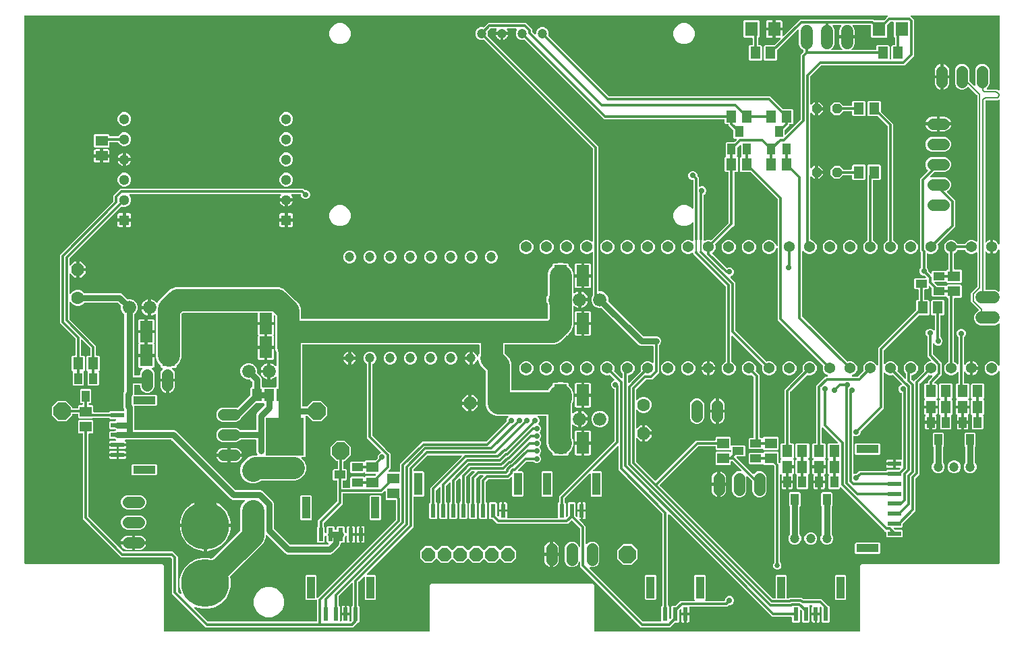
<source format=gbr>
G04 EAGLE Gerber RS-274X export*
G75*
%MOMM*%
%FSLAX34Y34*%
%LPD*%
%INTop Copper*%
%IPPOS*%
%AMOC8*
5,1,8,0,0,1.08239X$1,22.5*%
G01*
%ADD10C,1.365200*%
%ADD11C,1.500000*%
%ADD12R,1.300000X1.300000*%
%ADD13C,1.300000*%
%ADD14R,0.600000X1.700000*%
%ADD15R,1.000000X2.800000*%
%ADD16C,1.400000*%
%ADD17P,1.814519X8X202.500000*%
%ADD18C,1.200000*%
%ADD19R,1.600000X1.803000*%
%ADD20R,1.300000X1.500000*%
%ADD21C,1.416000*%
%ADD22R,1.700000X0.600000*%
%ADD23R,2.800000X1.000000*%
%ADD24C,6.000000*%
%ADD25R,4.800000X4.720000*%
%ADD26R,1.400000X1.270000*%
%ADD27C,1.676400*%
%ADD28R,1.500000X1.300000*%
%ADD29R,1.168400X1.600200*%
%ADD30P,1.732040X8X112.500000*%
%ADD31C,1.600200*%
%ADD32R,1.400000X1.000000*%
%ADD33R,1.000000X1.400000*%
%ADD34P,1.732040X8X202.500000*%
%ADD35P,1.732040X8X292.500000*%
%ADD36R,1.600000X2.700000*%
%ADD37P,1.312723X8X202.500000*%
%ADD38P,2.336880X8X22.500000*%
%ADD39C,0.720000*%
%ADD40C,2.800000*%
%ADD41R,3.960000X3.960000*%
%ADD42C,0.300000*%
%ADD43C,0.650000*%
%ADD44C,0.304800*%
%ADD45C,0.800000*%
%ADD46C,0.200000*%

G36*
X511064Y3010D02*
X511064Y3010D01*
X511128Y3009D01*
X511203Y3030D01*
X511279Y3041D01*
X511338Y3067D01*
X511400Y3084D01*
X511466Y3125D01*
X511536Y3157D01*
X511585Y3199D01*
X511640Y3232D01*
X511692Y3290D01*
X511750Y3340D01*
X511786Y3394D01*
X511829Y3442D01*
X511862Y3511D01*
X511905Y3576D01*
X511924Y3638D01*
X511952Y3695D01*
X511963Y3765D01*
X511987Y3846D01*
X511988Y3931D01*
X511999Y4000D01*
X511999Y61243D01*
X513757Y63001D01*
X716243Y63001D01*
X718001Y61243D01*
X718001Y4000D01*
X718010Y3936D01*
X718009Y3872D01*
X718030Y3797D01*
X718041Y3721D01*
X718067Y3662D01*
X718084Y3600D01*
X718125Y3534D01*
X718157Y3464D01*
X718199Y3415D01*
X718232Y3360D01*
X718290Y3308D01*
X718340Y3250D01*
X718394Y3214D01*
X718442Y3171D01*
X718511Y3138D01*
X718576Y3095D01*
X718638Y3076D01*
X718695Y3048D01*
X718765Y3037D01*
X718846Y3013D01*
X718931Y3012D01*
X719000Y3001D01*
X1051000Y3001D01*
X1051064Y3010D01*
X1051128Y3009D01*
X1051203Y3030D01*
X1051279Y3041D01*
X1051338Y3067D01*
X1051400Y3084D01*
X1051466Y3125D01*
X1051536Y3157D01*
X1051585Y3199D01*
X1051640Y3232D01*
X1051692Y3290D01*
X1051750Y3340D01*
X1051786Y3394D01*
X1051829Y3442D01*
X1051862Y3511D01*
X1051905Y3576D01*
X1051924Y3638D01*
X1051952Y3695D01*
X1051963Y3765D01*
X1051987Y3846D01*
X1051988Y3931D01*
X1051999Y4000D01*
X1051999Y86243D01*
X1053757Y88001D01*
X1226000Y88001D01*
X1226064Y88010D01*
X1226128Y88009D01*
X1226203Y88030D01*
X1226279Y88041D01*
X1226338Y88067D01*
X1226400Y88084D01*
X1226466Y88125D01*
X1226536Y88157D01*
X1226585Y88199D01*
X1226640Y88232D01*
X1226692Y88290D01*
X1226750Y88340D01*
X1226786Y88394D01*
X1226829Y88442D01*
X1226862Y88511D01*
X1226905Y88576D01*
X1226924Y88638D01*
X1226952Y88695D01*
X1226963Y88765D01*
X1226987Y88846D01*
X1226988Y88931D01*
X1226999Y89000D01*
X1226999Y329610D01*
X1226987Y329696D01*
X1226984Y329783D01*
X1226967Y329835D01*
X1226959Y329889D01*
X1226924Y329968D01*
X1226897Y330051D01*
X1226866Y330096D01*
X1226843Y330146D01*
X1226787Y330212D01*
X1226738Y330284D01*
X1226695Y330319D01*
X1226660Y330360D01*
X1226587Y330408D01*
X1226520Y330463D01*
X1226470Y330485D01*
X1226424Y330515D01*
X1226341Y330540D01*
X1226261Y330575D01*
X1226207Y330581D01*
X1226154Y330597D01*
X1226067Y330598D01*
X1225981Y330609D01*
X1225927Y330600D01*
X1225872Y330601D01*
X1225788Y330578D01*
X1225703Y330564D01*
X1225653Y330541D01*
X1225600Y330526D01*
X1225526Y330480D01*
X1225448Y330443D01*
X1225407Y330407D01*
X1225360Y330378D01*
X1225302Y330313D01*
X1225237Y330256D01*
X1225211Y330212D01*
X1225171Y330168D01*
X1225122Y330066D01*
X1225077Y329992D01*
X1224583Y328800D01*
X1222100Y326317D01*
X1218856Y324973D01*
X1215344Y324973D01*
X1212100Y326317D01*
X1209617Y328800D01*
X1208273Y332044D01*
X1208273Y335556D01*
X1209617Y338800D01*
X1212100Y341283D01*
X1215344Y342627D01*
X1218856Y342627D01*
X1222100Y341283D01*
X1224583Y338800D01*
X1225077Y337608D01*
X1225121Y337533D01*
X1225157Y337454D01*
X1225192Y337412D01*
X1225220Y337365D01*
X1225284Y337305D01*
X1225340Y337240D01*
X1225386Y337209D01*
X1225426Y337172D01*
X1225503Y337133D01*
X1225576Y337085D01*
X1225629Y337069D01*
X1225678Y337044D01*
X1225763Y337028D01*
X1225846Y337003D01*
X1225901Y337002D01*
X1225955Y336992D01*
X1226041Y337000D01*
X1226128Y336999D01*
X1226181Y337014D01*
X1226235Y337019D01*
X1226316Y337051D01*
X1226400Y337074D01*
X1226446Y337103D01*
X1226497Y337123D01*
X1226566Y337177D01*
X1226640Y337222D01*
X1226676Y337263D01*
X1226720Y337297D01*
X1226771Y337367D01*
X1226829Y337432D01*
X1226853Y337481D01*
X1226885Y337525D01*
X1226914Y337607D01*
X1226952Y337685D01*
X1226960Y337736D01*
X1226979Y337791D01*
X1226986Y337905D01*
X1226999Y337990D01*
X1226999Y389051D01*
X1226995Y389083D01*
X1226997Y389115D01*
X1226975Y389222D01*
X1226959Y389330D01*
X1226946Y389359D01*
X1226940Y389391D01*
X1226888Y389487D01*
X1226843Y389587D01*
X1226822Y389611D01*
X1226807Y389640D01*
X1226731Y389718D01*
X1226660Y389801D01*
X1226633Y389819D01*
X1226610Y389842D01*
X1226516Y389896D01*
X1226424Y389956D01*
X1226393Y389965D01*
X1226365Y389981D01*
X1226259Y390006D01*
X1226154Y390038D01*
X1226122Y390039D01*
X1226091Y390046D01*
X1225981Y390040D01*
X1225872Y390042D01*
X1225841Y390033D01*
X1225809Y390032D01*
X1225706Y389996D01*
X1225600Y389967D01*
X1225573Y389950D01*
X1225542Y389939D01*
X1225469Y389886D01*
X1225360Y389819D01*
X1225328Y389783D01*
X1225293Y389757D01*
X1224782Y389246D01*
X1221290Y387799D01*
X1202510Y387799D01*
X1199018Y389246D01*
X1196346Y391918D01*
X1194899Y395410D01*
X1194899Y399190D01*
X1196346Y402682D01*
X1199018Y405354D01*
X1200207Y405847D01*
X1200309Y405907D01*
X1200413Y405963D01*
X1200430Y405979D01*
X1200449Y405990D01*
X1200530Y406077D01*
X1200615Y406159D01*
X1200627Y406179D01*
X1200642Y406196D01*
X1200696Y406302D01*
X1200754Y406405D01*
X1200760Y406427D01*
X1200770Y406447D01*
X1200792Y406564D01*
X1200819Y406679D01*
X1200818Y406702D01*
X1200822Y406724D01*
X1200811Y406842D01*
X1200805Y406961D01*
X1200798Y406983D01*
X1200795Y407005D01*
X1200751Y407115D01*
X1200713Y407227D01*
X1200700Y407245D01*
X1200691Y407267D01*
X1200576Y407414D01*
X1200531Y407476D01*
X1190899Y417108D01*
X1190899Y428292D01*
X1198707Y436100D01*
X1198764Y436176D01*
X1198829Y436248D01*
X1198849Y436289D01*
X1198876Y436325D01*
X1198910Y436415D01*
X1198952Y436502D01*
X1198958Y436544D01*
X1198975Y436589D01*
X1198985Y436717D01*
X1198999Y436806D01*
X1198999Y478604D01*
X1198995Y478636D01*
X1198997Y478668D01*
X1198975Y478775D01*
X1198959Y478883D01*
X1198946Y478913D01*
X1198940Y478944D01*
X1198888Y479041D01*
X1198843Y479140D01*
X1198822Y479165D01*
X1198807Y479193D01*
X1198731Y479271D01*
X1198660Y479354D01*
X1198633Y479372D01*
X1198610Y479395D01*
X1198516Y479449D01*
X1198424Y479509D01*
X1198393Y479518D01*
X1198365Y479534D01*
X1198259Y479559D01*
X1198154Y479591D01*
X1198122Y479592D01*
X1198091Y479599D01*
X1197981Y479594D01*
X1197872Y479595D01*
X1197841Y479586D01*
X1197809Y479585D01*
X1197706Y479549D01*
X1197600Y479520D01*
X1197573Y479503D01*
X1197542Y479492D01*
X1197469Y479439D01*
X1197360Y479372D01*
X1197328Y479336D01*
X1197293Y479311D01*
X1196700Y478717D01*
X1193456Y477373D01*
X1189944Y477373D01*
X1186700Y478717D01*
X1184217Y481200D01*
X1183852Y482082D01*
X1183847Y482091D01*
X1183844Y482100D01*
X1183775Y482212D01*
X1183708Y482325D01*
X1183701Y482332D01*
X1183696Y482340D01*
X1183598Y482428D01*
X1183502Y482518D01*
X1183494Y482522D01*
X1183487Y482529D01*
X1183369Y482586D01*
X1183251Y482646D01*
X1183241Y482648D01*
X1183233Y482652D01*
X1183157Y482664D01*
X1182974Y482698D01*
X1182950Y482696D01*
X1182928Y482699D01*
X1175072Y482699D01*
X1175062Y482698D01*
X1175053Y482699D01*
X1174923Y482678D01*
X1174792Y482659D01*
X1174784Y482656D01*
X1174774Y482654D01*
X1174655Y482597D01*
X1174535Y482543D01*
X1174528Y482537D01*
X1174520Y482533D01*
X1174421Y482445D01*
X1174321Y482360D01*
X1174316Y482352D01*
X1174309Y482346D01*
X1174269Y482280D01*
X1174167Y482124D01*
X1174160Y482101D01*
X1174148Y482082D01*
X1173783Y481200D01*
X1171300Y478717D01*
X1170418Y478352D01*
X1170409Y478347D01*
X1170400Y478344D01*
X1170288Y478275D01*
X1170175Y478208D01*
X1170168Y478201D01*
X1170160Y478196D01*
X1170072Y478098D01*
X1169982Y478002D01*
X1169978Y477994D01*
X1169971Y477987D01*
X1169914Y477869D01*
X1169854Y477751D01*
X1169852Y477741D01*
X1169848Y477733D01*
X1169836Y477657D01*
X1169802Y477474D01*
X1169804Y477450D01*
X1169801Y477428D01*
X1169801Y459000D01*
X1169810Y458936D01*
X1169809Y458872D01*
X1169830Y458797D01*
X1169841Y458721D01*
X1169867Y458662D01*
X1169884Y458600D01*
X1169925Y458534D01*
X1169957Y458464D01*
X1169999Y458415D01*
X1170032Y458360D01*
X1170090Y458308D01*
X1170140Y458250D01*
X1170194Y458214D01*
X1170242Y458171D01*
X1170311Y458138D01*
X1170376Y458095D01*
X1170438Y458076D01*
X1170495Y458048D01*
X1170565Y458037D01*
X1170646Y458013D01*
X1170731Y458012D01*
X1170800Y458001D01*
X1178329Y458001D01*
X1179501Y456829D01*
X1179501Y442171D01*
X1178329Y440999D01*
X1161671Y440999D01*
X1160207Y442464D01*
X1160181Y442483D01*
X1160160Y442508D01*
X1160133Y442526D01*
X1160110Y442549D01*
X1160043Y442587D01*
X1159981Y442633D01*
X1159951Y442645D01*
X1159924Y442662D01*
X1159893Y442672D01*
X1159865Y442688D01*
X1159789Y442706D01*
X1159717Y442733D01*
X1159685Y442735D01*
X1159654Y442745D01*
X1159622Y442745D01*
X1159590Y442753D01*
X1159513Y442749D01*
X1159436Y442755D01*
X1159405Y442748D01*
X1159372Y442748D01*
X1159341Y442740D01*
X1159309Y442738D01*
X1159235Y442713D01*
X1159160Y442697D01*
X1159132Y442682D01*
X1159100Y442673D01*
X1159073Y442656D01*
X1159042Y442646D01*
X1158985Y442604D01*
X1158911Y442564D01*
X1158888Y442542D01*
X1158860Y442525D01*
X1158837Y442499D01*
X1146364Y442499D01*
X1146332Y442495D01*
X1146300Y442497D01*
X1146193Y442475D01*
X1146085Y442459D01*
X1146055Y442446D01*
X1146024Y442440D01*
X1145927Y442388D01*
X1145828Y442343D01*
X1145803Y442322D01*
X1145775Y442307D01*
X1145697Y442231D01*
X1145613Y442160D01*
X1145596Y442133D01*
X1145573Y442110D01*
X1145519Y442015D01*
X1145459Y441924D01*
X1145450Y441893D01*
X1145434Y441865D01*
X1145408Y441759D01*
X1145377Y441654D01*
X1145376Y441622D01*
X1145369Y441591D01*
X1145374Y441481D01*
X1145373Y441372D01*
X1145381Y441341D01*
X1145383Y441309D01*
X1145419Y441206D01*
X1145448Y441100D01*
X1145465Y441073D01*
X1145476Y441042D01*
X1145529Y440969D01*
X1145596Y440860D01*
X1145632Y440828D01*
X1145657Y440793D01*
X1148657Y437793D01*
X1148734Y437736D01*
X1148806Y437671D01*
X1148847Y437651D01*
X1148883Y437624D01*
X1148973Y437590D01*
X1149059Y437548D01*
X1149101Y437542D01*
X1149147Y437525D01*
X1149274Y437515D01*
X1149364Y437501D01*
X1158833Y437501D01*
X1158840Y437492D01*
X1158867Y437474D01*
X1158890Y437451D01*
X1158957Y437414D01*
X1159019Y437367D01*
X1159049Y437355D01*
X1159076Y437338D01*
X1159107Y437328D01*
X1159135Y437312D01*
X1159210Y437295D01*
X1159283Y437267D01*
X1159315Y437265D01*
X1159346Y437255D01*
X1159378Y437255D01*
X1159409Y437247D01*
X1159486Y437251D01*
X1159564Y437245D01*
X1159596Y437252D01*
X1159628Y437252D01*
X1159659Y437260D01*
X1159691Y437262D01*
X1159764Y437287D01*
X1159840Y437303D01*
X1159869Y437318D01*
X1159900Y437327D01*
X1159927Y437344D01*
X1159958Y437354D01*
X1160014Y437395D01*
X1160089Y437435D01*
X1160112Y437458D01*
X1160140Y437475D01*
X1160172Y437511D01*
X1160207Y437536D01*
X1161671Y439001D01*
X1178329Y439001D01*
X1179501Y437829D01*
X1179501Y423171D01*
X1178329Y421999D01*
X1170800Y421999D01*
X1170736Y421990D01*
X1170672Y421991D01*
X1170597Y421970D01*
X1170521Y421959D01*
X1170462Y421933D01*
X1170400Y421916D01*
X1170334Y421875D01*
X1170264Y421843D01*
X1170215Y421801D01*
X1170160Y421768D01*
X1170108Y421710D01*
X1170050Y421660D01*
X1170014Y421606D01*
X1169971Y421558D01*
X1169938Y421489D01*
X1169895Y421424D01*
X1169876Y421362D01*
X1169848Y421305D01*
X1169837Y421235D01*
X1169813Y421154D01*
X1169812Y421069D01*
X1169801Y421000D01*
X1169801Y342572D01*
X1169802Y342562D01*
X1169801Y342553D01*
X1169822Y342423D01*
X1169841Y342292D01*
X1169844Y342284D01*
X1169846Y342274D01*
X1169903Y342155D01*
X1169957Y342035D01*
X1169963Y342028D01*
X1169967Y342020D01*
X1170055Y341921D01*
X1170140Y341821D01*
X1170148Y341816D01*
X1170154Y341809D01*
X1170220Y341769D01*
X1170376Y341667D01*
X1170399Y341660D01*
X1170418Y341648D01*
X1171300Y341283D01*
X1173693Y338889D01*
X1173719Y338870D01*
X1173740Y338846D01*
X1173832Y338786D01*
X1173919Y338720D01*
X1173949Y338709D01*
X1173976Y338691D01*
X1174081Y338659D01*
X1174183Y338621D01*
X1174215Y338618D01*
X1174246Y338609D01*
X1174355Y338607D01*
X1174464Y338599D01*
X1174496Y338605D01*
X1174528Y338605D01*
X1174633Y338634D01*
X1174740Y338656D01*
X1174769Y338672D01*
X1174800Y338680D01*
X1174893Y338738D01*
X1174989Y338789D01*
X1175012Y338811D01*
X1175040Y338828D01*
X1175113Y338909D01*
X1175191Y338986D01*
X1175207Y339014D01*
X1175229Y339038D01*
X1175276Y339136D01*
X1175330Y339231D01*
X1175338Y339262D01*
X1175352Y339291D01*
X1175366Y339381D01*
X1175395Y339505D01*
X1175393Y339554D01*
X1175399Y339596D01*
X1175399Y372766D01*
X1175391Y372826D01*
X1175391Y372851D01*
X1175385Y372872D01*
X1175381Y372957D01*
X1175366Y373000D01*
X1175359Y373045D01*
X1175320Y373133D01*
X1175288Y373224D01*
X1175263Y373258D01*
X1175243Y373302D01*
X1175160Y373400D01*
X1175107Y373473D01*
X1174152Y374427D01*
X1173299Y376486D01*
X1173299Y378714D01*
X1174152Y380773D01*
X1175727Y382348D01*
X1177786Y383201D01*
X1180014Y383201D01*
X1182073Y382348D01*
X1183648Y380773D01*
X1184501Y378714D01*
X1184501Y376486D01*
X1183648Y374427D01*
X1182693Y373473D01*
X1182636Y373396D01*
X1182571Y373325D01*
X1182551Y373284D01*
X1182524Y373247D01*
X1182490Y373157D01*
X1182448Y373071D01*
X1182442Y373029D01*
X1182425Y372983D01*
X1182418Y372894D01*
X1182413Y372877D01*
X1182412Y372840D01*
X1182401Y372766D01*
X1182401Y339064D01*
X1182419Y338936D01*
X1182434Y338807D01*
X1182439Y338796D01*
X1182441Y338785D01*
X1182494Y338667D01*
X1182545Y338547D01*
X1182552Y338539D01*
X1182557Y338528D01*
X1182641Y338430D01*
X1182723Y338329D01*
X1182733Y338323D01*
X1182740Y338314D01*
X1182849Y338243D01*
X1182956Y338169D01*
X1182967Y338166D01*
X1182976Y338160D01*
X1183101Y338122D01*
X1183224Y338081D01*
X1183235Y338080D01*
X1183246Y338077D01*
X1183375Y338075D01*
X1183505Y338071D01*
X1183517Y338074D01*
X1183528Y338073D01*
X1183653Y338108D01*
X1183779Y338140D01*
X1183789Y338146D01*
X1183800Y338149D01*
X1183910Y338217D01*
X1184022Y338282D01*
X1184029Y338290D01*
X1184040Y338297D01*
X1184229Y338506D01*
X1184230Y338508D01*
X1184231Y338509D01*
X1184844Y339427D01*
X1186073Y340656D01*
X1187519Y341622D01*
X1189125Y342288D01*
X1189701Y342402D01*
X1189701Y334800D01*
X1189710Y334737D01*
X1189709Y334672D01*
X1189730Y334598D01*
X1189741Y334521D01*
X1189767Y334462D01*
X1189784Y334400D01*
X1189825Y334334D01*
X1189857Y334264D01*
X1189899Y334215D01*
X1189932Y334160D01*
X1189990Y334109D01*
X1190040Y334050D01*
X1190094Y334014D01*
X1190142Y333971D01*
X1190211Y333938D01*
X1190276Y333895D01*
X1190338Y333876D01*
X1190395Y333848D01*
X1190465Y333838D01*
X1190546Y333813D01*
X1190631Y333812D01*
X1190700Y333801D01*
X1191701Y333801D01*
X1191701Y333799D01*
X1190700Y333799D01*
X1190636Y333790D01*
X1190572Y333791D01*
X1190497Y333770D01*
X1190421Y333759D01*
X1190362Y333733D01*
X1190300Y333716D01*
X1190234Y333675D01*
X1190164Y333643D01*
X1190115Y333601D01*
X1190060Y333568D01*
X1190008Y333510D01*
X1189950Y333460D01*
X1189914Y333406D01*
X1189871Y333358D01*
X1189838Y333289D01*
X1189795Y333224D01*
X1189776Y333162D01*
X1189748Y333104D01*
X1189737Y333035D01*
X1189713Y332954D01*
X1189712Y332869D01*
X1189701Y332800D01*
X1189701Y325198D01*
X1189125Y325312D01*
X1187519Y325978D01*
X1186073Y326944D01*
X1184844Y328173D01*
X1184231Y329091D01*
X1184144Y329188D01*
X1184060Y329286D01*
X1184050Y329292D01*
X1184043Y329301D01*
X1183932Y329369D01*
X1183824Y329440D01*
X1183813Y329444D01*
X1183803Y329450D01*
X1183678Y329485D01*
X1183554Y329523D01*
X1183543Y329523D01*
X1183532Y329526D01*
X1183402Y329525D01*
X1183272Y329527D01*
X1183261Y329524D01*
X1183250Y329523D01*
X1183126Y329486D01*
X1183000Y329451D01*
X1182991Y329445D01*
X1182980Y329442D01*
X1182871Y329372D01*
X1182760Y329303D01*
X1182753Y329295D01*
X1182743Y329289D01*
X1182658Y329190D01*
X1182571Y329094D01*
X1182566Y329084D01*
X1182559Y329075D01*
X1182505Y328957D01*
X1182448Y328840D01*
X1182447Y328829D01*
X1182442Y328819D01*
X1182401Y328539D01*
X1182401Y328537D01*
X1182401Y328536D01*
X1182401Y315500D01*
X1182410Y315436D01*
X1182409Y315372D01*
X1182430Y315297D01*
X1182441Y315221D01*
X1182467Y315162D01*
X1182484Y315100D01*
X1182525Y315034D01*
X1182557Y314964D01*
X1182599Y314915D01*
X1182632Y314860D01*
X1182690Y314808D01*
X1182740Y314750D01*
X1182794Y314714D01*
X1182842Y314671D01*
X1182911Y314638D01*
X1182976Y314595D01*
X1183038Y314576D01*
X1183095Y314548D01*
X1183165Y314537D01*
X1183246Y314513D01*
X1183331Y314512D01*
X1183400Y314501D01*
X1187829Y314501D01*
X1189001Y313329D01*
X1189001Y296671D01*
X1188009Y295680D01*
X1187977Y295637D01*
X1187938Y295600D01*
X1187893Y295525D01*
X1187840Y295454D01*
X1187821Y295404D01*
X1187794Y295358D01*
X1187772Y295273D01*
X1187741Y295190D01*
X1187736Y295137D01*
X1187723Y295085D01*
X1187726Y294997D01*
X1187719Y294909D01*
X1187730Y294857D01*
X1187731Y294803D01*
X1187758Y294719D01*
X1187776Y294633D01*
X1187802Y294586D01*
X1187818Y294535D01*
X1187867Y294462D01*
X1187909Y294384D01*
X1187946Y294346D01*
X1187976Y294301D01*
X1188037Y294252D01*
X1188106Y294182D01*
X1188169Y294146D01*
X1188216Y294108D01*
X1188229Y294101D01*
X1188601Y293729D01*
X1188864Y293272D01*
X1189001Y292763D01*
X1189001Y286999D01*
X1181500Y286999D01*
X1181436Y286990D01*
X1181372Y286991D01*
X1181298Y286970D01*
X1181221Y286959D01*
X1181162Y286933D01*
X1181100Y286916D01*
X1181034Y286875D01*
X1180964Y286843D01*
X1180915Y286801D01*
X1180860Y286768D01*
X1180809Y286710D01*
X1180750Y286660D01*
X1180714Y286606D01*
X1180671Y286558D01*
X1180638Y286489D01*
X1180595Y286424D01*
X1180576Y286362D01*
X1180548Y286305D01*
X1180538Y286235D01*
X1180513Y286154D01*
X1180512Y286069D01*
X1180501Y286000D01*
X1180501Y284999D01*
X1180499Y284999D01*
X1180499Y286000D01*
X1180490Y286064D01*
X1180491Y286128D01*
X1180470Y286203D01*
X1180459Y286279D01*
X1180433Y286338D01*
X1180416Y286400D01*
X1180375Y286466D01*
X1180343Y286536D01*
X1180301Y286585D01*
X1180268Y286640D01*
X1180210Y286692D01*
X1180160Y286750D01*
X1180106Y286786D01*
X1180058Y286829D01*
X1179989Y286862D01*
X1179924Y286905D01*
X1179862Y286924D01*
X1179804Y286952D01*
X1179735Y286962D01*
X1179654Y286987D01*
X1179569Y286988D01*
X1179500Y286999D01*
X1171999Y286999D01*
X1171999Y292763D01*
X1172136Y293272D01*
X1172399Y293729D01*
X1172771Y294101D01*
X1172784Y294108D01*
X1172826Y294141D01*
X1172873Y294166D01*
X1172936Y294228D01*
X1173005Y294282D01*
X1173037Y294326D01*
X1173075Y294363D01*
X1173119Y294440D01*
X1173170Y294511D01*
X1173188Y294562D01*
X1173214Y294608D01*
X1173235Y294694D01*
X1173264Y294777D01*
X1173267Y294831D01*
X1173279Y294883D01*
X1173275Y294971D01*
X1173280Y295059D01*
X1173268Y295111D01*
X1173265Y295165D01*
X1173236Y295248D01*
X1173216Y295333D01*
X1173190Y295380D01*
X1173172Y295431D01*
X1173126Y295494D01*
X1173078Y295580D01*
X1173027Y295630D01*
X1172991Y295680D01*
X1171999Y296671D01*
X1171999Y313329D01*
X1173171Y314501D01*
X1174400Y314501D01*
X1174464Y314510D01*
X1174528Y314509D01*
X1174603Y314530D01*
X1174679Y314541D01*
X1174738Y314567D01*
X1174800Y314584D01*
X1174866Y314625D01*
X1174936Y314657D01*
X1174985Y314699D01*
X1175040Y314732D01*
X1175092Y314790D01*
X1175150Y314840D01*
X1175186Y314894D01*
X1175229Y314942D01*
X1175262Y315011D01*
X1175305Y315076D01*
X1175324Y315138D01*
X1175352Y315195D01*
X1175363Y315265D01*
X1175387Y315346D01*
X1175388Y315431D01*
X1175399Y315500D01*
X1175399Y328004D01*
X1175395Y328036D01*
X1175397Y328068D01*
X1175375Y328175D01*
X1175359Y328283D01*
X1175346Y328313D01*
X1175340Y328344D01*
X1175288Y328441D01*
X1175243Y328540D01*
X1175222Y328565D01*
X1175207Y328593D01*
X1175131Y328671D01*
X1175060Y328754D01*
X1175033Y328772D01*
X1175010Y328795D01*
X1174915Y328849D01*
X1174824Y328909D01*
X1174793Y328918D01*
X1174765Y328934D01*
X1174659Y328959D01*
X1174554Y328991D01*
X1174522Y328992D01*
X1174491Y328999D01*
X1174381Y328994D01*
X1174272Y328995D01*
X1174241Y328986D01*
X1174209Y328985D01*
X1174106Y328949D01*
X1174000Y328920D01*
X1173973Y328903D01*
X1173942Y328892D01*
X1173869Y328839D01*
X1173760Y328772D01*
X1173728Y328736D01*
X1173693Y328711D01*
X1171300Y326317D01*
X1168056Y324973D01*
X1164544Y324973D01*
X1161300Y326317D01*
X1158817Y328800D01*
X1157473Y332044D01*
X1157473Y335556D01*
X1158817Y338800D01*
X1161300Y341283D01*
X1162182Y341648D01*
X1162191Y341653D01*
X1162200Y341656D01*
X1162312Y341725D01*
X1162425Y341792D01*
X1162432Y341799D01*
X1162440Y341804D01*
X1162528Y341902D01*
X1162618Y341998D01*
X1162622Y342006D01*
X1162629Y342013D01*
X1162686Y342131D01*
X1162746Y342249D01*
X1162748Y342259D01*
X1162752Y342267D01*
X1162764Y342343D01*
X1162798Y342526D01*
X1162796Y342550D01*
X1162799Y342572D01*
X1162799Y421000D01*
X1162790Y421064D01*
X1162791Y421128D01*
X1162770Y421203D01*
X1162759Y421279D01*
X1162733Y421338D01*
X1162716Y421400D01*
X1162675Y421466D01*
X1162643Y421536D01*
X1162601Y421585D01*
X1162568Y421640D01*
X1162510Y421692D01*
X1162460Y421750D01*
X1162406Y421786D01*
X1162358Y421829D01*
X1162289Y421862D01*
X1162224Y421905D01*
X1162162Y421924D01*
X1162105Y421952D01*
X1162035Y421963D01*
X1161954Y421987D01*
X1161869Y421988D01*
X1161800Y421999D01*
X1161671Y421999D01*
X1160207Y423464D01*
X1160181Y423483D01*
X1160160Y423508D01*
X1160133Y423526D01*
X1160110Y423549D01*
X1160043Y423587D01*
X1159981Y423633D01*
X1159951Y423645D01*
X1159924Y423662D01*
X1159893Y423672D01*
X1159865Y423688D01*
X1159789Y423706D01*
X1159717Y423733D01*
X1159685Y423735D01*
X1159654Y423745D01*
X1159622Y423745D01*
X1159590Y423753D01*
X1159513Y423749D01*
X1159436Y423755D01*
X1159405Y423748D01*
X1159372Y423748D01*
X1159341Y423740D01*
X1159309Y423738D01*
X1159235Y423713D01*
X1159160Y423697D01*
X1159132Y423682D01*
X1159100Y423673D01*
X1159073Y423656D01*
X1159042Y423646D01*
X1158985Y423604D01*
X1158911Y423564D01*
X1158888Y423542D01*
X1158860Y423525D01*
X1158837Y423499D01*
X1143171Y423499D01*
X1141999Y424671D01*
X1141999Y434136D01*
X1141986Y434231D01*
X1141981Y434327D01*
X1141966Y434370D01*
X1141959Y434415D01*
X1141920Y434503D01*
X1141888Y434594D01*
X1141863Y434628D01*
X1141843Y434672D01*
X1141760Y434769D01*
X1141707Y434843D01*
X1139707Y436843D01*
X1139681Y436862D01*
X1139660Y436887D01*
X1139568Y436947D01*
X1139481Y437012D01*
X1139451Y437023D01*
X1139424Y437041D01*
X1139319Y437073D01*
X1139217Y437111D01*
X1139185Y437114D01*
X1139154Y437123D01*
X1139045Y437125D01*
X1138936Y437133D01*
X1138904Y437127D01*
X1138872Y437127D01*
X1138767Y437098D01*
X1138660Y437076D01*
X1138631Y437061D01*
X1138600Y437052D01*
X1138507Y436994D01*
X1138411Y436943D01*
X1138388Y436921D01*
X1138360Y436904D01*
X1138287Y436823D01*
X1138209Y436746D01*
X1138193Y436718D01*
X1138171Y436694D01*
X1138124Y436596D01*
X1138070Y436501D01*
X1138062Y436470D01*
X1138048Y436441D01*
X1138034Y436351D01*
X1138005Y436227D01*
X1138007Y436178D01*
X1138001Y436136D01*
X1138001Y434171D01*
X1136829Y432999D01*
X1133500Y432999D01*
X1133436Y432990D01*
X1133372Y432991D01*
X1133297Y432970D01*
X1133221Y432959D01*
X1133162Y432933D01*
X1133100Y432916D01*
X1133034Y432875D01*
X1132964Y432843D01*
X1132915Y432801D01*
X1132860Y432768D01*
X1132808Y432710D01*
X1132750Y432660D01*
X1132714Y432606D01*
X1132671Y432558D01*
X1132638Y432489D01*
X1132595Y432424D01*
X1132576Y432362D01*
X1132548Y432305D01*
X1132537Y432235D01*
X1132513Y432154D01*
X1132512Y432069D01*
X1132501Y432000D01*
X1132501Y420500D01*
X1132510Y420436D01*
X1132509Y420372D01*
X1132530Y420297D01*
X1132541Y420221D01*
X1132567Y420162D01*
X1132584Y420100D01*
X1132625Y420034D01*
X1132657Y419964D01*
X1132699Y419915D01*
X1132732Y419860D01*
X1132790Y419808D01*
X1132840Y419750D01*
X1132894Y419714D01*
X1132942Y419671D01*
X1133011Y419638D01*
X1133076Y419595D01*
X1133138Y419576D01*
X1133195Y419548D01*
X1133265Y419537D01*
X1133346Y419513D01*
X1133431Y419512D01*
X1133500Y419501D01*
X1137829Y419501D01*
X1139001Y418329D01*
X1139001Y401671D01*
X1137829Y400499D01*
X1126364Y400499D01*
X1126269Y400486D01*
X1126173Y400481D01*
X1126130Y400466D01*
X1126085Y400459D01*
X1125997Y400420D01*
X1125906Y400388D01*
X1125872Y400363D01*
X1125828Y400343D01*
X1125730Y400260D01*
X1125657Y400207D01*
X1081793Y356343D01*
X1081736Y356266D01*
X1081671Y356194D01*
X1081651Y356153D01*
X1081624Y356117D01*
X1081590Y356027D01*
X1081548Y355941D01*
X1081542Y355899D01*
X1081525Y355853D01*
X1081515Y355726D01*
X1081501Y355636D01*
X1081501Y340096D01*
X1081505Y340064D01*
X1081503Y340032D01*
X1081525Y339925D01*
X1081541Y339817D01*
X1081554Y339787D01*
X1081560Y339756D01*
X1081612Y339659D01*
X1081657Y339560D01*
X1081678Y339535D01*
X1081693Y339507D01*
X1081769Y339429D01*
X1081840Y339346D01*
X1081867Y339328D01*
X1081890Y339305D01*
X1081985Y339251D01*
X1082076Y339191D01*
X1082107Y339182D01*
X1082135Y339166D01*
X1082241Y339141D01*
X1082346Y339109D01*
X1082378Y339108D01*
X1082409Y339101D01*
X1082519Y339106D01*
X1082628Y339105D01*
X1082659Y339114D01*
X1082691Y339115D01*
X1082794Y339151D01*
X1082900Y339180D01*
X1082927Y339197D01*
X1082958Y339208D01*
X1083031Y339261D01*
X1083140Y339328D01*
X1083172Y339364D01*
X1083207Y339389D01*
X1085100Y341283D01*
X1088344Y342627D01*
X1091856Y342627D01*
X1095100Y341283D01*
X1097583Y338800D01*
X1098927Y335556D01*
X1098927Y332044D01*
X1098561Y331162D01*
X1098559Y331153D01*
X1098554Y331144D01*
X1098524Y331015D01*
X1098491Y330889D01*
X1098491Y330879D01*
X1098489Y330870D01*
X1098496Y330737D01*
X1098500Y330607D01*
X1098503Y330598D01*
X1098504Y330588D01*
X1098547Y330463D01*
X1098588Y330339D01*
X1098593Y330331D01*
X1098596Y330322D01*
X1098641Y330260D01*
X1098747Y330106D01*
X1098765Y330090D01*
X1098778Y330073D01*
X1107793Y321057D01*
X1107819Y321038D01*
X1107840Y321013D01*
X1107932Y320954D01*
X1108019Y320888D01*
X1108049Y320877D01*
X1108076Y320859D01*
X1108181Y320827D01*
X1108283Y320789D01*
X1108315Y320786D01*
X1108346Y320777D01*
X1108455Y320775D01*
X1108564Y320767D01*
X1108596Y320773D01*
X1108628Y320773D01*
X1108733Y320802D01*
X1108840Y320824D01*
X1108869Y320839D01*
X1108900Y320848D01*
X1108993Y320905D01*
X1109089Y320957D01*
X1109112Y320979D01*
X1109140Y320996D01*
X1109213Y321077D01*
X1109291Y321154D01*
X1109307Y321182D01*
X1109329Y321206D01*
X1109376Y321304D01*
X1109430Y321399D01*
X1109438Y321430D01*
X1109452Y321459D01*
X1109466Y321549D01*
X1109495Y321673D01*
X1109493Y321722D01*
X1109499Y321764D01*
X1109499Y326904D01*
X1109486Y326999D01*
X1109481Y327095D01*
X1109466Y327138D01*
X1109459Y327183D01*
X1109420Y327271D01*
X1109388Y327362D01*
X1109363Y327396D01*
X1109343Y327440D01*
X1109260Y327537D01*
X1109207Y327611D01*
X1108017Y328800D01*
X1106673Y332044D01*
X1106673Y335556D01*
X1108017Y338800D01*
X1110500Y341283D01*
X1113744Y342627D01*
X1117256Y342627D01*
X1120500Y341283D01*
X1122983Y338800D01*
X1124327Y335556D01*
X1124327Y332044D01*
X1122983Y328800D01*
X1120500Y326317D01*
X1117118Y324916D01*
X1117109Y324911D01*
X1117100Y324909D01*
X1116988Y324839D01*
X1116875Y324772D01*
X1116868Y324766D01*
X1116860Y324761D01*
X1116772Y324662D01*
X1116682Y324567D01*
X1116678Y324558D01*
X1116671Y324551D01*
X1116614Y324433D01*
X1116554Y324315D01*
X1116552Y324306D01*
X1116548Y324297D01*
X1116536Y324222D01*
X1116502Y324038D01*
X1116504Y324014D01*
X1116501Y323993D01*
X1116501Y319976D01*
X1116514Y319881D01*
X1116519Y319785D01*
X1116534Y319742D01*
X1116541Y319697D01*
X1116580Y319609D01*
X1116612Y319518D01*
X1116637Y319484D01*
X1116657Y319440D01*
X1116740Y319343D01*
X1116793Y319269D01*
X1118399Y317663D01*
X1118451Y317625D01*
X1118496Y317579D01*
X1118563Y317541D01*
X1118625Y317494D01*
X1118685Y317471D01*
X1118741Y317440D01*
X1118817Y317422D01*
X1118889Y317395D01*
X1118953Y317390D01*
X1119015Y317375D01*
X1119093Y317379D01*
X1119170Y317373D01*
X1119233Y317386D01*
X1119297Y317389D01*
X1119370Y317415D01*
X1119446Y317430D01*
X1119503Y317461D01*
X1119564Y317482D01*
X1119620Y317523D01*
X1119695Y317563D01*
X1119756Y317622D01*
X1119813Y317663D01*
X1121943Y319793D01*
X1132222Y330073D01*
X1132228Y330080D01*
X1132235Y330086D01*
X1132312Y330193D01*
X1132391Y330298D01*
X1132395Y330307D01*
X1132400Y330315D01*
X1132444Y330438D01*
X1132491Y330562D01*
X1132492Y330572D01*
X1132495Y330581D01*
X1132503Y330712D01*
X1132513Y330844D01*
X1132511Y330853D01*
X1132511Y330862D01*
X1132493Y330938D01*
X1132455Y331120D01*
X1132444Y331141D01*
X1132439Y331162D01*
X1132073Y332044D01*
X1132073Y335556D01*
X1133417Y338800D01*
X1135900Y341283D01*
X1139144Y342627D01*
X1140010Y342627D01*
X1140042Y342631D01*
X1140074Y342629D01*
X1140181Y342651D01*
X1140289Y342667D01*
X1140319Y342680D01*
X1140350Y342686D01*
X1140447Y342738D01*
X1140546Y342783D01*
X1140571Y342804D01*
X1140599Y342819D01*
X1140677Y342895D01*
X1140761Y342966D01*
X1140778Y342993D01*
X1140801Y343016D01*
X1140855Y343111D01*
X1140915Y343202D01*
X1140924Y343233D01*
X1140940Y343261D01*
X1140966Y343368D01*
X1140997Y343472D01*
X1140998Y343504D01*
X1141005Y343535D01*
X1141000Y343645D01*
X1141001Y343754D01*
X1140993Y343785D01*
X1140991Y343817D01*
X1140955Y343920D01*
X1140926Y344026D01*
X1140909Y344053D01*
X1140898Y344084D01*
X1140845Y344157D01*
X1140778Y344266D01*
X1140742Y344298D01*
X1140717Y344333D01*
X1136499Y348550D01*
X1136499Y373166D01*
X1136486Y373261D01*
X1136481Y373357D01*
X1136466Y373400D01*
X1136459Y373445D01*
X1136420Y373533D01*
X1136388Y373624D01*
X1136363Y373658D01*
X1136343Y373702D01*
X1136260Y373800D01*
X1136207Y373873D01*
X1135252Y374827D01*
X1134399Y376886D01*
X1134399Y379114D01*
X1135252Y381173D01*
X1136827Y382748D01*
X1138886Y383601D01*
X1141114Y383601D01*
X1143173Y382748D01*
X1144293Y381627D01*
X1144319Y381608D01*
X1144340Y381583D01*
X1144432Y381523D01*
X1144519Y381458D01*
X1144549Y381447D01*
X1144576Y381429D01*
X1144681Y381397D01*
X1144783Y381358D01*
X1144815Y381356D01*
X1144846Y381346D01*
X1144955Y381345D01*
X1145064Y381337D01*
X1145096Y381343D01*
X1145128Y381343D01*
X1145233Y381372D01*
X1145340Y381394D01*
X1145369Y381409D01*
X1145400Y381418D01*
X1145493Y381475D01*
X1145589Y381527D01*
X1145612Y381549D01*
X1145640Y381566D01*
X1145713Y381647D01*
X1145791Y381723D01*
X1145807Y381752D01*
X1145829Y381775D01*
X1145876Y381874D01*
X1145930Y381969D01*
X1145938Y382000D01*
X1145952Y382029D01*
X1145966Y382119D01*
X1145995Y382243D01*
X1145993Y382292D01*
X1145999Y382334D01*
X1145999Y399500D01*
X1145990Y399564D01*
X1145991Y399628D01*
X1145970Y399703D01*
X1145959Y399779D01*
X1145933Y399838D01*
X1145916Y399900D01*
X1145875Y399966D01*
X1145843Y400036D01*
X1145801Y400085D01*
X1145768Y400140D01*
X1145710Y400192D01*
X1145660Y400250D01*
X1145606Y400286D01*
X1145558Y400329D01*
X1145489Y400362D01*
X1145424Y400405D01*
X1145362Y400424D01*
X1145305Y400452D01*
X1145235Y400463D01*
X1145154Y400487D01*
X1145069Y400488D01*
X1145000Y400499D01*
X1142171Y400499D01*
X1140999Y401671D01*
X1140999Y418329D01*
X1142171Y419501D01*
X1156829Y419501D01*
X1158001Y418329D01*
X1158001Y401671D01*
X1156829Y400499D01*
X1154000Y400499D01*
X1153936Y400490D01*
X1153872Y400491D01*
X1153797Y400470D01*
X1153721Y400459D01*
X1153662Y400433D01*
X1153600Y400416D01*
X1153534Y400375D01*
X1153464Y400343D01*
X1153415Y400301D01*
X1153360Y400268D01*
X1153308Y400210D01*
X1153250Y400160D01*
X1153214Y400106D01*
X1153171Y400058D01*
X1153138Y399989D01*
X1153095Y399924D01*
X1153076Y399862D01*
X1153048Y399805D01*
X1153037Y399735D01*
X1153013Y399654D01*
X1153012Y399569D01*
X1153001Y399500D01*
X1153001Y373334D01*
X1153014Y373239D01*
X1153019Y373143D01*
X1153034Y373100D01*
X1153041Y373055D01*
X1153080Y372967D01*
X1153112Y372876D01*
X1153137Y372842D01*
X1153157Y372798D01*
X1153240Y372700D01*
X1153293Y372627D01*
X1154748Y371173D01*
X1155601Y369114D01*
X1155601Y366886D01*
X1154748Y364827D01*
X1153173Y363252D01*
X1151114Y362399D01*
X1148886Y362399D01*
X1146827Y363252D01*
X1145207Y364873D01*
X1145181Y364892D01*
X1145160Y364917D01*
X1145068Y364977D01*
X1144981Y365042D01*
X1144951Y365053D01*
X1144924Y365071D01*
X1144819Y365103D01*
X1144717Y365142D01*
X1144685Y365144D01*
X1144654Y365154D01*
X1144545Y365155D01*
X1144436Y365163D01*
X1144404Y365157D01*
X1144372Y365157D01*
X1144267Y365128D01*
X1144160Y365106D01*
X1144131Y365091D01*
X1144100Y365082D01*
X1144007Y365025D01*
X1143911Y364973D01*
X1143888Y364951D01*
X1143860Y364934D01*
X1143787Y364853D01*
X1143709Y364777D01*
X1143693Y364749D01*
X1143671Y364725D01*
X1143624Y364626D01*
X1143570Y364531D01*
X1143562Y364500D01*
X1143548Y364471D01*
X1143534Y364382D01*
X1143505Y364257D01*
X1143507Y364208D01*
X1143501Y364166D01*
X1143501Y351864D01*
X1143514Y351769D01*
X1143519Y351673D01*
X1143534Y351630D01*
X1143541Y351585D01*
X1143580Y351497D01*
X1143612Y351406D01*
X1143637Y351372D01*
X1143657Y351328D01*
X1143740Y351230D01*
X1143793Y351157D01*
X1154727Y340224D01*
X1154727Y325776D01*
X1145157Y316207D01*
X1145138Y316181D01*
X1145113Y316160D01*
X1145054Y316068D01*
X1144988Y315981D01*
X1144977Y315951D01*
X1144959Y315924D01*
X1144927Y315819D01*
X1144889Y315717D01*
X1144886Y315685D01*
X1144877Y315654D01*
X1144875Y315545D01*
X1144867Y315436D01*
X1144873Y315404D01*
X1144873Y315372D01*
X1144902Y315267D01*
X1144924Y315160D01*
X1144939Y315131D01*
X1144948Y315100D01*
X1145005Y315007D01*
X1145057Y314911D01*
X1145079Y314888D01*
X1145096Y314860D01*
X1145177Y314787D01*
X1145254Y314709D01*
X1145282Y314693D01*
X1145306Y314671D01*
X1145404Y314624D01*
X1145499Y314570D01*
X1145530Y314562D01*
X1145559Y314548D01*
X1145649Y314534D01*
X1145773Y314505D01*
X1145822Y314507D01*
X1145864Y314501D01*
X1147829Y314501D01*
X1149001Y313329D01*
X1149001Y296671D01*
X1148009Y295680D01*
X1147977Y295637D01*
X1147938Y295600D01*
X1147893Y295525D01*
X1147840Y295454D01*
X1147821Y295404D01*
X1147794Y295358D01*
X1147772Y295273D01*
X1147741Y295190D01*
X1147736Y295137D01*
X1147723Y295085D01*
X1147726Y294997D01*
X1147719Y294909D01*
X1147730Y294857D01*
X1147731Y294803D01*
X1147758Y294719D01*
X1147776Y294633D01*
X1147802Y294586D01*
X1147818Y294535D01*
X1147867Y294462D01*
X1147909Y294384D01*
X1147946Y294346D01*
X1147976Y294301D01*
X1148037Y294252D01*
X1148106Y294182D01*
X1148169Y294146D01*
X1148216Y294108D01*
X1148229Y294101D01*
X1148601Y293729D01*
X1148864Y293272D01*
X1149001Y292763D01*
X1149001Y286999D01*
X1141500Y286999D01*
X1141436Y286990D01*
X1141372Y286991D01*
X1141298Y286970D01*
X1141221Y286959D01*
X1141162Y286933D01*
X1141100Y286916D01*
X1141034Y286875D01*
X1140964Y286843D01*
X1140915Y286801D01*
X1140860Y286768D01*
X1140809Y286710D01*
X1140750Y286660D01*
X1140714Y286606D01*
X1140671Y286558D01*
X1140638Y286489D01*
X1140595Y286424D01*
X1140576Y286362D01*
X1140548Y286305D01*
X1140538Y286235D01*
X1140513Y286154D01*
X1140512Y286069D01*
X1140501Y286000D01*
X1140501Y284999D01*
X1140499Y284999D01*
X1140499Y286000D01*
X1140490Y286064D01*
X1140491Y286128D01*
X1140470Y286203D01*
X1140459Y286279D01*
X1140433Y286338D01*
X1140416Y286400D01*
X1140375Y286466D01*
X1140343Y286536D01*
X1140301Y286585D01*
X1140268Y286640D01*
X1140210Y286692D01*
X1140160Y286750D01*
X1140106Y286786D01*
X1140058Y286829D01*
X1139989Y286862D01*
X1139924Y286905D01*
X1139862Y286924D01*
X1139804Y286952D01*
X1139735Y286962D01*
X1139654Y286987D01*
X1139569Y286988D01*
X1139500Y286999D01*
X1131999Y286999D01*
X1131999Y292763D01*
X1132136Y293272D01*
X1132399Y293729D01*
X1132771Y294101D01*
X1132784Y294108D01*
X1132826Y294141D01*
X1132873Y294166D01*
X1132936Y294228D01*
X1133005Y294282D01*
X1133037Y294326D01*
X1133075Y294363D01*
X1133119Y294440D01*
X1133170Y294511D01*
X1133188Y294562D01*
X1133214Y294608D01*
X1133235Y294694D01*
X1133264Y294777D01*
X1133267Y294831D01*
X1133279Y294883D01*
X1133275Y294971D01*
X1133280Y295059D01*
X1133268Y295111D01*
X1133265Y295165D01*
X1133236Y295248D01*
X1133216Y295333D01*
X1133190Y295380D01*
X1133172Y295431D01*
X1133126Y295494D01*
X1133078Y295580D01*
X1133027Y295630D01*
X1132991Y295680D01*
X1131999Y296671D01*
X1131999Y313329D01*
X1133171Y314501D01*
X1136000Y314501D01*
X1136064Y314510D01*
X1136128Y314509D01*
X1136203Y314530D01*
X1136279Y314541D01*
X1136338Y314567D01*
X1136400Y314584D01*
X1136466Y314625D01*
X1136536Y314657D01*
X1136585Y314699D01*
X1136640Y314732D01*
X1136692Y314790D01*
X1136750Y314840D01*
X1136786Y314894D01*
X1136829Y314942D01*
X1136862Y315011D01*
X1136905Y315076D01*
X1136924Y315138D01*
X1136952Y315195D01*
X1136963Y315265D01*
X1136987Y315346D01*
X1136988Y315431D01*
X1136999Y315500D01*
X1136999Y317950D01*
X1142317Y323267D01*
X1142336Y323293D01*
X1142361Y323314D01*
X1142420Y323406D01*
X1142486Y323493D01*
X1142497Y323523D01*
X1142515Y323550D01*
X1142547Y323655D01*
X1142585Y323757D01*
X1142588Y323789D01*
X1142597Y323820D01*
X1142599Y323929D01*
X1142607Y324038D01*
X1142601Y324070D01*
X1142601Y324102D01*
X1142572Y324207D01*
X1142550Y324314D01*
X1142535Y324343D01*
X1142526Y324374D01*
X1142469Y324467D01*
X1142417Y324563D01*
X1142395Y324586D01*
X1142378Y324614D01*
X1142297Y324687D01*
X1142220Y324765D01*
X1142192Y324781D01*
X1142168Y324803D01*
X1142070Y324850D01*
X1141975Y324904D01*
X1141944Y324912D01*
X1141915Y324926D01*
X1141825Y324940D01*
X1141701Y324969D01*
X1141652Y324967D01*
X1141610Y324973D01*
X1139144Y324973D01*
X1138262Y325339D01*
X1138253Y325341D01*
X1138244Y325346D01*
X1138115Y325376D01*
X1137989Y325409D01*
X1137979Y325409D01*
X1137970Y325411D01*
X1137837Y325404D01*
X1137707Y325400D01*
X1137698Y325397D01*
X1137688Y325396D01*
X1137564Y325353D01*
X1137439Y325312D01*
X1137431Y325307D01*
X1137422Y325304D01*
X1137360Y325259D01*
X1137206Y325153D01*
X1137190Y325135D01*
X1137173Y325122D01*
X1126893Y314843D01*
X1126836Y314766D01*
X1126771Y314694D01*
X1126751Y314653D01*
X1126724Y314617D01*
X1126690Y314527D01*
X1126648Y314441D01*
X1126642Y314399D01*
X1126625Y314353D01*
X1126615Y314226D01*
X1126601Y314136D01*
X1126601Y200437D01*
X1121793Y195629D01*
X1121736Y195552D01*
X1121671Y195481D01*
X1121651Y195440D01*
X1121624Y195404D01*
X1121590Y195314D01*
X1121548Y195227D01*
X1121542Y195185D01*
X1121525Y195140D01*
X1121515Y195019D01*
X1121513Y195011D01*
X1121513Y194998D01*
X1121501Y194923D01*
X1121501Y154550D01*
X1105793Y138843D01*
X1105736Y138766D01*
X1105671Y138694D01*
X1105651Y138653D01*
X1105624Y138617D01*
X1105590Y138527D01*
X1105548Y138441D01*
X1105542Y138399D01*
X1105525Y138353D01*
X1105515Y138226D01*
X1105501Y138136D01*
X1105501Y134921D01*
X1104329Y133749D01*
X1094864Y133749D01*
X1094832Y133745D01*
X1094800Y133747D01*
X1094693Y133725D01*
X1094585Y133709D01*
X1094555Y133696D01*
X1094524Y133690D01*
X1094427Y133638D01*
X1094328Y133593D01*
X1094303Y133572D01*
X1094275Y133557D01*
X1094197Y133481D01*
X1094113Y133410D01*
X1094096Y133383D01*
X1094073Y133360D01*
X1094019Y133266D01*
X1093959Y133174D01*
X1093950Y133143D01*
X1093934Y133115D01*
X1093908Y133009D01*
X1093877Y132904D01*
X1093876Y132872D01*
X1093869Y132841D01*
X1093874Y132731D01*
X1093873Y132622D01*
X1093881Y132591D01*
X1093883Y132559D01*
X1093919Y132456D01*
X1093948Y132350D01*
X1093965Y132323D01*
X1093976Y132292D01*
X1094029Y132219D01*
X1094096Y132110D01*
X1094132Y132078D01*
X1094157Y132043D01*
X1094657Y131543D01*
X1094734Y131486D01*
X1094806Y131421D01*
X1094847Y131401D01*
X1094883Y131374D01*
X1094973Y131340D01*
X1095059Y131298D01*
X1095101Y131292D01*
X1095147Y131275D01*
X1095274Y131265D01*
X1095364Y131251D01*
X1104329Y131251D01*
X1105501Y130079D01*
X1105501Y122421D01*
X1104329Y121249D01*
X1085671Y121249D01*
X1084499Y122421D01*
X1084499Y127750D01*
X1084490Y127814D01*
X1084491Y127878D01*
X1084470Y127953D01*
X1084459Y128029D01*
X1084433Y128088D01*
X1084416Y128150D01*
X1084375Y128216D01*
X1084343Y128286D01*
X1084301Y128335D01*
X1084268Y128390D01*
X1084210Y128442D01*
X1084160Y128500D01*
X1084106Y128536D01*
X1084058Y128579D01*
X1083989Y128612D01*
X1083924Y128655D01*
X1083862Y128674D01*
X1083805Y128702D01*
X1083735Y128713D01*
X1083654Y128737D01*
X1083612Y128738D01*
X1028207Y184143D01*
X1028181Y184162D01*
X1028160Y184187D01*
X1028068Y184247D01*
X1027981Y184312D01*
X1027951Y184324D01*
X1027924Y184341D01*
X1027819Y184373D01*
X1027717Y184412D01*
X1027685Y184414D01*
X1027654Y184424D01*
X1027545Y184425D01*
X1027436Y184434D01*
X1027404Y184427D01*
X1027372Y184427D01*
X1027267Y184398D01*
X1027160Y184376D01*
X1027131Y184361D01*
X1027100Y184352D01*
X1027007Y184295D01*
X1026911Y184243D01*
X1026888Y184221D01*
X1026860Y184204D01*
X1026787Y184123D01*
X1026709Y184047D01*
X1026693Y184019D01*
X1026671Y183995D01*
X1026624Y183896D01*
X1026570Y183801D01*
X1026562Y183770D01*
X1026548Y183741D01*
X1026534Y183652D01*
X1026505Y183527D01*
X1026507Y183478D01*
X1026501Y183436D01*
X1026501Y183171D01*
X1025329Y181999D01*
X1013671Y181999D01*
X1012499Y183171D01*
X1012499Y198833D01*
X1012508Y198840D01*
X1012526Y198867D01*
X1012549Y198890D01*
X1012586Y198957D01*
X1012633Y199019D01*
X1012645Y199049D01*
X1012662Y199076D01*
X1012672Y199107D01*
X1012688Y199135D01*
X1012705Y199210D01*
X1012733Y199283D01*
X1012735Y199315D01*
X1012745Y199346D01*
X1012745Y199378D01*
X1012753Y199409D01*
X1012749Y199486D01*
X1012755Y199564D01*
X1012748Y199596D01*
X1012748Y199628D01*
X1012740Y199659D01*
X1012738Y199691D01*
X1012713Y199764D01*
X1012697Y199840D01*
X1012682Y199869D01*
X1012673Y199900D01*
X1012656Y199927D01*
X1012646Y199958D01*
X1012605Y200014D01*
X1012565Y200089D01*
X1012542Y200112D01*
X1012525Y200140D01*
X1012489Y200172D01*
X1012464Y200207D01*
X1010999Y201671D01*
X1010999Y218329D01*
X1011964Y219293D01*
X1012002Y219345D01*
X1012049Y219390D01*
X1012087Y219457D01*
X1012133Y219519D01*
X1012156Y219579D01*
X1012188Y219635D01*
X1012205Y219710D01*
X1012233Y219783D01*
X1012238Y219847D01*
X1012253Y219910D01*
X1012249Y219987D01*
X1012255Y220064D01*
X1012241Y220127D01*
X1012238Y220191D01*
X1012213Y220264D01*
X1012197Y220340D01*
X1012167Y220397D01*
X1012146Y220458D01*
X1012104Y220514D01*
X1012065Y220589D01*
X1012005Y220650D01*
X1011964Y220707D01*
X1010999Y221671D01*
X1010999Y238329D01*
X1012171Y239501D01*
X1023136Y239501D01*
X1023168Y239505D01*
X1023200Y239503D01*
X1023307Y239525D01*
X1023415Y239541D01*
X1023445Y239554D01*
X1023476Y239560D01*
X1023573Y239612D01*
X1023672Y239657D01*
X1023697Y239678D01*
X1023725Y239693D01*
X1023803Y239769D01*
X1023887Y239840D01*
X1023904Y239867D01*
X1023927Y239890D01*
X1023981Y239985D01*
X1024041Y240076D01*
X1024050Y240107D01*
X1024066Y240135D01*
X1024092Y240242D01*
X1024123Y240346D01*
X1024124Y240378D01*
X1024131Y240409D01*
X1024126Y240519D01*
X1024127Y240628D01*
X1024119Y240659D01*
X1024117Y240691D01*
X1024081Y240794D01*
X1024052Y240900D01*
X1024035Y240927D01*
X1024024Y240958D01*
X1023971Y241031D01*
X1023904Y241140D01*
X1023868Y241172D01*
X1023843Y241207D01*
X1006443Y258607D01*
X1005707Y259343D01*
X1005681Y259362D01*
X1005660Y259387D01*
X1005568Y259446D01*
X1005481Y259512D01*
X1005451Y259523D01*
X1005424Y259541D01*
X1005319Y259573D01*
X1005217Y259611D01*
X1005185Y259614D01*
X1005154Y259623D01*
X1005045Y259625D01*
X1004936Y259633D01*
X1004904Y259627D01*
X1004872Y259627D01*
X1004767Y259598D01*
X1004660Y259576D01*
X1004631Y259561D01*
X1004600Y259552D01*
X1004507Y259495D01*
X1004411Y259443D01*
X1004388Y259421D01*
X1004360Y259404D01*
X1004287Y259323D01*
X1004209Y259246D01*
X1004193Y259218D01*
X1004171Y259194D01*
X1004124Y259096D01*
X1004070Y259001D01*
X1004062Y258970D01*
X1004048Y258941D01*
X1004034Y258851D01*
X1004005Y258727D01*
X1004007Y258678D01*
X1004001Y258636D01*
X1004001Y240500D01*
X1004010Y240436D01*
X1004009Y240372D01*
X1004030Y240297D01*
X1004041Y240221D01*
X1004067Y240162D01*
X1004084Y240100D01*
X1004125Y240034D01*
X1004157Y239964D01*
X1004199Y239915D01*
X1004232Y239860D01*
X1004290Y239808D01*
X1004340Y239750D01*
X1004394Y239714D01*
X1004442Y239671D01*
X1004511Y239638D01*
X1004576Y239595D01*
X1004638Y239576D01*
X1004695Y239548D01*
X1004765Y239537D01*
X1004846Y239513D01*
X1004931Y239512D01*
X1005000Y239501D01*
X1007829Y239501D01*
X1009001Y238329D01*
X1009001Y221671D01*
X1008009Y220680D01*
X1007977Y220637D01*
X1007938Y220600D01*
X1007893Y220525D01*
X1007840Y220454D01*
X1007821Y220404D01*
X1007794Y220358D01*
X1007772Y220273D01*
X1007741Y220190D01*
X1007736Y220137D01*
X1007723Y220085D01*
X1007726Y219997D01*
X1007719Y219909D01*
X1007730Y219857D01*
X1007731Y219803D01*
X1007758Y219719D01*
X1007776Y219633D01*
X1007802Y219586D01*
X1007818Y219535D01*
X1007867Y219462D01*
X1007909Y219384D01*
X1007946Y219346D01*
X1007976Y219301D01*
X1008037Y219252D01*
X1008106Y219182D01*
X1008169Y219146D01*
X1008216Y219108D01*
X1008229Y219101D01*
X1008601Y218729D01*
X1008864Y218272D01*
X1009001Y217763D01*
X1009001Y211999D01*
X1001500Y211999D01*
X1001436Y211990D01*
X1001372Y211991D01*
X1001298Y211970D01*
X1001221Y211959D01*
X1001162Y211933D01*
X1001100Y211916D01*
X1001034Y211875D01*
X1000964Y211843D01*
X1000915Y211801D01*
X1000860Y211768D01*
X1000809Y211710D01*
X1000750Y211660D01*
X1000714Y211606D01*
X1000671Y211558D01*
X1000638Y211489D01*
X1000595Y211424D01*
X1000576Y211362D01*
X1000548Y211305D01*
X1000538Y211235D01*
X1000513Y211154D01*
X1000512Y211069D01*
X1000501Y211000D01*
X1000501Y209999D01*
X1000499Y209999D01*
X1000499Y211000D01*
X1000490Y211063D01*
X1000491Y211128D01*
X1000470Y211203D01*
X1000459Y211279D01*
X1000433Y211338D01*
X1000416Y211400D01*
X1000375Y211466D01*
X1000343Y211536D01*
X1000301Y211585D01*
X1000268Y211640D01*
X1000210Y211692D01*
X1000160Y211750D01*
X1000106Y211786D01*
X1000058Y211829D01*
X999989Y211862D01*
X999924Y211905D01*
X999862Y211924D01*
X999804Y211952D01*
X999735Y211962D01*
X999654Y211987D01*
X999569Y211988D01*
X999500Y211999D01*
X991999Y211999D01*
X991999Y217763D01*
X992136Y218272D01*
X992399Y218729D01*
X992771Y219101D01*
X992784Y219108D01*
X992826Y219141D01*
X992873Y219166D01*
X992936Y219228D01*
X993005Y219282D01*
X993037Y219326D01*
X993075Y219363D01*
X993119Y219440D01*
X993170Y219511D01*
X993188Y219562D01*
X993214Y219608D01*
X993235Y219694D01*
X993264Y219777D01*
X993267Y219831D01*
X993279Y219883D01*
X993275Y219971D01*
X993280Y220059D01*
X993268Y220111D01*
X993265Y220165D01*
X993236Y220248D01*
X993216Y220333D01*
X993190Y220380D01*
X993172Y220431D01*
X993126Y220494D01*
X993078Y220580D01*
X993027Y220630D01*
X992991Y220680D01*
X991999Y221671D01*
X991999Y238329D01*
X993171Y239501D01*
X996000Y239501D01*
X996064Y239510D01*
X996128Y239509D01*
X996203Y239530D01*
X996279Y239541D01*
X996338Y239567D01*
X996400Y239584D01*
X996466Y239625D01*
X996536Y239657D01*
X996585Y239699D01*
X996640Y239732D01*
X996692Y239790D01*
X996750Y239840D01*
X996786Y239894D01*
X996829Y239942D01*
X996862Y240011D01*
X996905Y240076D01*
X996924Y240138D01*
X996952Y240195D01*
X996963Y240265D01*
X996987Y240346D01*
X996988Y240431D01*
X996999Y240500D01*
X996999Y311950D01*
X1008550Y323501D01*
X1010676Y323501D01*
X1010762Y323513D01*
X1010848Y323516D01*
X1010901Y323533D01*
X1010955Y323541D01*
X1011034Y323576D01*
X1011117Y323603D01*
X1011162Y323634D01*
X1011212Y323657D01*
X1011278Y323713D01*
X1011350Y323762D01*
X1011384Y323804D01*
X1011426Y323840D01*
X1011474Y323913D01*
X1011529Y323980D01*
X1011551Y324030D01*
X1011581Y324076D01*
X1011606Y324159D01*
X1011640Y324239D01*
X1011647Y324293D01*
X1011663Y324346D01*
X1011664Y324433D01*
X1011675Y324519D01*
X1011666Y324573D01*
X1011667Y324628D01*
X1011644Y324712D01*
X1011630Y324797D01*
X1011606Y324847D01*
X1011592Y324900D01*
X1011546Y324973D01*
X1011509Y325052D01*
X1011472Y325093D01*
X1011443Y325140D01*
X1011379Y325198D01*
X1011321Y325263D01*
X1011278Y325289D01*
X1011234Y325329D01*
X1011132Y325378D01*
X1011058Y325423D01*
X1008900Y326317D01*
X1006417Y328800D01*
X1005073Y332044D01*
X1005073Y335556D01*
X1005439Y336438D01*
X1005441Y336447D01*
X1005446Y336456D01*
X1005476Y336585D01*
X1005509Y336711D01*
X1005509Y336721D01*
X1005511Y336730D01*
X1005504Y336862D01*
X1005500Y336993D01*
X1005497Y337002D01*
X1005496Y337012D01*
X1005453Y337136D01*
X1005412Y337261D01*
X1005407Y337269D01*
X1005404Y337278D01*
X1005359Y337340D01*
X1005253Y337494D01*
X1005235Y337510D01*
X1005222Y337527D01*
X950843Y391907D01*
X948499Y394250D01*
X948499Y484183D01*
X948487Y484269D01*
X948484Y484356D01*
X948467Y484408D01*
X948459Y484462D01*
X948424Y484541D01*
X948397Y484624D01*
X948366Y484669D01*
X948343Y484719D01*
X948287Y484785D01*
X948238Y484857D01*
X948196Y484892D01*
X948160Y484933D01*
X948087Y484981D01*
X948020Y485036D01*
X947970Y485058D01*
X947924Y485088D01*
X947841Y485113D01*
X947761Y485147D01*
X947707Y485154D01*
X947654Y485170D01*
X947567Y485171D01*
X947481Y485182D01*
X947427Y485173D01*
X947372Y485174D01*
X947288Y485151D01*
X947203Y485137D01*
X947153Y485113D01*
X947100Y485099D01*
X947027Y485053D01*
X946948Y485016D01*
X946907Y484979D01*
X946860Y484951D01*
X946802Y484886D01*
X946737Y484828D01*
X946711Y484785D01*
X946671Y484741D01*
X946622Y484639D01*
X946577Y484565D01*
X945183Y481200D01*
X942700Y478717D01*
X939456Y477373D01*
X935944Y477373D01*
X932700Y478717D01*
X930217Y481200D01*
X928873Y484444D01*
X928873Y487956D01*
X930217Y491200D01*
X932700Y493683D01*
X935944Y495027D01*
X939456Y495027D01*
X942700Y493683D01*
X945183Y491200D01*
X946577Y487835D01*
X946621Y487760D01*
X946657Y487681D01*
X946692Y487639D01*
X946720Y487592D01*
X946784Y487533D01*
X946840Y487467D01*
X946886Y487437D01*
X946926Y487399D01*
X947003Y487360D01*
X947076Y487312D01*
X947129Y487296D01*
X947178Y487271D01*
X947263Y487255D01*
X947346Y487230D01*
X947401Y487229D01*
X947455Y487219D01*
X947541Y487227D01*
X947628Y487226D01*
X947681Y487241D01*
X947735Y487246D01*
X947816Y487278D01*
X947900Y487301D01*
X947947Y487330D01*
X947997Y487350D01*
X948066Y487404D01*
X948140Y487449D01*
X948176Y487490D01*
X948220Y487524D01*
X948271Y487594D01*
X948329Y487659D01*
X948353Y487708D01*
X948385Y487753D01*
X948414Y487835D01*
X948452Y487913D01*
X948460Y487963D01*
X948479Y488018D01*
X948486Y488132D01*
X948499Y488217D01*
X948499Y545636D01*
X948491Y545696D01*
X948491Y545721D01*
X948485Y545743D01*
X948481Y545827D01*
X948466Y545870D01*
X948459Y545915D01*
X948420Y546003D01*
X948388Y546094D01*
X948363Y546128D01*
X948343Y546172D01*
X948260Y546270D01*
X948207Y546343D01*
X914343Y580207D01*
X914266Y580264D01*
X914194Y580329D01*
X914153Y580349D01*
X914117Y580376D01*
X914027Y580410D01*
X913941Y580452D01*
X913899Y580458D01*
X913853Y580475D01*
X913726Y580485D01*
X913636Y580499D01*
X902171Y580499D01*
X900999Y581671D01*
X900999Y598329D01*
X902464Y599793D01*
X902483Y599819D01*
X902508Y599840D01*
X902526Y599867D01*
X902549Y599890D01*
X902587Y599957D01*
X902633Y600019D01*
X902645Y600049D01*
X902662Y600076D01*
X902672Y600107D01*
X902688Y600135D01*
X902706Y600211D01*
X902733Y600283D01*
X902735Y600315D01*
X902745Y600346D01*
X902745Y600378D01*
X902753Y600410D01*
X902749Y600487D01*
X902755Y600564D01*
X902748Y600595D01*
X902748Y600628D01*
X902740Y600659D01*
X902738Y600691D01*
X902713Y600765D01*
X902697Y600840D01*
X902682Y600868D01*
X902673Y600900D01*
X902656Y600927D01*
X902646Y600958D01*
X902604Y601015D01*
X902564Y601089D01*
X902542Y601112D01*
X902525Y601140D01*
X902499Y601163D01*
X902499Y613636D01*
X902495Y613668D01*
X902497Y613700D01*
X902475Y613807D01*
X902459Y613915D01*
X902446Y613945D01*
X902440Y613976D01*
X902388Y614073D01*
X902343Y614172D01*
X902322Y614197D01*
X902307Y614225D01*
X902231Y614303D01*
X902160Y614387D01*
X902133Y614404D01*
X902110Y614427D01*
X902015Y614481D01*
X901924Y614541D01*
X901893Y614550D01*
X901865Y614566D01*
X901759Y614592D01*
X901654Y614623D01*
X901622Y614624D01*
X901591Y614631D01*
X901481Y614626D01*
X901372Y614627D01*
X901341Y614619D01*
X901309Y614617D01*
X901206Y614581D01*
X901100Y614552D01*
X901073Y614535D01*
X901042Y614524D01*
X900969Y614471D01*
X900860Y614404D01*
X900828Y614368D01*
X900793Y614343D01*
X897793Y611343D01*
X897736Y611266D01*
X897671Y611194D01*
X897651Y611153D01*
X897624Y611117D01*
X897590Y611027D01*
X897548Y610941D01*
X897542Y610899D01*
X897525Y610853D01*
X897515Y610726D01*
X897501Y610636D01*
X897501Y601167D01*
X897492Y601160D01*
X897474Y601133D01*
X897451Y601110D01*
X897414Y601043D01*
X897367Y600981D01*
X897355Y600951D01*
X897338Y600924D01*
X897328Y600893D01*
X897312Y600865D01*
X897295Y600790D01*
X897267Y600717D01*
X897265Y600685D01*
X897255Y600654D01*
X897255Y600622D01*
X897247Y600591D01*
X897251Y600514D01*
X897245Y600436D01*
X897252Y600404D01*
X897252Y600372D01*
X897260Y600341D01*
X897262Y600309D01*
X897287Y600236D01*
X897303Y600160D01*
X897318Y600131D01*
X897327Y600100D01*
X897344Y600073D01*
X897354Y600042D01*
X897395Y599986D01*
X897435Y599911D01*
X897458Y599888D01*
X897475Y599860D01*
X897511Y599828D01*
X897536Y599793D01*
X899001Y598329D01*
X899001Y581671D01*
X897829Y580499D01*
X895000Y580499D01*
X894936Y580490D01*
X894872Y580491D01*
X894797Y580470D01*
X894721Y580459D01*
X894662Y580433D01*
X894600Y580416D01*
X894534Y580375D01*
X894464Y580343D01*
X894415Y580301D01*
X894360Y580268D01*
X894308Y580210D01*
X894250Y580160D01*
X894214Y580106D01*
X894171Y580058D01*
X894138Y579989D01*
X894095Y579924D01*
X894076Y579862D01*
X894048Y579805D01*
X894037Y579735D01*
X894013Y579654D01*
X894012Y579569D01*
X894001Y579500D01*
X894001Y513750D01*
X891657Y511407D01*
X870178Y489927D01*
X870172Y489920D01*
X870165Y489914D01*
X870088Y489807D01*
X870009Y489702D01*
X870005Y489693D01*
X870000Y489685D01*
X869956Y489562D01*
X869909Y489438D01*
X869908Y489428D01*
X869905Y489419D01*
X869897Y489288D01*
X869887Y489156D01*
X869889Y489147D01*
X869889Y489138D01*
X869907Y489062D01*
X869945Y488880D01*
X869956Y488859D01*
X869961Y488838D01*
X870327Y487956D01*
X870327Y484444D01*
X868983Y481200D01*
X866609Y478826D01*
X866570Y478775D01*
X866524Y478730D01*
X866486Y478662D01*
X866440Y478601D01*
X866417Y478540D01*
X866385Y478484D01*
X866367Y478409D01*
X866340Y478337D01*
X866335Y478273D01*
X866320Y478210D01*
X866324Y478133D01*
X866318Y478055D01*
X866331Y477993D01*
X866335Y477928D01*
X866360Y477855D01*
X866376Y477779D01*
X866406Y477723D01*
X866427Y477662D01*
X866469Y477605D01*
X866508Y477530D01*
X866568Y477470D01*
X866609Y477413D01*
X884035Y459987D01*
X884042Y459982D01*
X884048Y459974D01*
X884155Y459897D01*
X884260Y459818D01*
X884269Y459815D01*
X884277Y459809D01*
X884400Y459765D01*
X884524Y459719D01*
X884534Y459718D01*
X884542Y459715D01*
X884674Y459707D01*
X884805Y459697D01*
X884814Y459699D01*
X884824Y459698D01*
X884899Y459716D01*
X885081Y459754D01*
X885102Y459766D01*
X885124Y459771D01*
X886886Y460501D01*
X889114Y460501D01*
X891173Y459648D01*
X892748Y458073D01*
X893601Y456014D01*
X893601Y453786D01*
X892748Y451727D01*
X891173Y450152D01*
X889462Y449443D01*
X889359Y449383D01*
X889255Y449327D01*
X889238Y449311D01*
X889219Y449300D01*
X889137Y449213D01*
X889053Y449130D01*
X889041Y449111D01*
X889026Y449094D01*
X888972Y448988D01*
X888914Y448885D01*
X888908Y448863D01*
X888898Y448842D01*
X888876Y448726D01*
X888849Y448611D01*
X888850Y448588D01*
X888846Y448565D01*
X888857Y448448D01*
X888863Y448329D01*
X888871Y448307D01*
X888873Y448285D01*
X888917Y448174D01*
X888956Y448062D01*
X888968Y448045D01*
X888977Y448023D01*
X889092Y447876D01*
X889137Y447813D01*
X895401Y441550D01*
X895401Y381464D01*
X895414Y381369D01*
X895419Y381273D01*
X895434Y381230D01*
X895441Y381185D01*
X895480Y381097D01*
X895512Y381006D01*
X895537Y380972D01*
X895557Y380928D01*
X895640Y380830D01*
X895693Y380757D01*
X933973Y342478D01*
X933980Y342472D01*
X933986Y342465D01*
X934093Y342388D01*
X934198Y342309D01*
X934207Y342305D01*
X934215Y342300D01*
X934338Y342256D01*
X934462Y342209D01*
X934472Y342208D01*
X934481Y342205D01*
X934612Y342197D01*
X934744Y342187D01*
X934753Y342189D01*
X934762Y342189D01*
X934838Y342207D01*
X935020Y342245D01*
X935041Y342256D01*
X935062Y342261D01*
X935944Y342627D01*
X939456Y342627D01*
X942700Y341283D01*
X945183Y338800D01*
X946527Y335556D01*
X946527Y332044D01*
X945183Y328800D01*
X942700Y326317D01*
X939456Y324973D01*
X935944Y324973D01*
X932700Y326317D01*
X930217Y328800D01*
X928873Y332044D01*
X928873Y335556D01*
X929239Y336438D01*
X929241Y336447D01*
X929246Y336456D01*
X929276Y336585D01*
X929309Y336711D01*
X929309Y336721D01*
X929311Y336730D01*
X929304Y336862D01*
X929300Y336993D01*
X929297Y337002D01*
X929296Y337012D01*
X929253Y337136D01*
X929212Y337261D01*
X929207Y337269D01*
X929204Y337278D01*
X929159Y337340D01*
X929053Y337494D01*
X929035Y337510D01*
X929022Y337527D01*
X892107Y374443D01*
X892081Y374462D01*
X892060Y374487D01*
X892001Y374525D01*
X891972Y374551D01*
X891944Y374565D01*
X891881Y374612D01*
X891851Y374623D01*
X891824Y374641D01*
X891723Y374672D01*
X891718Y374674D01*
X891715Y374675D01*
X891617Y374711D01*
X891585Y374714D01*
X891554Y374723D01*
X891445Y374725D01*
X891336Y374733D01*
X891304Y374727D01*
X891272Y374727D01*
X891167Y374698D01*
X891060Y374676D01*
X891031Y374661D01*
X891000Y374652D01*
X890907Y374595D01*
X890811Y374543D01*
X890788Y374521D01*
X890760Y374504D01*
X890687Y374423D01*
X890609Y374346D01*
X890593Y374318D01*
X890571Y374294D01*
X890524Y374196D01*
X890498Y374150D01*
X890495Y374146D01*
X890495Y374145D01*
X890470Y374101D01*
X890462Y374070D01*
X890448Y374041D01*
X890434Y373951D01*
X890430Y373934D01*
X890413Y373877D01*
X890412Y373859D01*
X890405Y373827D01*
X890407Y373778D01*
X890401Y373736D01*
X890401Y342572D01*
X890402Y342562D01*
X890401Y342553D01*
X890422Y342423D01*
X890441Y342292D01*
X890444Y342284D01*
X890446Y342274D01*
X890503Y342155D01*
X890557Y342035D01*
X890563Y342028D01*
X890567Y342020D01*
X890655Y341921D01*
X890740Y341821D01*
X890748Y341816D01*
X890754Y341809D01*
X890820Y341769D01*
X890976Y341667D01*
X890999Y341660D01*
X891018Y341648D01*
X891900Y341283D01*
X894383Y338800D01*
X895727Y335556D01*
X895727Y332044D01*
X894383Y328800D01*
X891900Y326317D01*
X888656Y324973D01*
X885144Y324973D01*
X881900Y326317D01*
X879417Y328800D01*
X878073Y332044D01*
X878073Y335556D01*
X879417Y338800D01*
X881900Y341283D01*
X882782Y341648D01*
X882791Y341653D01*
X882800Y341656D01*
X882912Y341725D01*
X883025Y341792D01*
X883032Y341799D01*
X883040Y341804D01*
X883128Y341902D01*
X883218Y341998D01*
X883222Y342006D01*
X883229Y342013D01*
X883286Y342131D01*
X883346Y342249D01*
X883348Y342259D01*
X883352Y342267D01*
X883364Y342343D01*
X883398Y342526D01*
X883396Y342550D01*
X883399Y342572D01*
X883399Y436165D01*
X883386Y436260D01*
X883381Y436356D01*
X883366Y436399D01*
X883359Y436444D01*
X883320Y436532D01*
X883288Y436623D01*
X883263Y436657D01*
X883243Y436701D01*
X883160Y436798D01*
X883107Y436871D01*
X842499Y477479D01*
X842499Y477801D01*
X842483Y477919D01*
X842471Y478037D01*
X842463Y478058D01*
X842459Y478080D01*
X842411Y478188D01*
X842367Y478299D01*
X842353Y478317D01*
X842343Y478337D01*
X842266Y478427D01*
X842193Y478521D01*
X842175Y478534D01*
X842160Y478552D01*
X842060Y478617D01*
X841964Y478686D01*
X841943Y478694D01*
X841924Y478706D01*
X841810Y478741D01*
X841699Y478780D01*
X841676Y478782D01*
X841654Y478788D01*
X841536Y478790D01*
X841417Y478797D01*
X841396Y478792D01*
X841372Y478792D01*
X841193Y478743D01*
X841118Y478724D01*
X837856Y477373D01*
X834344Y477373D01*
X831100Y478717D01*
X828617Y481200D01*
X827273Y484444D01*
X827273Y487956D01*
X828617Y491200D01*
X831100Y493683D01*
X834344Y495027D01*
X837856Y495027D01*
X841118Y493676D01*
X841232Y493646D01*
X841346Y493612D01*
X841369Y493611D01*
X841391Y493606D01*
X841509Y493609D01*
X841628Y493608D01*
X841650Y493614D01*
X841673Y493615D01*
X841785Y493651D01*
X841900Y493683D01*
X841919Y493695D01*
X841941Y493702D01*
X842039Y493769D01*
X842140Y493831D01*
X842155Y493848D01*
X842174Y493861D01*
X842249Y493952D01*
X842329Y494040D01*
X842339Y494061D01*
X842353Y494079D01*
X842400Y494188D01*
X842452Y494294D01*
X842455Y494316D01*
X842465Y494338D01*
X842478Y494447D01*
X842487Y494478D01*
X842488Y494526D01*
X842499Y494599D01*
X842499Y516275D01*
X842495Y516307D01*
X842497Y516339D01*
X842475Y516446D01*
X842459Y516554D01*
X842446Y516583D01*
X842440Y516615D01*
X842388Y516711D01*
X842343Y516811D01*
X842322Y516835D01*
X842307Y516864D01*
X842231Y516942D01*
X842160Y517025D01*
X842133Y517043D01*
X842110Y517066D01*
X842015Y517120D01*
X841924Y517180D01*
X841893Y517189D01*
X841865Y517205D01*
X841759Y517230D01*
X841654Y517262D01*
X841622Y517263D01*
X841591Y517270D01*
X841481Y517264D01*
X841372Y517266D01*
X841341Y517257D01*
X841309Y517256D01*
X841206Y517220D01*
X841100Y517191D01*
X841073Y517174D01*
X841042Y517163D01*
X840969Y517110D01*
X840860Y517042D01*
X840828Y517006D01*
X840793Y516981D01*
X838355Y514543D01*
X833518Y512539D01*
X828282Y512539D01*
X823445Y514543D01*
X819743Y518245D01*
X817739Y523082D01*
X817739Y528318D01*
X819743Y533155D01*
X823445Y536857D01*
X828282Y538861D01*
X833518Y538861D01*
X838355Y536857D01*
X840793Y534419D01*
X840819Y534399D01*
X840840Y534375D01*
X840932Y534315D01*
X841019Y534249D01*
X841049Y534238D01*
X841076Y534220D01*
X841181Y534188D01*
X841283Y534150D01*
X841315Y534147D01*
X841346Y534138D01*
X841455Y534136D01*
X841564Y534128D01*
X841596Y534135D01*
X841628Y534134D01*
X841733Y534163D01*
X841840Y534186D01*
X841869Y534201D01*
X841900Y534209D01*
X841993Y534267D01*
X842089Y534318D01*
X842112Y534341D01*
X842140Y534358D01*
X842213Y534439D01*
X842291Y534515D01*
X842307Y534543D01*
X842329Y534567D01*
X842376Y534665D01*
X842430Y534760D01*
X842438Y534792D01*
X842452Y534821D01*
X842466Y534910D01*
X842495Y535035D01*
X842493Y535083D01*
X842499Y535125D01*
X842499Y569500D01*
X842490Y569564D01*
X842491Y569628D01*
X842470Y569703D01*
X842459Y569779D01*
X842433Y569838D01*
X842416Y569900D01*
X842375Y569966D01*
X842343Y570036D01*
X842301Y570085D01*
X842268Y570140D01*
X842210Y570192D01*
X842160Y570250D01*
X842106Y570286D01*
X842058Y570329D01*
X841989Y570362D01*
X841924Y570405D01*
X841862Y570424D01*
X841805Y570452D01*
X841735Y570463D01*
X841654Y570487D01*
X841569Y570488D01*
X841500Y570499D01*
X840886Y570499D01*
X838827Y571352D01*
X837252Y572927D01*
X836399Y574986D01*
X836399Y577214D01*
X837252Y579273D01*
X838827Y580848D01*
X840886Y581701D01*
X843114Y581701D01*
X845173Y580848D01*
X846748Y579273D01*
X847601Y577214D01*
X847601Y575864D01*
X847614Y575769D01*
X847619Y575673D01*
X847634Y575630D01*
X847641Y575585D01*
X847680Y575497D01*
X847712Y575406D01*
X847737Y575372D01*
X847757Y575328D01*
X847840Y575230D01*
X847893Y575157D01*
X849501Y573550D01*
X849501Y562967D01*
X849517Y562850D01*
X849529Y562731D01*
X849537Y562710D01*
X849541Y562688D01*
X849589Y562580D01*
X849633Y562469D01*
X849647Y562451D01*
X849657Y562431D01*
X849734Y562341D01*
X849807Y562247D01*
X849825Y562234D01*
X849840Y562216D01*
X849940Y562151D01*
X850036Y562082D01*
X850057Y562074D01*
X850076Y562062D01*
X850190Y562027D01*
X850301Y561988D01*
X850324Y561986D01*
X850346Y561980D01*
X850464Y561978D01*
X850583Y561971D01*
X850604Y561976D01*
X850628Y561976D01*
X850807Y562025D01*
X850882Y562044D01*
X851986Y562501D01*
X854214Y562501D01*
X856273Y561648D01*
X857848Y560073D01*
X858701Y558014D01*
X858701Y555786D01*
X857848Y553727D01*
X856273Y552152D01*
X856118Y552088D01*
X856109Y552083D01*
X856100Y552080D01*
X855988Y552011D01*
X855875Y551944D01*
X855868Y551937D01*
X855860Y551932D01*
X855772Y551835D01*
X855682Y551738D01*
X855678Y551730D01*
X855671Y551723D01*
X855614Y551604D01*
X855554Y551487D01*
X855552Y551478D01*
X855548Y551469D01*
X855536Y551392D01*
X855502Y551210D01*
X855504Y551186D01*
X855501Y551165D01*
X855501Y494764D01*
X855517Y494647D01*
X855529Y494529D01*
X855537Y494508D01*
X855541Y494485D01*
X855589Y494377D01*
X855633Y494267D01*
X855647Y494249D01*
X855657Y494228D01*
X855734Y494138D01*
X855807Y494045D01*
X855825Y494031D01*
X855840Y494014D01*
X855940Y493949D01*
X856036Y493880D01*
X856057Y493872D01*
X856076Y493860D01*
X856190Y493825D01*
X856301Y493785D01*
X856324Y493784D01*
X856346Y493777D01*
X856464Y493776D01*
X856583Y493769D01*
X856604Y493774D01*
X856628Y493773D01*
X856807Y493823D01*
X856882Y493841D01*
X859744Y495027D01*
X863256Y495027D01*
X864138Y494661D01*
X864147Y494659D01*
X864156Y494654D01*
X864285Y494624D01*
X864411Y494591D01*
X864421Y494591D01*
X864430Y494589D01*
X864563Y494596D01*
X864693Y494600D01*
X864702Y494603D01*
X864712Y494604D01*
X864836Y494647D01*
X864961Y494688D01*
X864969Y494693D01*
X864978Y494696D01*
X865040Y494741D01*
X865194Y494847D01*
X865210Y494865D01*
X865227Y494878D01*
X886707Y516357D01*
X886764Y516434D01*
X886829Y516506D01*
X886849Y516547D01*
X886876Y516583D01*
X886910Y516673D01*
X886952Y516759D01*
X886958Y516801D01*
X886975Y516847D01*
X886985Y516974D01*
X886999Y517064D01*
X886999Y579500D01*
X886990Y579564D01*
X886991Y579628D01*
X886970Y579703D01*
X886959Y579779D01*
X886933Y579838D01*
X886916Y579900D01*
X886875Y579966D01*
X886843Y580036D01*
X886801Y580085D01*
X886768Y580140D01*
X886710Y580192D01*
X886660Y580250D01*
X886606Y580286D01*
X886558Y580329D01*
X886489Y580362D01*
X886424Y580405D01*
X886362Y580424D01*
X886305Y580452D01*
X886235Y580463D01*
X886154Y580487D01*
X886069Y580488D01*
X886000Y580499D01*
X883171Y580499D01*
X881999Y581671D01*
X881999Y598329D01*
X883464Y599793D01*
X883483Y599819D01*
X883508Y599840D01*
X883526Y599867D01*
X883549Y599890D01*
X883587Y599957D01*
X883633Y600019D01*
X883645Y600049D01*
X883662Y600076D01*
X883672Y600107D01*
X883688Y600135D01*
X883706Y600211D01*
X883733Y600283D01*
X883735Y600315D01*
X883745Y600346D01*
X883745Y600378D01*
X883753Y600410D01*
X883749Y600487D01*
X883755Y600564D01*
X883748Y600595D01*
X883748Y600628D01*
X883740Y600659D01*
X883738Y600691D01*
X883713Y600765D01*
X883697Y600840D01*
X883682Y600868D01*
X883673Y600900D01*
X883656Y600927D01*
X883646Y600958D01*
X883604Y601015D01*
X883564Y601089D01*
X883542Y601112D01*
X883525Y601140D01*
X883499Y601163D01*
X883499Y616829D01*
X884671Y618001D01*
X894136Y618001D01*
X894231Y618014D01*
X894327Y618019D01*
X894370Y618034D01*
X894415Y618041D01*
X894503Y618080D01*
X894594Y618112D01*
X894628Y618137D01*
X894672Y618157D01*
X894769Y618240D01*
X894843Y618293D01*
X896843Y620293D01*
X896862Y620319D01*
X896887Y620340D01*
X896947Y620432D01*
X897012Y620519D01*
X897023Y620549D01*
X897041Y620576D01*
X897073Y620681D01*
X897111Y620783D01*
X897114Y620815D01*
X897123Y620846D01*
X897125Y620955D01*
X897133Y621064D01*
X897127Y621096D01*
X897127Y621128D01*
X897098Y621233D01*
X897076Y621340D01*
X897061Y621369D01*
X897052Y621400D01*
X896994Y621493D01*
X896943Y621589D01*
X896921Y621612D01*
X896904Y621640D01*
X896823Y621713D01*
X896746Y621791D01*
X896718Y621807D01*
X896694Y621829D01*
X896596Y621876D01*
X896501Y621930D01*
X896470Y621938D01*
X896441Y621952D01*
X896351Y621966D01*
X896227Y621995D01*
X896178Y621993D01*
X896136Y621999D01*
X894171Y621999D01*
X892999Y623171D01*
X892999Y632636D01*
X892986Y632731D01*
X892981Y632827D01*
X892966Y632870D01*
X892959Y632915D01*
X892920Y633003D01*
X892888Y633094D01*
X892863Y633128D01*
X892843Y633172D01*
X892760Y633269D01*
X892707Y633343D01*
X889343Y636707D01*
X889342Y636707D01*
X886999Y639050D01*
X886999Y639500D01*
X886990Y639564D01*
X886991Y639628D01*
X886970Y639703D01*
X886959Y639779D01*
X886933Y639838D01*
X886916Y639900D01*
X886875Y639966D01*
X886843Y640036D01*
X886801Y640085D01*
X886768Y640140D01*
X886710Y640192D01*
X886660Y640250D01*
X886606Y640286D01*
X886558Y640329D01*
X886489Y640362D01*
X886424Y640405D01*
X886362Y640424D01*
X886305Y640452D01*
X886235Y640463D01*
X886154Y640487D01*
X886069Y640488D01*
X886000Y640499D01*
X883171Y640499D01*
X881999Y641671D01*
X881999Y645500D01*
X881990Y645564D01*
X881991Y645628D01*
X881970Y645703D01*
X881959Y645779D01*
X881933Y645838D01*
X881916Y645900D01*
X881875Y645966D01*
X881843Y646036D01*
X881801Y646085D01*
X881768Y646140D01*
X881710Y646192D01*
X881660Y646250D01*
X881606Y646286D01*
X881558Y646329D01*
X881489Y646362D01*
X881424Y646405D01*
X881362Y646424D01*
X881305Y646452D01*
X881235Y646463D01*
X881154Y646487D01*
X881069Y646488D01*
X881000Y646499D01*
X730550Y646499D01*
X728207Y648843D01*
X630795Y746254D01*
X630787Y746260D01*
X630781Y746268D01*
X630675Y746345D01*
X630569Y746424D01*
X630560Y746427D01*
X630553Y746433D01*
X630429Y746476D01*
X630305Y746523D01*
X630296Y746524D01*
X630287Y746527D01*
X630156Y746535D01*
X630024Y746545D01*
X630015Y746543D01*
X630006Y746544D01*
X629930Y746525D01*
X629748Y746487D01*
X629727Y746476D01*
X629706Y746471D01*
X629291Y746299D01*
X626109Y746299D01*
X623168Y747517D01*
X620917Y749768D01*
X619699Y752709D01*
X619699Y755891D01*
X620920Y758838D01*
X620923Y758840D01*
X620983Y758932D01*
X621048Y759019D01*
X621059Y759049D01*
X621077Y759076D01*
X621109Y759181D01*
X621147Y759283D01*
X621150Y759315D01*
X621159Y759346D01*
X621161Y759455D01*
X621169Y759564D01*
X621163Y759596D01*
X621163Y759628D01*
X621134Y759733D01*
X621112Y759840D01*
X621097Y759868D01*
X621088Y759900D01*
X621030Y759993D01*
X620979Y760089D01*
X620957Y760112D01*
X620940Y760140D01*
X620859Y760213D01*
X620783Y760291D01*
X620755Y760307D01*
X620731Y760329D01*
X620632Y760376D01*
X620537Y760430D01*
X620506Y760438D01*
X620477Y760452D01*
X620387Y760466D01*
X620263Y760495D01*
X620214Y760493D01*
X620172Y760499D01*
X609650Y760499D01*
X609575Y760489D01*
X609499Y760488D01*
X609436Y760469D01*
X609370Y760459D01*
X609302Y760428D01*
X609229Y760407D01*
X609174Y760370D01*
X609113Y760343D01*
X609056Y760294D01*
X608993Y760253D01*
X608949Y760203D01*
X608899Y760160D01*
X608858Y760097D01*
X608808Y760039D01*
X608781Y759979D01*
X608745Y759924D01*
X608723Y759852D01*
X608691Y759783D01*
X608682Y759717D01*
X608662Y759654D01*
X608661Y759579D01*
X608650Y759504D01*
X608659Y759438D01*
X608659Y759372D01*
X608679Y759299D01*
X608689Y759225D01*
X608715Y759169D01*
X608734Y759100D01*
X608786Y759016D01*
X608819Y758945D01*
X609390Y758090D01*
X609993Y756634D01*
X610060Y756299D01*
X603300Y756299D01*
X603237Y756290D01*
X603172Y756291D01*
X603098Y756270D01*
X603021Y756259D01*
X602962Y756233D01*
X602900Y756216D01*
X602834Y756175D01*
X602764Y756143D01*
X602715Y756101D01*
X602660Y756068D01*
X602609Y756010D01*
X602550Y755960D01*
X602514Y755906D01*
X602471Y755858D01*
X602438Y755789D01*
X602395Y755724D01*
X602376Y755662D01*
X602348Y755605D01*
X602338Y755535D01*
X602313Y755454D01*
X602312Y755369D01*
X602301Y755300D01*
X602301Y754299D01*
X602299Y754299D01*
X602299Y755300D01*
X602290Y755364D01*
X602291Y755428D01*
X602270Y755503D01*
X602259Y755579D01*
X602233Y755638D01*
X602216Y755700D01*
X602175Y755766D01*
X602143Y755836D01*
X602101Y755885D01*
X602068Y755940D01*
X602010Y755992D01*
X601960Y756050D01*
X601906Y756086D01*
X601858Y756129D01*
X601789Y756162D01*
X601724Y756205D01*
X601662Y756224D01*
X601604Y756252D01*
X601535Y756262D01*
X601454Y756287D01*
X601369Y756288D01*
X601300Y756299D01*
X594540Y756299D01*
X594607Y756634D01*
X595210Y758090D01*
X595781Y758945D01*
X595814Y759013D01*
X595855Y759076D01*
X595875Y759139D01*
X595903Y759199D01*
X595916Y759274D01*
X595938Y759346D01*
X595939Y759412D01*
X595949Y759477D01*
X595940Y759552D01*
X595941Y759628D01*
X595924Y759692D01*
X595916Y759757D01*
X595886Y759827D01*
X595866Y759900D01*
X595831Y759956D01*
X595806Y760017D01*
X595758Y760075D01*
X595718Y760140D01*
X595669Y760184D01*
X595627Y760235D01*
X595565Y760278D01*
X595509Y760329D01*
X595449Y760358D01*
X595395Y760395D01*
X595323Y760419D01*
X595255Y760452D01*
X595195Y760461D01*
X595127Y760484D01*
X595028Y760487D01*
X594950Y760499D01*
X588464Y760499D01*
X588369Y760486D01*
X588273Y760481D01*
X588230Y760466D01*
X588185Y760459D01*
X588097Y760420D01*
X588006Y760388D01*
X587972Y760363D01*
X587928Y760343D01*
X587831Y760260D01*
X587757Y760207D01*
X584946Y757395D01*
X584940Y757387D01*
X584932Y757381D01*
X584856Y757275D01*
X584776Y757169D01*
X584773Y757160D01*
X584767Y757153D01*
X584723Y757029D01*
X584677Y756905D01*
X584676Y756896D01*
X584673Y756887D01*
X584665Y756756D01*
X584655Y756624D01*
X584657Y756615D01*
X584656Y756606D01*
X584675Y756530D01*
X584713Y756348D01*
X584724Y756327D01*
X584729Y756306D01*
X584901Y755891D01*
X584901Y752709D01*
X584729Y752294D01*
X584727Y752285D01*
X584722Y752277D01*
X584691Y752148D01*
X584659Y752021D01*
X584659Y752012D01*
X584657Y752002D01*
X584664Y751870D01*
X584668Y751739D01*
X584671Y751730D01*
X584671Y751721D01*
X584715Y751596D01*
X584755Y751471D01*
X584761Y751463D01*
X584764Y751454D01*
X584809Y751392D01*
X584914Y751238D01*
X584933Y751222D01*
X584946Y751205D01*
X721157Y614993D01*
X723501Y612650D01*
X723501Y431382D01*
X723510Y431318D01*
X723509Y431254D01*
X723530Y431179D01*
X723541Y431103D01*
X723567Y431044D01*
X723584Y430982D01*
X723625Y430916D01*
X723657Y430846D01*
X723699Y430797D01*
X723732Y430742D01*
X723790Y430690D01*
X723840Y430632D01*
X723894Y430596D01*
X723942Y430553D01*
X724011Y430520D01*
X724076Y430477D01*
X724138Y430458D01*
X724195Y430430D01*
X724265Y430419D01*
X724346Y430395D01*
X724431Y430394D01*
X724500Y430383D01*
X727465Y430383D01*
X731281Y428802D01*
X734202Y425881D01*
X735783Y422065D01*
X735783Y418517D01*
X735796Y418423D01*
X735801Y418326D01*
X735816Y418283D01*
X735823Y418238D01*
X735862Y418151D01*
X735894Y418060D01*
X735919Y418025D01*
X735939Y417981D01*
X736022Y417884D01*
X736075Y417811D01*
X779593Y374293D01*
X779670Y374236D01*
X779741Y374171D01*
X779782Y374151D01*
X779818Y374124D01*
X779909Y374090D01*
X779995Y374048D01*
X780037Y374042D01*
X780082Y374025D01*
X780210Y374015D01*
X780299Y374001D01*
X797194Y374001D01*
X799399Y373087D01*
X801087Y371399D01*
X802001Y369194D01*
X802001Y366806D01*
X801087Y364601D01*
X799793Y363307D01*
X799736Y363230D01*
X799671Y363159D01*
X799651Y363118D01*
X799624Y363082D01*
X799590Y362991D01*
X799548Y362905D01*
X799542Y362863D01*
X799525Y362818D01*
X799515Y362690D01*
X799501Y362601D01*
X799501Y328447D01*
X791027Y319973D01*
X783909Y319973D01*
X783814Y319960D01*
X783718Y319955D01*
X783675Y319940D01*
X783630Y319933D01*
X783542Y319894D01*
X783451Y319862D01*
X783417Y319837D01*
X783373Y319817D01*
X783276Y319734D01*
X783203Y319681D01*
X770793Y307271D01*
X770736Y307195D01*
X770671Y307123D01*
X770651Y307082D01*
X770624Y307046D01*
X770590Y306956D01*
X770548Y306870D01*
X770542Y306827D01*
X770525Y306782D01*
X770515Y306654D01*
X770501Y306565D01*
X770501Y294838D01*
X770505Y294806D01*
X770503Y294774D01*
X770525Y294667D01*
X770541Y294558D01*
X770554Y294529D01*
X770560Y294498D01*
X770612Y294401D01*
X770657Y294302D01*
X770678Y294277D01*
X770693Y294249D01*
X770769Y294170D01*
X770840Y294087D01*
X770867Y294070D01*
X770890Y294047D01*
X770985Y293993D01*
X771076Y293933D01*
X771107Y293923D01*
X771135Y293907D01*
X771241Y293882D01*
X771346Y293850D01*
X771378Y293850D01*
X771409Y293843D01*
X771519Y293848D01*
X771628Y293847D01*
X771659Y293855D01*
X771691Y293857D01*
X771794Y293893D01*
X771900Y293922D01*
X771927Y293939D01*
X771958Y293949D01*
X772031Y294003D01*
X772140Y294070D01*
X772172Y294106D01*
X772207Y294131D01*
X774334Y296259D01*
X778011Y297782D01*
X781989Y297782D01*
X785666Y296259D01*
X788479Y293446D01*
X790002Y289769D01*
X790002Y285791D01*
X788479Y282114D01*
X785666Y279301D01*
X781989Y277778D01*
X778011Y277778D01*
X774334Y279301D01*
X772207Y281429D01*
X772181Y281448D01*
X772160Y281473D01*
X772068Y281533D01*
X771981Y281598D01*
X771951Y281609D01*
X771924Y281627D01*
X771819Y281659D01*
X771717Y281698D01*
X771685Y281700D01*
X771654Y281710D01*
X771545Y281711D01*
X771436Y281719D01*
X771404Y281713D01*
X771372Y281713D01*
X771267Y281684D01*
X771160Y281662D01*
X771131Y281647D01*
X771100Y281638D01*
X771007Y281581D01*
X770911Y281529D01*
X770888Y281507D01*
X770860Y281490D01*
X770787Y281409D01*
X770709Y281333D01*
X770693Y281305D01*
X770671Y281281D01*
X770624Y281182D01*
X770570Y281087D01*
X770562Y281056D01*
X770548Y281027D01*
X770534Y280938D01*
X770505Y280813D01*
X770507Y280764D01*
X770501Y280722D01*
X770501Y259278D01*
X770505Y259246D01*
X770503Y259214D01*
X770525Y259107D01*
X770541Y258998D01*
X770554Y258969D01*
X770560Y258938D01*
X770612Y258841D01*
X770657Y258742D01*
X770678Y258717D01*
X770693Y258689D01*
X770769Y258610D01*
X770840Y258527D01*
X770867Y258510D01*
X770890Y258487D01*
X770985Y258433D01*
X771076Y258373D01*
X771107Y258363D01*
X771135Y258347D01*
X771241Y258322D01*
X771346Y258290D01*
X771378Y258290D01*
X771409Y258283D01*
X771519Y258288D01*
X771628Y258287D01*
X771659Y258295D01*
X771691Y258297D01*
X771794Y258333D01*
X771900Y258362D01*
X771927Y258379D01*
X771958Y258389D01*
X772031Y258443D01*
X772140Y258510D01*
X772172Y258546D01*
X772207Y258571D01*
X775857Y262222D01*
X778001Y262222D01*
X778001Y253220D01*
X778010Y253157D01*
X778009Y253092D01*
X778030Y253018D01*
X778041Y252941D01*
X778067Y252882D01*
X778084Y252820D01*
X778125Y252754D01*
X778157Y252684D01*
X778199Y252635D01*
X778232Y252580D01*
X778290Y252529D01*
X778340Y252470D01*
X778394Y252434D01*
X778442Y252391D01*
X778511Y252358D01*
X778576Y252315D01*
X778638Y252296D01*
X778695Y252268D01*
X778765Y252258D01*
X778846Y252233D01*
X778931Y252232D01*
X779000Y252221D01*
X780001Y252221D01*
X780001Y252219D01*
X779000Y252219D01*
X778936Y252210D01*
X778872Y252211D01*
X778797Y252190D01*
X778721Y252179D01*
X778662Y252153D01*
X778600Y252136D01*
X778534Y252095D01*
X778464Y252063D01*
X778415Y252021D01*
X778360Y251988D01*
X778308Y251930D01*
X778250Y251880D01*
X778214Y251826D01*
X778171Y251778D01*
X778138Y251709D01*
X778095Y251644D01*
X778076Y251582D01*
X778048Y251524D01*
X778037Y251455D01*
X778013Y251374D01*
X778012Y251289D01*
X778001Y251220D01*
X778001Y242218D01*
X775857Y242218D01*
X772207Y245869D01*
X772181Y245888D01*
X772160Y245913D01*
X772068Y245973D01*
X771981Y246038D01*
X771951Y246050D01*
X771924Y246067D01*
X771819Y246099D01*
X771717Y246138D01*
X771685Y246140D01*
X771654Y246150D01*
X771545Y246151D01*
X771436Y246159D01*
X771404Y246153D01*
X771372Y246153D01*
X771267Y246124D01*
X771160Y246102D01*
X771131Y246087D01*
X771100Y246078D01*
X771007Y246021D01*
X770911Y245969D01*
X770888Y245947D01*
X770860Y245930D01*
X770787Y245849D01*
X770709Y245773D01*
X770693Y245745D01*
X770671Y245721D01*
X770624Y245622D01*
X770570Y245527D01*
X770562Y245496D01*
X770548Y245467D01*
X770534Y245378D01*
X770505Y245253D01*
X770507Y245204D01*
X770501Y245162D01*
X770501Y217006D01*
X770514Y216911D01*
X770519Y216815D01*
X770534Y216772D01*
X770541Y216727D01*
X770580Y216640D01*
X770612Y216549D01*
X770637Y216514D01*
X770657Y216470D01*
X770740Y216373D01*
X770793Y216300D01*
X794365Y192728D01*
X794416Y192690D01*
X794461Y192644D01*
X794528Y192606D01*
X794590Y192559D01*
X794650Y192536D01*
X794706Y192505D01*
X794782Y192487D01*
X794854Y192460D01*
X794918Y192455D01*
X794981Y192440D01*
X795058Y192444D01*
X795135Y192438D01*
X795198Y192451D01*
X795262Y192454D01*
X795336Y192480D01*
X795411Y192495D01*
X795468Y192526D01*
X795529Y192547D01*
X795585Y192588D01*
X795660Y192628D01*
X795721Y192687D01*
X795778Y192728D01*
X846050Y243001D01*
X869500Y243001D01*
X869564Y243010D01*
X869628Y243009D01*
X869703Y243030D01*
X869779Y243041D01*
X869838Y243067D01*
X869900Y243084D01*
X869966Y243125D01*
X870036Y243157D01*
X870085Y243199D01*
X870140Y243232D01*
X870192Y243290D01*
X870250Y243340D01*
X870286Y243394D01*
X870329Y243442D01*
X870362Y243511D01*
X870405Y243576D01*
X870424Y243638D01*
X870452Y243695D01*
X870463Y243765D01*
X870487Y243846D01*
X870488Y243931D01*
X870499Y244000D01*
X870499Y246829D01*
X871671Y248001D01*
X888329Y248001D01*
X889501Y246829D01*
X889501Y237743D01*
X889505Y237711D01*
X889503Y237678D01*
X889525Y237571D01*
X889541Y237463D01*
X889554Y237434D01*
X889560Y237402D01*
X889612Y237306D01*
X889657Y237206D01*
X889678Y237182D01*
X889693Y237153D01*
X889769Y237075D01*
X889840Y236992D01*
X889867Y236974D01*
X889890Y236951D01*
X889985Y236898D01*
X890076Y236838D01*
X890107Y236828D01*
X890135Y236812D01*
X890242Y236787D01*
X890346Y236755D01*
X890378Y236755D01*
X890410Y236747D01*
X890519Y236753D01*
X890628Y236752D01*
X890659Y236760D01*
X890691Y236762D01*
X890794Y236798D01*
X890900Y236827D01*
X890927Y236844D01*
X890958Y236854D01*
X891031Y236908D01*
X891140Y236975D01*
X891163Y237001D01*
X906829Y237001D01*
X908001Y235829D01*
X908001Y224171D01*
X906829Y222999D01*
X897864Y222999D01*
X897832Y222995D01*
X897800Y222997D01*
X897693Y222975D01*
X897585Y222959D01*
X897555Y222946D01*
X897524Y222940D01*
X897427Y222888D01*
X897328Y222843D01*
X897303Y222822D01*
X897275Y222807D01*
X897196Y222731D01*
X897113Y222660D01*
X897096Y222633D01*
X897073Y222610D01*
X897019Y222515D01*
X896959Y222424D01*
X896950Y222393D01*
X896934Y222365D01*
X896908Y222258D01*
X896877Y222154D01*
X896876Y222122D01*
X896869Y222091D01*
X896874Y221981D01*
X896873Y221872D01*
X896881Y221841D01*
X896883Y221809D01*
X896919Y221706D01*
X896948Y221600D01*
X896965Y221573D01*
X896976Y221542D01*
X897029Y221469D01*
X897096Y221360D01*
X897132Y221328D01*
X897157Y221293D01*
X917208Y201243D01*
X917259Y201204D01*
X917304Y201158D01*
X917371Y201120D01*
X917433Y201074D01*
X917494Y201051D01*
X917549Y201019D01*
X917625Y201002D01*
X917697Y200974D01*
X917761Y200969D01*
X917824Y200954D01*
X917901Y200958D01*
X917978Y200952D01*
X918041Y200966D01*
X918106Y200969D01*
X918179Y200994D01*
X918255Y201010D01*
X918311Y201040D01*
X918372Y201061D01*
X918429Y201103D01*
X918503Y201142D01*
X918564Y201202D01*
X918621Y201243D01*
X920256Y202878D01*
X923594Y204261D01*
X927206Y204261D01*
X930544Y202878D01*
X933098Y200324D01*
X934481Y196986D01*
X934481Y179214D01*
X933098Y175876D01*
X930544Y173322D01*
X927206Y171939D01*
X923594Y171939D01*
X920256Y173322D01*
X917702Y175876D01*
X916319Y179214D01*
X916319Y191816D01*
X916306Y191911D01*
X916301Y192007D01*
X916286Y192050D01*
X916279Y192095D01*
X916240Y192183D01*
X916208Y192274D01*
X916183Y192308D01*
X916163Y192352D01*
X916080Y192449D01*
X916048Y192493D01*
X916045Y192499D01*
X916043Y192500D01*
X916027Y192523D01*
X910787Y197763D01*
X910761Y197782D01*
X910740Y197807D01*
X910648Y197866D01*
X910561Y197932D01*
X910531Y197943D01*
X910504Y197961D01*
X910399Y197993D01*
X910297Y198031D01*
X910265Y198034D01*
X910234Y198043D01*
X910125Y198045D01*
X910016Y198053D01*
X909984Y198047D01*
X909952Y198047D01*
X909847Y198018D01*
X909740Y197996D01*
X909711Y197981D01*
X909680Y197972D01*
X909587Y197915D01*
X909491Y197863D01*
X909468Y197841D01*
X909440Y197824D01*
X909367Y197743D01*
X909289Y197666D01*
X909273Y197638D01*
X909251Y197614D01*
X909204Y197516D01*
X909150Y197421D01*
X909142Y197390D01*
X909128Y197361D01*
X909114Y197271D01*
X909085Y197147D01*
X909087Y197098D01*
X909081Y197056D01*
X909081Y179214D01*
X907698Y175876D01*
X905144Y173322D01*
X901806Y171939D01*
X898194Y171939D01*
X894856Y173322D01*
X892302Y175876D01*
X890919Y179214D01*
X890919Y196986D01*
X892302Y200324D01*
X894856Y202878D01*
X898194Y204261D01*
X901876Y204261D01*
X901908Y204265D01*
X901940Y204263D01*
X902047Y204285D01*
X902155Y204301D01*
X902185Y204314D01*
X902216Y204320D01*
X902313Y204372D01*
X902412Y204417D01*
X902437Y204438D01*
X902465Y204453D01*
X902543Y204529D01*
X902627Y204600D01*
X902644Y204627D01*
X902667Y204650D01*
X902721Y204745D01*
X902781Y204836D01*
X902790Y204867D01*
X902806Y204895D01*
X902832Y205002D01*
X902863Y205106D01*
X902864Y205138D01*
X902871Y205169D01*
X902866Y205279D01*
X902867Y205388D01*
X902859Y205419D01*
X902857Y205451D01*
X902821Y205554D01*
X902792Y205660D01*
X902775Y205687D01*
X902764Y205718D01*
X902711Y205791D01*
X902644Y205900D01*
X902608Y205932D01*
X902583Y205967D01*
X891843Y216707D01*
X891766Y216764D01*
X891694Y216829D01*
X891653Y216849D01*
X891617Y216876D01*
X891527Y216910D01*
X891441Y216952D01*
X891399Y216958D01*
X891353Y216975D01*
X891226Y216985D01*
X891136Y216999D01*
X890500Y216999D01*
X890436Y216990D01*
X890372Y216991D01*
X890297Y216970D01*
X890221Y216959D01*
X890162Y216933D01*
X890100Y216916D01*
X890034Y216875D01*
X889964Y216843D01*
X889915Y216801D01*
X889860Y216768D01*
X889808Y216710D01*
X889750Y216660D01*
X889714Y216606D01*
X889671Y216558D01*
X889638Y216489D01*
X889595Y216424D01*
X889576Y216362D01*
X889548Y216305D01*
X889537Y216235D01*
X889513Y216154D01*
X889512Y216069D01*
X889501Y216000D01*
X889501Y213171D01*
X888329Y211999D01*
X871671Y211999D01*
X870499Y213171D01*
X870499Y227829D01*
X871671Y229001D01*
X888333Y229001D01*
X888340Y228992D01*
X888432Y228932D01*
X888519Y228867D01*
X888549Y228855D01*
X888576Y228838D01*
X888680Y228806D01*
X888783Y228767D01*
X888815Y228765D01*
X888846Y228755D01*
X888955Y228754D01*
X889064Y228745D01*
X889096Y228752D01*
X889128Y228752D01*
X889233Y228781D01*
X889340Y228803D01*
X889369Y228818D01*
X889400Y228827D01*
X889493Y228884D01*
X889589Y228935D01*
X889612Y228958D01*
X889640Y228975D01*
X889713Y229056D01*
X889791Y229132D01*
X889807Y229160D01*
X889829Y229184D01*
X889876Y229282D01*
X889930Y229378D01*
X889938Y229409D01*
X889952Y229438D01*
X889966Y229527D01*
X889995Y229652D01*
X889993Y229700D01*
X889999Y229743D01*
X889999Y230257D01*
X889995Y230289D01*
X889997Y230322D01*
X889975Y230429D01*
X889959Y230537D01*
X889946Y230566D01*
X889940Y230598D01*
X889888Y230694D01*
X889843Y230794D01*
X889822Y230818D01*
X889807Y230847D01*
X889731Y230925D01*
X889660Y231008D01*
X889633Y231026D01*
X889610Y231049D01*
X889515Y231102D01*
X889424Y231162D01*
X889393Y231172D01*
X889365Y231188D01*
X889258Y231213D01*
X889154Y231245D01*
X889122Y231245D01*
X889090Y231253D01*
X888981Y231247D01*
X888872Y231248D01*
X888841Y231240D01*
X888809Y231238D01*
X888706Y231202D01*
X888600Y231173D01*
X888573Y231156D01*
X888542Y231146D01*
X888469Y231092D01*
X888360Y231025D01*
X888337Y230999D01*
X871671Y230999D01*
X870499Y232171D01*
X870499Y235000D01*
X870490Y235064D01*
X870491Y235128D01*
X870470Y235203D01*
X870459Y235279D01*
X870433Y235338D01*
X870416Y235400D01*
X870375Y235466D01*
X870343Y235536D01*
X870301Y235585D01*
X870268Y235640D01*
X870210Y235692D01*
X870160Y235750D01*
X870106Y235786D01*
X870058Y235829D01*
X869989Y235862D01*
X869924Y235905D01*
X869862Y235924D01*
X869805Y235952D01*
X869735Y235963D01*
X869654Y235987D01*
X869569Y235988D01*
X869500Y235999D01*
X849364Y235999D01*
X849269Y235986D01*
X849173Y235981D01*
X849130Y235966D01*
X849085Y235959D01*
X848997Y235920D01*
X848906Y235888D01*
X848872Y235863D01*
X848828Y235843D01*
X848730Y235760D01*
X848657Y235707D01*
X800728Y187778D01*
X800690Y187726D01*
X800644Y187681D01*
X800606Y187614D01*
X800559Y187552D01*
X800536Y187492D01*
X800505Y187436D01*
X800487Y187361D01*
X800460Y187288D01*
X800455Y187224D01*
X800440Y187162D01*
X800444Y187084D01*
X800438Y187007D01*
X800451Y186944D01*
X800454Y186880D01*
X800480Y186807D01*
X800495Y186731D01*
X800526Y186674D01*
X800547Y186614D01*
X800588Y186557D01*
X800628Y186482D01*
X800687Y186421D01*
X800728Y186365D01*
X942300Y44793D01*
X942376Y44736D01*
X942448Y44671D01*
X942489Y44651D01*
X942525Y44624D01*
X942615Y44590D01*
X942702Y44548D01*
X942744Y44542D01*
X942789Y44525D01*
X942917Y44515D01*
X943006Y44501D01*
X944750Y44501D01*
X944814Y44510D01*
X944878Y44509D01*
X944953Y44530D01*
X945029Y44541D01*
X945088Y44567D01*
X945150Y44584D01*
X945216Y44625D01*
X945286Y44657D01*
X945335Y44699D01*
X945390Y44732D01*
X945442Y44790D01*
X945500Y44840D01*
X945536Y44894D01*
X945579Y44942D01*
X945612Y45011D01*
X945655Y45076D01*
X945674Y45138D01*
X945702Y45195D01*
X945713Y45265D01*
X945737Y45346D01*
X945738Y45431D01*
X945749Y45500D01*
X945749Y73329D01*
X946921Y74501D01*
X958579Y74501D01*
X959751Y73329D01*
X959751Y45500D01*
X959760Y45436D01*
X959759Y45372D01*
X959780Y45297D01*
X959791Y45221D01*
X959817Y45162D01*
X959834Y45100D01*
X959875Y45034D01*
X959907Y44964D01*
X959949Y44915D01*
X959982Y44860D01*
X960040Y44808D01*
X960090Y44750D01*
X960144Y44714D01*
X960192Y44671D01*
X960261Y44638D01*
X960326Y44595D01*
X960388Y44576D01*
X960445Y44548D01*
X960515Y44537D01*
X960596Y44513D01*
X960681Y44512D01*
X960750Y44501D01*
X961865Y44501D01*
X961960Y44514D01*
X962056Y44519D01*
X962099Y44534D01*
X962144Y44541D01*
X962232Y44580D01*
X962323Y44612D01*
X962357Y44637D01*
X962401Y44657D01*
X962499Y44740D01*
X962572Y44793D01*
X963279Y45501D01*
X979221Y45501D01*
X980928Y43793D01*
X981005Y43736D01*
X981076Y43671D01*
X981117Y43651D01*
X981154Y43624D01*
X981244Y43590D01*
X981330Y43548D01*
X981372Y43542D01*
X981418Y43525D01*
X981545Y43515D01*
X981635Y43501D01*
X1003450Y43501D01*
X1011157Y35793D01*
X1011234Y35736D01*
X1011306Y35671D01*
X1011347Y35651D01*
X1011383Y35624D01*
X1011473Y35590D01*
X1011559Y35548D01*
X1011601Y35542D01*
X1011647Y35525D01*
X1011774Y35515D01*
X1011864Y35501D01*
X1012579Y35501D01*
X1013751Y34329D01*
X1013751Y15671D01*
X1012579Y14499D01*
X1004921Y14499D01*
X1003749Y15671D01*
X1003749Y32886D01*
X1003736Y32981D01*
X1003731Y33077D01*
X1003716Y33120D01*
X1003709Y33165D01*
X1003670Y33253D01*
X1003638Y33344D01*
X1003613Y33378D01*
X1003593Y33422D01*
X1003510Y33519D01*
X1003457Y33593D01*
X1002957Y34093D01*
X1002931Y34112D01*
X1002910Y34137D01*
X1002818Y34196D01*
X1002731Y34262D01*
X1002701Y34273D01*
X1002674Y34291D01*
X1002569Y34323D01*
X1002467Y34361D01*
X1002435Y34364D01*
X1002404Y34373D01*
X1002295Y34375D01*
X1002186Y34383D01*
X1002154Y34377D01*
X1002122Y34377D01*
X1002017Y34348D01*
X1001910Y34326D01*
X1001881Y34311D01*
X1001850Y34302D01*
X1001757Y34244D01*
X1001661Y34193D01*
X1001638Y34171D01*
X1001610Y34154D01*
X1001537Y34073D01*
X1001459Y33996D01*
X1001443Y33968D01*
X1001421Y33944D01*
X1001374Y33846D01*
X1001320Y33751D01*
X1001312Y33720D01*
X1001298Y33691D01*
X1001284Y33601D01*
X1001255Y33477D01*
X1001257Y33428D01*
X1001251Y33386D01*
X1001251Y26499D01*
X996750Y26499D01*
X996687Y26490D01*
X996622Y26491D01*
X996548Y26470D01*
X996471Y26459D01*
X996413Y26433D01*
X996351Y26416D01*
X996285Y26375D01*
X996247Y26358D01*
X996239Y26362D01*
X996174Y26405D01*
X996112Y26424D01*
X996054Y26452D01*
X995985Y26463D01*
X995904Y26487D01*
X995819Y26488D01*
X995750Y26499D01*
X991249Y26499D01*
X991249Y33763D01*
X991386Y34272D01*
X991649Y34728D01*
X991714Y34793D01*
X991733Y34819D01*
X991758Y34840D01*
X991818Y34932D01*
X991883Y35019D01*
X991895Y35049D01*
X991912Y35076D01*
X991944Y35181D01*
X991983Y35283D01*
X991985Y35315D01*
X991995Y35346D01*
X991996Y35455D01*
X992005Y35564D01*
X991998Y35596D01*
X991998Y35628D01*
X991969Y35733D01*
X991947Y35840D01*
X991932Y35869D01*
X991923Y35900D01*
X991866Y35993D01*
X991815Y36089D01*
X991792Y36112D01*
X991775Y36140D01*
X991694Y36213D01*
X991618Y36291D01*
X991590Y36307D01*
X991566Y36329D01*
X991468Y36376D01*
X991372Y36430D01*
X991341Y36438D01*
X991312Y36452D01*
X991223Y36466D01*
X991098Y36495D01*
X991050Y36493D01*
X991007Y36499D01*
X988993Y36499D01*
X988961Y36495D01*
X988928Y36497D01*
X988822Y36475D01*
X988713Y36459D01*
X988684Y36446D01*
X988652Y36440D01*
X988556Y36388D01*
X988456Y36343D01*
X988432Y36322D01*
X988403Y36307D01*
X988325Y36231D01*
X988242Y36160D01*
X988224Y36133D01*
X988201Y36110D01*
X988148Y36016D01*
X988088Y35924D01*
X988078Y35893D01*
X988062Y35865D01*
X988037Y35759D01*
X988005Y35654D01*
X988005Y35622D01*
X987997Y35591D01*
X988003Y35481D01*
X988002Y35372D01*
X988010Y35341D01*
X988012Y35309D01*
X988048Y35206D01*
X988077Y35100D01*
X988094Y35073D01*
X988104Y35042D01*
X988158Y34969D01*
X988225Y34860D01*
X988261Y34828D01*
X988286Y34793D01*
X988751Y34329D01*
X988751Y15671D01*
X987579Y14499D01*
X979921Y14499D01*
X978749Y15671D01*
X978749Y28586D01*
X978736Y28681D01*
X978731Y28777D01*
X978716Y28820D01*
X978709Y28865D01*
X978670Y28952D01*
X978638Y29043D01*
X978613Y29078D01*
X978593Y29122D01*
X978510Y29219D01*
X978457Y29292D01*
X977957Y29792D01*
X977931Y29812D01*
X977910Y29836D01*
X977818Y29896D01*
X977731Y29962D01*
X977701Y29973D01*
X977674Y29991D01*
X977569Y30023D01*
X977467Y30061D01*
X977435Y30064D01*
X977404Y30073D01*
X977295Y30075D01*
X977186Y30083D01*
X977154Y30076D01*
X977122Y30077D01*
X977017Y30048D01*
X976910Y30025D01*
X976881Y30010D01*
X976850Y30002D01*
X976757Y29944D01*
X976661Y29893D01*
X976638Y29871D01*
X976610Y29854D01*
X976537Y29772D01*
X976459Y29696D01*
X976443Y29668D01*
X976421Y29644D01*
X976374Y29546D01*
X976320Y29451D01*
X976312Y29420D01*
X976298Y29390D01*
X976284Y29301D01*
X976255Y29176D01*
X976257Y29128D01*
X976251Y29086D01*
X976251Y15671D01*
X975079Y14499D01*
X967421Y14499D01*
X966249Y15671D01*
X966249Y20500D01*
X966240Y20564D01*
X966241Y20628D01*
X966220Y20703D01*
X966209Y20779D01*
X966183Y20838D01*
X966166Y20900D01*
X966125Y20966D01*
X966093Y21036D01*
X966051Y21085D01*
X966018Y21140D01*
X965960Y21192D01*
X965910Y21250D01*
X965856Y21286D01*
X965808Y21329D01*
X965739Y21362D01*
X965674Y21405D01*
X965612Y21424D01*
X965555Y21452D01*
X965485Y21463D01*
X965404Y21487D01*
X965319Y21488D01*
X965250Y21499D01*
X941550Y21499D01*
X812707Y150343D01*
X812681Y150362D01*
X812660Y150387D01*
X812568Y150446D01*
X812481Y150512D01*
X812451Y150523D01*
X812424Y150541D01*
X812319Y150573D01*
X812217Y150611D01*
X812185Y150614D01*
X812154Y150623D01*
X812045Y150625D01*
X811936Y150633D01*
X811904Y150627D01*
X811872Y150627D01*
X811767Y150598D01*
X811660Y150576D01*
X811631Y150561D01*
X811600Y150552D01*
X811507Y150495D01*
X811411Y150443D01*
X811388Y150421D01*
X811360Y150404D01*
X811287Y150323D01*
X811209Y150246D01*
X811193Y150218D01*
X811171Y150194D01*
X811124Y150096D01*
X811070Y150001D01*
X811062Y149970D01*
X811048Y149941D01*
X811034Y149851D01*
X811005Y149727D01*
X811007Y149678D01*
X811001Y149636D01*
X811001Y36243D01*
X811014Y36148D01*
X811019Y36051D01*
X811034Y36008D01*
X811041Y35963D01*
X811080Y35876D01*
X811112Y35785D01*
X811137Y35751D01*
X811157Y35706D01*
X811240Y35609D01*
X811293Y35536D01*
X812501Y34329D01*
X812501Y19864D01*
X812505Y19832D01*
X812503Y19800D01*
X812525Y19693D01*
X812541Y19585D01*
X812554Y19555D01*
X812560Y19524D01*
X812612Y19427D01*
X812657Y19328D01*
X812678Y19303D01*
X812693Y19275D01*
X812769Y19197D01*
X812840Y19113D01*
X812867Y19096D01*
X812890Y19073D01*
X812984Y19019D01*
X813076Y18959D01*
X813107Y18950D01*
X813135Y18934D01*
X813241Y18908D01*
X813346Y18877D01*
X813378Y18876D01*
X813409Y18869D01*
X813519Y18874D01*
X813628Y18873D01*
X813659Y18881D01*
X813691Y18883D01*
X813794Y18919D01*
X813900Y18948D01*
X813927Y18965D01*
X813958Y18976D01*
X814031Y19029D01*
X814140Y19096D01*
X814172Y19132D01*
X814207Y19157D01*
X814707Y19657D01*
X814764Y19734D01*
X814829Y19806D01*
X814849Y19847D01*
X814876Y19883D01*
X814910Y19973D01*
X814952Y20059D01*
X814958Y20101D01*
X814975Y20147D01*
X814985Y20274D01*
X814999Y20364D01*
X814999Y34329D01*
X816171Y35501D01*
X820136Y35501D01*
X820231Y35514D01*
X820327Y35519D01*
X820370Y35534D01*
X820415Y35541D01*
X820503Y35580D01*
X820594Y35612D01*
X820628Y35637D01*
X820672Y35657D01*
X820769Y35740D01*
X820843Y35793D01*
X826550Y41501D01*
X843757Y41501D01*
X843789Y41505D01*
X843822Y41503D01*
X843928Y41525D01*
X844037Y41541D01*
X844066Y41554D01*
X844098Y41560D01*
X844194Y41612D01*
X844294Y41657D01*
X844318Y41678D01*
X844347Y41693D01*
X844425Y41769D01*
X844508Y41840D01*
X844526Y41867D01*
X844549Y41890D01*
X844602Y41984D01*
X844662Y42076D01*
X844672Y42107D01*
X844688Y42135D01*
X844713Y42241D01*
X844745Y42346D01*
X844745Y42378D01*
X844753Y42409D01*
X844747Y42519D01*
X844748Y42628D01*
X844740Y42659D01*
X844738Y42691D01*
X844702Y42794D01*
X844673Y42900D01*
X844656Y42927D01*
X844646Y42958D01*
X844592Y43031D01*
X844525Y43140D01*
X844489Y43172D01*
X844464Y43207D01*
X843999Y43671D01*
X843999Y73329D01*
X845171Y74501D01*
X856829Y74501D01*
X858001Y73329D01*
X858001Y43671D01*
X857536Y43207D01*
X857517Y43181D01*
X857492Y43160D01*
X857432Y43068D01*
X857367Y42981D01*
X857355Y42951D01*
X857338Y42924D01*
X857306Y42819D01*
X857267Y42717D01*
X857265Y42685D01*
X857255Y42654D01*
X857254Y42545D01*
X857245Y42436D01*
X857252Y42404D01*
X857252Y42372D01*
X857281Y42267D01*
X857303Y42160D01*
X857318Y42131D01*
X857327Y42100D01*
X857384Y42007D01*
X857435Y41911D01*
X857458Y41888D01*
X857475Y41860D01*
X857556Y41787D01*
X857632Y41709D01*
X857660Y41693D01*
X857684Y41671D01*
X857782Y41624D01*
X857878Y41570D01*
X857909Y41562D01*
X857938Y41548D01*
X858027Y41534D01*
X858152Y41505D01*
X858200Y41507D01*
X858243Y41501D01*
X881400Y41501D01*
X881464Y41510D01*
X881528Y41509D01*
X881603Y41530D01*
X881679Y41541D01*
X881738Y41567D01*
X881800Y41584D01*
X881866Y41625D01*
X881936Y41657D01*
X881985Y41699D01*
X882040Y41732D01*
X882092Y41790D01*
X882150Y41840D01*
X882186Y41894D01*
X882229Y41942D01*
X882262Y42011D01*
X882305Y42076D01*
X882324Y42138D01*
X882352Y42195D01*
X882363Y42265D01*
X882387Y42346D01*
X882388Y42431D01*
X882399Y42500D01*
X882399Y43114D01*
X883252Y45173D01*
X884827Y46748D01*
X886886Y47601D01*
X889114Y47601D01*
X891173Y46748D01*
X892748Y45173D01*
X893601Y43114D01*
X893601Y40886D01*
X892748Y38827D01*
X891173Y37252D01*
X889114Y36399D01*
X887764Y36399D01*
X887669Y36386D01*
X887573Y36381D01*
X887530Y36366D01*
X887485Y36359D01*
X887397Y36320D01*
X887306Y36288D01*
X887272Y36263D01*
X887228Y36243D01*
X887131Y36160D01*
X887057Y36107D01*
X885450Y34499D01*
X838500Y34499D01*
X838436Y34490D01*
X838372Y34491D01*
X838297Y34470D01*
X838221Y34459D01*
X838162Y34433D01*
X838100Y34416D01*
X838034Y34375D01*
X837964Y34343D01*
X837915Y34301D01*
X837860Y34268D01*
X837808Y34210D01*
X837750Y34160D01*
X837714Y34106D01*
X837671Y34058D01*
X837638Y33989D01*
X837595Y33924D01*
X837576Y33862D01*
X837548Y33805D01*
X837537Y33735D01*
X837513Y33654D01*
X837512Y33569D01*
X837501Y33500D01*
X837501Y26499D01*
X833000Y26499D01*
X832937Y26490D01*
X832872Y26491D01*
X832798Y26470D01*
X832721Y26459D01*
X832663Y26433D01*
X832601Y26416D01*
X832535Y26375D01*
X832497Y26358D01*
X832489Y26362D01*
X832424Y26405D01*
X832362Y26424D01*
X832304Y26452D01*
X832235Y26463D01*
X832154Y26487D01*
X832069Y26488D01*
X832000Y26499D01*
X827499Y26499D01*
X827499Y30136D01*
X827495Y30168D01*
X827497Y30200D01*
X827475Y30307D01*
X827459Y30415D01*
X827446Y30445D01*
X827440Y30476D01*
X827388Y30573D01*
X827343Y30672D01*
X827322Y30697D01*
X827307Y30725D01*
X827231Y30804D01*
X827160Y30887D01*
X827133Y30904D01*
X827110Y30927D01*
X827015Y30981D01*
X826924Y31041D01*
X826893Y31050D01*
X826865Y31066D01*
X826759Y31092D01*
X826654Y31123D01*
X826622Y31124D01*
X826591Y31131D01*
X826481Y31126D01*
X826372Y31127D01*
X826341Y31119D01*
X826309Y31117D01*
X826206Y31081D01*
X826100Y31052D01*
X826073Y31035D01*
X826042Y31024D01*
X825969Y30971D01*
X825860Y30904D01*
X825828Y30868D01*
X825793Y30843D01*
X825293Y30343D01*
X825236Y30266D01*
X825171Y30194D01*
X825151Y30153D01*
X825124Y30117D01*
X825090Y30027D01*
X825048Y29941D01*
X825042Y29899D01*
X825025Y29853D01*
X825015Y29726D01*
X825001Y29636D01*
X825001Y15671D01*
X823829Y14499D01*
X819864Y14499D01*
X819769Y14486D01*
X819673Y14481D01*
X819630Y14466D01*
X819585Y14459D01*
X819497Y14420D01*
X819406Y14388D01*
X819372Y14363D01*
X819328Y14343D01*
X819230Y14260D01*
X819157Y14207D01*
X813450Y8499D01*
X776550Y8499D01*
X700499Y84550D01*
X700499Y89804D01*
X700487Y89890D01*
X700484Y89977D01*
X700467Y90029D01*
X700459Y90083D01*
X700424Y90162D01*
X700397Y90245D01*
X700366Y90290D01*
X700343Y90340D01*
X700287Y90406D01*
X700238Y90478D01*
X700196Y90513D01*
X700160Y90554D01*
X700087Y90602D01*
X700020Y90657D01*
X699970Y90679D01*
X699924Y90709D01*
X699841Y90734D01*
X699761Y90768D01*
X699707Y90775D01*
X699654Y90791D01*
X699567Y90792D01*
X699481Y90803D01*
X699427Y90794D01*
X699372Y90795D01*
X699288Y90772D01*
X699203Y90758D01*
X699153Y90734D01*
X699100Y90720D01*
X699026Y90674D01*
X698948Y90637D01*
X698907Y90600D01*
X698860Y90572D01*
X698802Y90507D01*
X698737Y90449D01*
X698711Y90406D01*
X698671Y90362D01*
X698622Y90260D01*
X698577Y90186D01*
X697630Y87901D01*
X695099Y85370D01*
X691790Y83999D01*
X688210Y83999D01*
X684901Y85370D01*
X682370Y87901D01*
X680999Y91210D01*
X680999Y108790D01*
X682370Y112099D01*
X684901Y114630D01*
X688210Y116001D01*
X691790Y116001D01*
X695099Y114630D01*
X697630Y112099D01*
X698577Y109814D01*
X698621Y109739D01*
X698657Y109660D01*
X698692Y109618D01*
X698720Y109571D01*
X698784Y109512D01*
X698840Y109446D01*
X698886Y109416D01*
X698926Y109378D01*
X699003Y109339D01*
X699076Y109291D01*
X699129Y109275D01*
X699178Y109250D01*
X699263Y109234D01*
X699346Y109209D01*
X699401Y109208D01*
X699455Y109198D01*
X699541Y109206D01*
X699628Y109205D01*
X699681Y109220D01*
X699735Y109225D01*
X699816Y109257D01*
X699900Y109280D01*
X699947Y109309D01*
X699997Y109329D01*
X700066Y109383D01*
X700140Y109428D01*
X700176Y109469D01*
X700220Y109503D01*
X700271Y109573D01*
X700329Y109638D01*
X700353Y109687D01*
X700385Y109732D01*
X700414Y109813D01*
X700452Y109892D01*
X700460Y109942D01*
X700479Y109997D01*
X700486Y110111D01*
X700499Y110196D01*
X700499Y132136D01*
X700486Y132231D01*
X700481Y132327D01*
X700466Y132370D01*
X700459Y132415D01*
X700420Y132503D01*
X700388Y132594D01*
X700363Y132628D01*
X700343Y132672D01*
X700260Y132770D01*
X700207Y132843D01*
X690707Y142343D01*
X690655Y142381D01*
X690610Y142427D01*
X690543Y142465D01*
X690481Y142512D01*
X690421Y142535D01*
X690365Y142566D01*
X690290Y142584D01*
X690217Y142611D01*
X690153Y142616D01*
X690090Y142631D01*
X690013Y142627D01*
X689936Y142633D01*
X689873Y142620D01*
X689809Y142617D01*
X689736Y142591D01*
X689660Y142576D01*
X689603Y142545D01*
X689542Y142524D01*
X689486Y142483D01*
X689411Y142443D01*
X689350Y142384D01*
X689293Y142343D01*
X687793Y140843D01*
X687793Y140842D01*
X685450Y138499D01*
X596550Y138499D01*
X590843Y144207D01*
X590766Y144264D01*
X590694Y144329D01*
X590653Y144349D01*
X590617Y144376D01*
X590527Y144410D01*
X590441Y144452D01*
X590399Y144458D01*
X590353Y144475D01*
X590226Y144485D01*
X590136Y144499D01*
X587421Y144499D01*
X586249Y145671D01*
X586249Y164329D01*
X587421Y165501D01*
X595079Y165501D01*
X596251Y164329D01*
X596251Y149114D01*
X596264Y149019D01*
X596269Y148923D01*
X596284Y148880D01*
X596291Y148835D01*
X596330Y148747D01*
X596362Y148656D01*
X596387Y148622D01*
X596407Y148578D01*
X596490Y148481D01*
X596543Y148407D01*
X597043Y147907D01*
X597069Y147888D01*
X597090Y147863D01*
X597182Y147804D01*
X597269Y147738D01*
X597299Y147727D01*
X597326Y147709D01*
X597431Y147677D01*
X597533Y147639D01*
X597565Y147636D01*
X597596Y147627D01*
X597705Y147625D01*
X597814Y147617D01*
X597846Y147623D01*
X597878Y147623D01*
X597983Y147652D01*
X598090Y147674D01*
X598119Y147689D01*
X598150Y147698D01*
X598243Y147756D01*
X598339Y147807D01*
X598362Y147829D01*
X598390Y147846D01*
X598463Y147927D01*
X598541Y148004D01*
X598557Y148032D01*
X598579Y148056D01*
X598626Y148154D01*
X598680Y148249D01*
X598688Y148280D01*
X598702Y148309D01*
X598716Y148399D01*
X598745Y148523D01*
X598743Y148572D01*
X598749Y148614D01*
X598749Y153501D01*
X603250Y153501D01*
X603313Y153510D01*
X603378Y153509D01*
X603452Y153530D01*
X603529Y153541D01*
X603587Y153567D01*
X603649Y153584D01*
X603715Y153625D01*
X603753Y153642D01*
X603761Y153638D01*
X603826Y153595D01*
X603888Y153576D01*
X603946Y153548D01*
X604015Y153537D01*
X604096Y153513D01*
X604181Y153512D01*
X604250Y153501D01*
X608751Y153501D01*
X608751Y146500D01*
X608760Y146436D01*
X608759Y146372D01*
X608780Y146297D01*
X608791Y146221D01*
X608817Y146162D01*
X608834Y146100D01*
X608875Y146034D01*
X608907Y145964D01*
X608949Y145915D01*
X608982Y145860D01*
X609040Y145808D01*
X609090Y145750D01*
X609144Y145714D01*
X609192Y145671D01*
X609261Y145638D01*
X609326Y145595D01*
X609388Y145576D01*
X609445Y145548D01*
X609515Y145537D01*
X609596Y145513D01*
X609681Y145512D01*
X609750Y145501D01*
X671500Y145501D01*
X671564Y145510D01*
X671628Y145509D01*
X671703Y145530D01*
X671779Y145541D01*
X671838Y145567D01*
X671900Y145584D01*
X671966Y145625D01*
X672036Y145657D01*
X672085Y145699D01*
X672140Y145732D01*
X672192Y145790D01*
X672250Y145840D01*
X672286Y145894D01*
X672329Y145942D01*
X672362Y146011D01*
X672405Y146076D01*
X672424Y146138D01*
X672452Y146195D01*
X672463Y146265D01*
X672487Y146346D01*
X672488Y146431D01*
X672499Y146500D01*
X672499Y164329D01*
X673707Y165536D01*
X673764Y165613D01*
X673829Y165684D01*
X673849Y165725D01*
X673876Y165762D01*
X673910Y165851D01*
X673952Y165938D01*
X673958Y165980D01*
X673975Y166025D01*
X673985Y166153D01*
X673999Y166243D01*
X673999Y172950D01*
X743207Y242157D01*
X743264Y242234D01*
X743329Y242306D01*
X743349Y242347D01*
X743376Y242383D01*
X743410Y242473D01*
X743452Y242559D01*
X743458Y242601D01*
X743475Y242647D01*
X743485Y242774D01*
X743499Y242864D01*
X743499Y307209D01*
X743498Y307219D01*
X743499Y307228D01*
X743478Y307358D01*
X743459Y307489D01*
X743456Y307497D01*
X743454Y307507D01*
X743397Y307626D01*
X743343Y307746D01*
X743337Y307753D01*
X743333Y307761D01*
X743245Y307860D01*
X743160Y307960D01*
X743152Y307965D01*
X743146Y307972D01*
X743080Y308012D01*
X742924Y308114D01*
X742901Y308121D01*
X742882Y308133D01*
X741727Y308611D01*
X740152Y310186D01*
X739299Y312245D01*
X739299Y314473D01*
X740152Y316532D01*
X741727Y318107D01*
X742831Y318564D01*
X742933Y318625D01*
X743038Y318680D01*
X743054Y318696D01*
X743074Y318708D01*
X743155Y318794D01*
X743240Y318877D01*
X743251Y318897D01*
X743267Y318914D01*
X743320Y319019D01*
X743379Y319122D01*
X743384Y319145D01*
X743394Y319165D01*
X743416Y319281D01*
X743444Y319397D01*
X743443Y319420D01*
X743447Y319442D01*
X743436Y319560D01*
X743429Y319679D01*
X743422Y319700D01*
X743420Y319723D01*
X743376Y319833D01*
X743337Y319945D01*
X743324Y319963D01*
X743315Y319985D01*
X743201Y320132D01*
X743155Y320194D01*
X738227Y325122D01*
X738220Y325128D01*
X738214Y325135D01*
X738107Y325212D01*
X738002Y325291D01*
X737993Y325295D01*
X737985Y325300D01*
X737862Y325344D01*
X737738Y325391D01*
X737728Y325392D01*
X737719Y325395D01*
X737588Y325403D01*
X737456Y325413D01*
X737447Y325411D01*
X737438Y325411D01*
X737362Y325393D01*
X737180Y325355D01*
X737159Y325344D01*
X737138Y325339D01*
X736256Y324973D01*
X732744Y324973D01*
X729500Y326317D01*
X727017Y328800D01*
X725673Y332044D01*
X725673Y335556D01*
X727017Y338800D01*
X729500Y341283D01*
X732744Y342627D01*
X736256Y342627D01*
X739500Y341283D01*
X741983Y338800D01*
X743327Y335556D01*
X743327Y332044D01*
X742961Y331162D01*
X742959Y331153D01*
X742954Y331144D01*
X742924Y331015D01*
X742891Y330889D01*
X742891Y330879D01*
X742889Y330870D01*
X742896Y330737D01*
X742900Y330607D01*
X742903Y330598D01*
X742904Y330588D01*
X742947Y330463D01*
X742988Y330339D01*
X742993Y330331D01*
X742996Y330322D01*
X743041Y330260D01*
X743147Y330106D01*
X743165Y330090D01*
X743178Y330073D01*
X751793Y321457D01*
X751819Y321438D01*
X751840Y321413D01*
X751932Y321354D01*
X752019Y321288D01*
X752049Y321277D01*
X752076Y321259D01*
X752181Y321227D01*
X752283Y321189D01*
X752315Y321186D01*
X752346Y321177D01*
X752455Y321175D01*
X752564Y321167D01*
X752596Y321173D01*
X752628Y321173D01*
X752733Y321202D01*
X752840Y321224D01*
X752869Y321239D01*
X752900Y321248D01*
X752993Y321305D01*
X753089Y321357D01*
X753112Y321379D01*
X753140Y321396D01*
X753213Y321477D01*
X753291Y321554D01*
X753307Y321582D01*
X753329Y321606D01*
X753376Y321704D01*
X753430Y321799D01*
X753438Y321830D01*
X753452Y321859D01*
X753466Y321949D01*
X753495Y322073D01*
X753493Y322122D01*
X753499Y322164D01*
X753499Y327304D01*
X753486Y327399D01*
X753481Y327495D01*
X753466Y327538D01*
X753459Y327583D01*
X753420Y327671D01*
X753388Y327762D01*
X753363Y327796D01*
X753343Y327840D01*
X753260Y327937D01*
X753207Y328010D01*
X752417Y328800D01*
X751073Y332044D01*
X751073Y335556D01*
X752417Y338800D01*
X754900Y341283D01*
X758144Y342627D01*
X761656Y342627D01*
X764900Y341283D01*
X767383Y338800D01*
X768727Y335556D01*
X768727Y332044D01*
X767383Y328800D01*
X764900Y326317D01*
X761656Y324973D01*
X761500Y324973D01*
X761436Y324964D01*
X761372Y324965D01*
X761297Y324944D01*
X761221Y324933D01*
X761162Y324907D01*
X761100Y324890D01*
X761034Y324849D01*
X760964Y324817D01*
X760915Y324775D01*
X760860Y324742D01*
X760808Y324684D01*
X760750Y324634D01*
X760714Y324580D01*
X760671Y324532D01*
X760638Y324463D01*
X760595Y324398D01*
X760576Y324336D01*
X760548Y324279D01*
X760537Y324209D01*
X760513Y324128D01*
X760512Y324043D01*
X760501Y323974D01*
X760501Y316364D01*
X760505Y316332D01*
X760503Y316300D01*
X760525Y316193D01*
X760541Y316085D01*
X760554Y316055D01*
X760560Y316024D01*
X760612Y315927D01*
X760657Y315828D01*
X760678Y315803D01*
X760693Y315775D01*
X760769Y315696D01*
X760840Y315613D01*
X760867Y315596D01*
X760890Y315573D01*
X760985Y315519D01*
X761076Y315459D01*
X761107Y315450D01*
X761135Y315434D01*
X761242Y315408D01*
X761346Y315377D01*
X761378Y315376D01*
X761409Y315369D01*
X761519Y315374D01*
X761628Y315373D01*
X761659Y315381D01*
X761691Y315383D01*
X761794Y315419D01*
X761900Y315448D01*
X761927Y315465D01*
X761958Y315476D01*
X762031Y315529D01*
X762140Y315596D01*
X762172Y315632D01*
X762207Y315657D01*
X776622Y330073D01*
X776628Y330080D01*
X776635Y330086D01*
X776712Y330193D01*
X776791Y330298D01*
X776795Y330307D01*
X776800Y330315D01*
X776844Y330438D01*
X776891Y330562D01*
X776892Y330572D01*
X776895Y330581D01*
X776903Y330712D01*
X776913Y330844D01*
X776911Y330853D01*
X776911Y330862D01*
X776893Y330938D01*
X776855Y331120D01*
X776844Y331141D01*
X776839Y331162D01*
X776473Y332044D01*
X776473Y335556D01*
X777817Y338800D01*
X780300Y341283D01*
X783544Y342627D01*
X787056Y342627D01*
X790300Y341283D01*
X790793Y340789D01*
X790819Y340770D01*
X790840Y340746D01*
X790932Y340686D01*
X791019Y340620D01*
X791049Y340609D01*
X791076Y340591D01*
X791181Y340559D01*
X791283Y340521D01*
X791315Y340518D01*
X791346Y340509D01*
X791455Y340507D01*
X791564Y340499D01*
X791596Y340505D01*
X791628Y340505D01*
X791733Y340534D01*
X791840Y340556D01*
X791869Y340572D01*
X791900Y340580D01*
X791993Y340638D01*
X792089Y340689D01*
X792112Y340711D01*
X792140Y340728D01*
X792213Y340809D01*
X792291Y340886D01*
X792307Y340914D01*
X792329Y340938D01*
X792376Y341036D01*
X792430Y341131D01*
X792438Y341162D01*
X792452Y341191D01*
X792466Y341281D01*
X792495Y341405D01*
X792493Y341454D01*
X792499Y341496D01*
X792499Y361000D01*
X792490Y361064D01*
X792491Y361128D01*
X792470Y361203D01*
X792459Y361279D01*
X792433Y361338D01*
X792416Y361400D01*
X792375Y361466D01*
X792343Y361536D01*
X792301Y361585D01*
X792268Y361640D01*
X792210Y361692D01*
X792160Y361750D01*
X792106Y361786D01*
X792058Y361829D01*
X791989Y361862D01*
X791924Y361905D01*
X791862Y361924D01*
X791805Y361952D01*
X791735Y361963D01*
X791654Y361987D01*
X791569Y361988D01*
X791500Y361999D01*
X776206Y361999D01*
X774001Y362913D01*
X727589Y409325D01*
X727512Y409382D01*
X727441Y409447D01*
X727400Y409467D01*
X727364Y409494D01*
X727273Y409528D01*
X727187Y409570D01*
X727145Y409576D01*
X727100Y409593D01*
X726972Y409603D01*
X726883Y409617D01*
X723335Y409617D01*
X719519Y411198D01*
X716598Y414119D01*
X715017Y417935D01*
X715017Y422065D01*
X716423Y425459D01*
X716434Y425500D01*
X716452Y425537D01*
X716465Y425622D01*
X716493Y425733D01*
X716491Y425791D01*
X716499Y425842D01*
X716499Y478704D01*
X716495Y478736D01*
X716497Y478768D01*
X716475Y478875D01*
X716459Y478983D01*
X716446Y479013D01*
X716440Y479044D01*
X716388Y479141D01*
X716343Y479240D01*
X716322Y479265D01*
X716307Y479293D01*
X716231Y479371D01*
X716160Y479454D01*
X716133Y479472D01*
X716110Y479495D01*
X716015Y479549D01*
X715924Y479609D01*
X715893Y479618D01*
X715865Y479634D01*
X715759Y479659D01*
X715654Y479691D01*
X715622Y479692D01*
X715591Y479699D01*
X715481Y479694D01*
X715372Y479695D01*
X715341Y479686D01*
X715309Y479685D01*
X715206Y479649D01*
X715100Y479620D01*
X715073Y479603D01*
X715042Y479592D01*
X714969Y479539D01*
X714860Y479472D01*
X714828Y479436D01*
X714793Y479411D01*
X714100Y478717D01*
X710856Y477373D01*
X707344Y477373D01*
X704100Y478717D01*
X701617Y481200D01*
X700273Y484444D01*
X700273Y487956D01*
X701617Y491200D01*
X704100Y493683D01*
X707344Y495027D01*
X710856Y495027D01*
X714100Y493683D01*
X714793Y492989D01*
X714819Y492970D01*
X714840Y492946D01*
X714932Y492886D01*
X715019Y492820D01*
X715049Y492809D01*
X715076Y492791D01*
X715181Y492759D01*
X715283Y492721D01*
X715315Y492718D01*
X715346Y492709D01*
X715455Y492707D01*
X715564Y492699D01*
X715596Y492705D01*
X715628Y492705D01*
X715733Y492734D01*
X715840Y492756D01*
X715869Y492772D01*
X715900Y492780D01*
X715993Y492838D01*
X716089Y492889D01*
X716112Y492911D01*
X716140Y492928D01*
X716213Y493009D01*
X716291Y493086D01*
X716307Y493114D01*
X716329Y493138D01*
X716376Y493236D01*
X716430Y493331D01*
X716438Y493362D01*
X716452Y493391D01*
X716466Y493481D01*
X716495Y493605D01*
X716493Y493654D01*
X716499Y493696D01*
X716499Y609336D01*
X716486Y609431D01*
X716481Y609527D01*
X716466Y609570D01*
X716459Y609615D01*
X716420Y609703D01*
X716388Y609794D01*
X716363Y609828D01*
X716343Y609872D01*
X716260Y609970D01*
X716207Y610043D01*
X579995Y746254D01*
X579987Y746260D01*
X579981Y746268D01*
X579875Y746345D01*
X579769Y746424D01*
X579760Y746427D01*
X579753Y746433D01*
X579629Y746476D01*
X579505Y746523D01*
X579496Y746524D01*
X579487Y746527D01*
X579356Y746535D01*
X579224Y746545D01*
X579215Y746543D01*
X579206Y746544D01*
X579130Y746525D01*
X578948Y746487D01*
X578927Y746476D01*
X578906Y746471D01*
X578491Y746299D01*
X575309Y746299D01*
X572368Y747517D01*
X570117Y749768D01*
X568899Y752709D01*
X568899Y755891D01*
X570117Y758832D01*
X572368Y761083D01*
X575309Y762301D01*
X578491Y762301D01*
X578906Y762129D01*
X578915Y762127D01*
X578923Y762122D01*
X579052Y762092D01*
X579179Y762059D01*
X579188Y762059D01*
X579198Y762057D01*
X579330Y762064D01*
X579461Y762068D01*
X579470Y762071D01*
X579479Y762071D01*
X579603Y762114D01*
X579729Y762155D01*
X579737Y762161D01*
X579746Y762164D01*
X579808Y762209D01*
X579962Y762314D01*
X579977Y762333D01*
X579995Y762346D01*
X582807Y765157D01*
X582807Y765158D01*
X585150Y767501D01*
X632885Y767501D01*
X640701Y759685D01*
X640701Y756664D01*
X640714Y756569D01*
X640719Y756473D01*
X640734Y756430D01*
X640741Y756385D01*
X640780Y756297D01*
X640812Y756206D01*
X640837Y756172D01*
X640857Y756128D01*
X640940Y756031D01*
X640993Y755957D01*
X643393Y753557D01*
X643419Y753538D01*
X643440Y753513D01*
X643532Y753453D01*
X643619Y753388D01*
X643649Y753377D01*
X643676Y753359D01*
X643781Y753327D01*
X643883Y753289D01*
X643915Y753286D01*
X643946Y753277D01*
X644055Y753275D01*
X644164Y753267D01*
X644196Y753273D01*
X644228Y753273D01*
X644333Y753302D01*
X644440Y753324D01*
X644469Y753339D01*
X644500Y753348D01*
X644593Y753406D01*
X644689Y753457D01*
X644712Y753479D01*
X644740Y753496D01*
X644813Y753577D01*
X644891Y753654D01*
X644907Y753682D01*
X644929Y753706D01*
X644976Y753804D01*
X645030Y753899D01*
X645038Y753930D01*
X645052Y753959D01*
X645066Y754049D01*
X645095Y754173D01*
X645093Y754222D01*
X645099Y754264D01*
X645099Y755891D01*
X646317Y758832D01*
X648568Y761083D01*
X651509Y762301D01*
X654691Y762301D01*
X657632Y761083D01*
X659883Y758832D01*
X661101Y755891D01*
X661101Y752709D01*
X660929Y752294D01*
X660927Y752285D01*
X660922Y752277D01*
X660891Y752148D01*
X660859Y752021D01*
X660859Y752012D01*
X660857Y752002D01*
X660864Y751870D01*
X660868Y751739D01*
X660871Y751730D01*
X660871Y751721D01*
X660915Y751596D01*
X660955Y751471D01*
X660961Y751463D01*
X660964Y751454D01*
X661009Y751392D01*
X661114Y751238D01*
X661133Y751222D01*
X661146Y751205D01*
X736557Y675793D01*
X736634Y675736D01*
X736706Y675671D01*
X736747Y675651D01*
X736783Y675624D01*
X736873Y675590D01*
X736959Y675548D01*
X737001Y675542D01*
X737047Y675525D01*
X737174Y675515D01*
X737264Y675501D01*
X938950Y675501D01*
X954657Y659793D01*
X954734Y659736D01*
X954806Y659671D01*
X954847Y659651D01*
X954883Y659624D01*
X954973Y659590D01*
X955059Y659548D01*
X955101Y659542D01*
X955147Y659525D01*
X955274Y659515D01*
X955364Y659501D01*
X966829Y659501D01*
X968001Y658329D01*
X968001Y641671D01*
X966829Y640499D01*
X964000Y640499D01*
X963936Y640490D01*
X963872Y640491D01*
X963797Y640470D01*
X963721Y640459D01*
X963662Y640433D01*
X963600Y640416D01*
X963534Y640375D01*
X963464Y640343D01*
X963415Y640301D01*
X963360Y640268D01*
X963308Y640210D01*
X963250Y640160D01*
X963214Y640106D01*
X963171Y640058D01*
X963138Y639989D01*
X963095Y639924D01*
X963076Y639862D01*
X963048Y639805D01*
X963037Y639735D01*
X963013Y639654D01*
X963012Y639569D01*
X963001Y639500D01*
X963001Y639050D01*
X957293Y633343D01*
X957236Y633266D01*
X957171Y633194D01*
X957151Y633153D01*
X957124Y633117D01*
X957090Y633027D01*
X957048Y632941D01*
X957042Y632899D01*
X957025Y632853D01*
X957015Y632726D01*
X957001Y632636D01*
X957001Y628414D01*
X957005Y628382D01*
X957003Y628350D01*
X957025Y628243D01*
X957041Y628135D01*
X957054Y628106D01*
X957060Y628074D01*
X957112Y627977D01*
X957157Y627878D01*
X957178Y627854D01*
X957193Y627825D01*
X957269Y627747D01*
X957340Y627664D01*
X957367Y627646D01*
X957390Y627623D01*
X957485Y627569D01*
X957576Y627509D01*
X957607Y627500D01*
X957635Y627484D01*
X957742Y627459D01*
X957846Y627427D01*
X957878Y627426D01*
X957909Y627419D01*
X958019Y627425D01*
X958128Y627423D01*
X958159Y627432D01*
X958191Y627433D01*
X958294Y627469D01*
X958400Y627498D01*
X958427Y627515D01*
X958458Y627526D01*
X958531Y627579D01*
X958640Y627646D01*
X958672Y627683D01*
X958707Y627708D01*
X977207Y646208D01*
X977264Y646284D01*
X977329Y646356D01*
X977349Y646397D01*
X977376Y646433D01*
X977410Y646523D01*
X977452Y646610D01*
X977458Y646652D01*
X977475Y646697D01*
X977485Y646825D01*
X977499Y646914D01*
X977499Y727850D01*
X979842Y730193D01*
X979843Y730193D01*
X980807Y731157D01*
X980864Y731234D01*
X980929Y731306D01*
X980949Y731347D01*
X980976Y731383D01*
X981010Y731473D01*
X981052Y731559D01*
X981058Y731601D01*
X981075Y731647D01*
X981085Y731774D01*
X981099Y731864D01*
X981099Y732999D01*
X981098Y733008D01*
X981099Y733018D01*
X981078Y733148D01*
X981059Y733278D01*
X981056Y733287D01*
X981054Y733296D01*
X980997Y733416D01*
X980943Y733535D01*
X980937Y733542D01*
X980933Y733551D01*
X980845Y733649D01*
X980760Y733749D01*
X980752Y733755D01*
X980746Y733762D01*
X980680Y733802D01*
X980524Y733904D01*
X980501Y733911D01*
X980482Y733922D01*
X979218Y734446D01*
X976546Y737118D01*
X975099Y740610D01*
X975099Y758236D01*
X975095Y758268D01*
X975097Y758300D01*
X975075Y758407D01*
X975059Y758515D01*
X975046Y758545D01*
X975040Y758576D01*
X974988Y758673D01*
X974943Y758772D01*
X974922Y758797D01*
X974907Y758825D01*
X974831Y758904D01*
X974760Y758987D01*
X974733Y759004D01*
X974710Y759027D01*
X974615Y759081D01*
X974524Y759141D01*
X974493Y759150D01*
X974465Y759166D01*
X974358Y759192D01*
X974254Y759223D01*
X974222Y759224D01*
X974191Y759231D01*
X974081Y759226D01*
X973972Y759227D01*
X973941Y759219D01*
X973909Y759217D01*
X973806Y759181D01*
X973700Y759152D01*
X973673Y759135D01*
X973642Y759124D01*
X973569Y759071D01*
X973460Y759004D01*
X973428Y758968D01*
X973393Y758943D01*
X948293Y733843D01*
X948236Y733766D01*
X948171Y733694D01*
X948151Y733653D01*
X948124Y733617D01*
X948090Y733527D01*
X948048Y733441D01*
X948042Y733399D01*
X948025Y733353D01*
X948015Y733226D01*
X948001Y733136D01*
X948001Y721671D01*
X946829Y720499D01*
X932171Y720499D01*
X930999Y721671D01*
X930999Y738329D01*
X932171Y739501D01*
X943636Y739501D01*
X943731Y739514D01*
X943827Y739519D01*
X943870Y739534D01*
X943915Y739541D01*
X944003Y739580D01*
X944094Y739612D01*
X944128Y739637D01*
X944172Y739657D01*
X944270Y739740D01*
X944343Y739793D01*
X951828Y747278D01*
X951847Y747304D01*
X951872Y747325D01*
X951931Y747417D01*
X951997Y747504D01*
X952008Y747534D01*
X952026Y747561D01*
X952058Y747666D01*
X952096Y747768D01*
X952099Y747800D01*
X952108Y747831D01*
X952110Y747940D01*
X952118Y748049D01*
X952112Y748081D01*
X952112Y748113D01*
X952083Y748218D01*
X952061Y748325D01*
X952046Y748354D01*
X952037Y748385D01*
X951980Y748478D01*
X951928Y748574D01*
X951906Y748597D01*
X951889Y748625D01*
X951808Y748698D01*
X951731Y748776D01*
X951703Y748792D01*
X951679Y748814D01*
X951581Y748861D01*
X951486Y748915D01*
X951455Y748923D01*
X951426Y748937D01*
X951336Y748951D01*
X951212Y748980D01*
X951163Y748978D01*
X951121Y748984D01*
X946219Y748984D01*
X946219Y758001D01*
X954221Y758001D01*
X954221Y752084D01*
X954225Y752052D01*
X954223Y752020D01*
X954245Y751913D01*
X954261Y751805D01*
X954274Y751775D01*
X954280Y751744D01*
X954332Y751647D01*
X954377Y751548D01*
X954398Y751523D01*
X954413Y751495D01*
X954489Y751416D01*
X954560Y751333D01*
X954587Y751316D01*
X954610Y751293D01*
X954705Y751239D01*
X954796Y751179D01*
X954827Y751170D01*
X954855Y751154D01*
X954962Y751128D01*
X955066Y751097D01*
X955098Y751096D01*
X955129Y751089D01*
X955239Y751094D01*
X955348Y751093D01*
X955379Y751101D01*
X955411Y751103D01*
X955514Y751139D01*
X955620Y751168D01*
X955647Y751185D01*
X955678Y751196D01*
X955751Y751249D01*
X955860Y751316D01*
X955892Y751352D01*
X955927Y751377D01*
X974207Y769657D01*
X976550Y772001D01*
X1068730Y772001D01*
X1069422Y771308D01*
X1069499Y771251D01*
X1069571Y771186D01*
X1069612Y771166D01*
X1069648Y771139D01*
X1069738Y771105D01*
X1069824Y771063D01*
X1069866Y771057D01*
X1069912Y771040D01*
X1070039Y771030D01*
X1070129Y771016D01*
X1081431Y771016D01*
X1081526Y771029D01*
X1081622Y771034D01*
X1081665Y771049D01*
X1081710Y771056D01*
X1081798Y771095D01*
X1081889Y771127D01*
X1081923Y771152D01*
X1081967Y771172D01*
X1082065Y771255D01*
X1082138Y771308D01*
X1084501Y773672D01*
X1084502Y773672D01*
X1086123Y775293D01*
X1086142Y775319D01*
X1086167Y775340D01*
X1086227Y775432D01*
X1086292Y775519D01*
X1086303Y775549D01*
X1086321Y775576D01*
X1086353Y775681D01*
X1086391Y775783D01*
X1086394Y775815D01*
X1086403Y775846D01*
X1086405Y775955D01*
X1086413Y776064D01*
X1086407Y776096D01*
X1086407Y776128D01*
X1086378Y776233D01*
X1086356Y776340D01*
X1086341Y776369D01*
X1086332Y776400D01*
X1086275Y776493D01*
X1086223Y776589D01*
X1086201Y776612D01*
X1086184Y776640D01*
X1086103Y776713D01*
X1086026Y776791D01*
X1085998Y776807D01*
X1085974Y776829D01*
X1085876Y776876D01*
X1085781Y776930D01*
X1085750Y776938D01*
X1085721Y776952D01*
X1085631Y776966D01*
X1085507Y776995D01*
X1085458Y776993D01*
X1085416Y776999D01*
X4000Y776999D01*
X3936Y776990D01*
X3872Y776991D01*
X3797Y776970D01*
X3721Y776959D01*
X3662Y776933D01*
X3600Y776916D01*
X3534Y776875D01*
X3464Y776843D01*
X3415Y776801D01*
X3360Y776768D01*
X3308Y776710D01*
X3250Y776660D01*
X3214Y776606D01*
X3171Y776558D01*
X3138Y776489D01*
X3095Y776424D01*
X3076Y776362D01*
X3048Y776305D01*
X3037Y776235D01*
X3013Y776154D01*
X3012Y776069D01*
X3001Y776000D01*
X3001Y89000D01*
X3010Y88936D01*
X3009Y88872D01*
X3030Y88797D01*
X3041Y88721D01*
X3067Y88662D01*
X3084Y88600D01*
X3125Y88534D01*
X3157Y88464D01*
X3199Y88415D01*
X3232Y88360D01*
X3290Y88308D01*
X3340Y88250D01*
X3394Y88214D01*
X3442Y88171D01*
X3511Y88138D01*
X3576Y88095D01*
X3638Y88076D01*
X3695Y88048D01*
X3765Y88037D01*
X3846Y88013D01*
X3931Y88012D01*
X4000Y88001D01*
X176243Y88001D01*
X178001Y86243D01*
X178001Y4000D01*
X178010Y3936D01*
X178009Y3872D01*
X178030Y3797D01*
X178041Y3721D01*
X178067Y3662D01*
X178084Y3600D01*
X178125Y3534D01*
X178157Y3464D01*
X178199Y3415D01*
X178232Y3360D01*
X178290Y3308D01*
X178340Y3250D01*
X178394Y3214D01*
X178442Y3171D01*
X178511Y3138D01*
X178576Y3095D01*
X178638Y3076D01*
X178695Y3048D01*
X178765Y3037D01*
X178846Y3013D01*
X178931Y3012D01*
X179000Y3001D01*
X511000Y3001D01*
X511064Y3010D01*
G37*
%LPC*%
G36*
X230550Y8499D02*
X230550Y8499D01*
X188499Y50550D01*
X188499Y94136D01*
X188486Y94231D01*
X188481Y94327D01*
X188466Y94370D01*
X188459Y94415D01*
X188420Y94503D01*
X188388Y94594D01*
X188363Y94628D01*
X188343Y94672D01*
X188260Y94770D01*
X188207Y94843D01*
X186843Y96207D01*
X186766Y96264D01*
X186694Y96329D01*
X186653Y96349D01*
X186617Y96376D01*
X186527Y96410D01*
X186441Y96452D01*
X186399Y96458D01*
X186353Y96475D01*
X186226Y96485D01*
X186136Y96499D01*
X124550Y96499D01*
X76499Y144550D01*
X76499Y251000D01*
X76490Y251064D01*
X76491Y251128D01*
X76470Y251203D01*
X76459Y251279D01*
X76433Y251338D01*
X76416Y251400D01*
X76375Y251466D01*
X76343Y251536D01*
X76301Y251585D01*
X76268Y251640D01*
X76210Y251692D01*
X76160Y251750D01*
X76106Y251786D01*
X76058Y251829D01*
X75989Y251862D01*
X75924Y251905D01*
X75862Y251924D01*
X75805Y251952D01*
X75735Y251963D01*
X75654Y251987D01*
X75569Y251988D01*
X75500Y251999D01*
X71671Y251999D01*
X70499Y253171D01*
X70499Y267829D01*
X71671Y269001D01*
X88329Y269001D01*
X89501Y267829D01*
X89501Y253171D01*
X88329Y251999D01*
X84500Y251999D01*
X84436Y251990D01*
X84372Y251991D01*
X84297Y251970D01*
X84221Y251959D01*
X84162Y251933D01*
X84100Y251916D01*
X84034Y251875D01*
X83964Y251843D01*
X83915Y251801D01*
X83860Y251768D01*
X83808Y251710D01*
X83750Y251660D01*
X83714Y251606D01*
X83671Y251558D01*
X83638Y251489D01*
X83595Y251424D01*
X83576Y251362D01*
X83548Y251305D01*
X83537Y251235D01*
X83513Y251154D01*
X83512Y251069D01*
X83501Y251000D01*
X83501Y147864D01*
X83509Y147803D01*
X83509Y147764D01*
X83516Y147739D01*
X83519Y147673D01*
X83534Y147630D01*
X83541Y147585D01*
X83580Y147497D01*
X83612Y147406D01*
X83637Y147372D01*
X83657Y147328D01*
X83740Y147230D01*
X83793Y147157D01*
X127157Y103793D01*
X127234Y103736D01*
X127306Y103671D01*
X127347Y103651D01*
X127383Y103624D01*
X127473Y103590D01*
X127559Y103548D01*
X127601Y103542D01*
X127647Y103525D01*
X127774Y103515D01*
X127864Y103501D01*
X189450Y103501D01*
X195501Y97450D01*
X195501Y53864D01*
X195514Y53769D01*
X195519Y53673D01*
X195534Y53630D01*
X195541Y53585D01*
X195580Y53497D01*
X195612Y53406D01*
X195637Y53372D01*
X195657Y53328D01*
X195740Y53230D01*
X195793Y53157D01*
X198505Y50446D01*
X198522Y50433D01*
X198536Y50416D01*
X198635Y50348D01*
X198730Y50277D01*
X198751Y50269D01*
X198768Y50257D01*
X198882Y50219D01*
X198994Y50177D01*
X199016Y50175D01*
X199036Y50169D01*
X199156Y50165D01*
X199275Y50155D01*
X199297Y50160D01*
X199318Y50159D01*
X199434Y50188D01*
X199552Y50213D01*
X199571Y50223D01*
X199591Y50228D01*
X199694Y50289D01*
X199801Y50345D01*
X199816Y50360D01*
X199835Y50371D01*
X199917Y50458D01*
X200003Y50542D01*
X200013Y50561D01*
X200028Y50577D01*
X200083Y50683D01*
X200142Y50788D01*
X200147Y50808D01*
X200156Y50828D01*
X200179Y50945D01*
X200207Y51062D01*
X200205Y51084D01*
X200210Y51105D01*
X200200Y51195D01*
X200192Y51344D01*
X200180Y51379D01*
X200177Y51411D01*
X197999Y59537D01*
X197999Y67963D01*
X200180Y76102D01*
X204393Y83399D01*
X210351Y89357D01*
X217648Y93570D01*
X225787Y95751D01*
X234213Y95751D01*
X237725Y94810D01*
X237809Y94800D01*
X237893Y94780D01*
X237949Y94783D01*
X238005Y94776D01*
X238089Y94790D01*
X238175Y94794D01*
X238228Y94813D01*
X238283Y94822D01*
X238360Y94859D01*
X238441Y94887D01*
X238483Y94917D01*
X238537Y94943D01*
X238621Y95018D01*
X238690Y95068D01*
X273707Y130085D01*
X273764Y130162D01*
X273829Y130233D01*
X273849Y130274D01*
X273876Y130311D01*
X273910Y130401D01*
X273952Y130487D01*
X273958Y130529D01*
X273975Y130575D01*
X273985Y130702D01*
X273999Y130792D01*
X273999Y157783D01*
X276435Y163664D01*
X279665Y166893D01*
X279684Y166919D01*
X279709Y166940D01*
X279769Y167032D01*
X279834Y167119D01*
X279846Y167149D01*
X279863Y167176D01*
X279895Y167281D01*
X279934Y167383D01*
X279936Y167415D01*
X279946Y167446D01*
X279947Y167555D01*
X279956Y167664D01*
X279949Y167696D01*
X279949Y167728D01*
X279920Y167833D01*
X279898Y167940D01*
X279883Y167969D01*
X279874Y168000D01*
X279817Y168093D01*
X279766Y168189D01*
X279743Y168212D01*
X279726Y168240D01*
X279645Y168313D01*
X279569Y168391D01*
X279541Y168407D01*
X279517Y168429D01*
X279419Y168476D01*
X279323Y168530D01*
X279292Y168538D01*
X279263Y168552D01*
X279174Y168566D01*
X279049Y168595D01*
X279000Y168593D01*
X278958Y168599D01*
X264206Y168599D01*
X262001Y169513D01*
X187807Y243707D01*
X187730Y243764D01*
X187659Y243829D01*
X187618Y243849D01*
X187582Y243876D01*
X187491Y243910D01*
X187405Y243952D01*
X187363Y243958D01*
X187318Y243975D01*
X187190Y243985D01*
X187101Y243999D01*
X130170Y243999D01*
X130148Y243996D01*
X130127Y243998D01*
X130009Y243976D01*
X129891Y243959D01*
X129871Y243951D01*
X129850Y243947D01*
X129743Y243893D01*
X129634Y243843D01*
X129617Y243829D01*
X129598Y243819D01*
X129510Y243738D01*
X129419Y243660D01*
X129407Y243642D01*
X129392Y243627D01*
X129331Y243524D01*
X129265Y243424D01*
X129259Y243403D01*
X129248Y243385D01*
X129217Y243269D01*
X129182Y243154D01*
X129182Y243133D01*
X129177Y243112D01*
X129180Y242991D01*
X129179Y242872D01*
X129185Y242851D01*
X129185Y242830D01*
X129222Y242716D01*
X129254Y242600D01*
X129265Y242582D01*
X129272Y242561D01*
X129339Y242463D01*
X129402Y242360D01*
X129418Y242346D01*
X129430Y242328D01*
X129501Y242271D01*
X129611Y242171D01*
X129645Y242155D01*
X129670Y242135D01*
X129729Y242101D01*
X130101Y241729D01*
X130364Y241272D01*
X130501Y240763D01*
X130501Y238999D01*
X120500Y238999D01*
X120437Y238990D01*
X120372Y238991D01*
X120298Y238970D01*
X120221Y238959D01*
X120163Y238933D01*
X120101Y238916D01*
X120035Y238875D01*
X119997Y238858D01*
X119989Y238862D01*
X119924Y238905D01*
X119862Y238924D01*
X119804Y238952D01*
X119735Y238963D01*
X119654Y238987D01*
X119569Y238988D01*
X119500Y238999D01*
X109499Y238999D01*
X109499Y240763D01*
X109636Y241272D01*
X109899Y241729D01*
X110271Y242101D01*
X110728Y242364D01*
X111237Y242501D01*
X117401Y242501D01*
X117487Y242513D01*
X117573Y242516D01*
X117626Y242533D01*
X117680Y242541D01*
X117759Y242576D01*
X117841Y242603D01*
X117887Y242634D01*
X117937Y242657D01*
X118003Y242713D01*
X118074Y242762D01*
X118109Y242804D01*
X118151Y242840D01*
X118199Y242913D01*
X118254Y242980D01*
X118275Y243030D01*
X118306Y243076D01*
X118331Y243159D01*
X118365Y243239D01*
X118372Y243293D01*
X118388Y243346D01*
X118389Y243433D01*
X118400Y243519D01*
X118391Y243573D01*
X118392Y243628D01*
X118369Y243712D01*
X118355Y243797D01*
X118331Y243847D01*
X118317Y243900D01*
X118271Y243973D01*
X118234Y244052D01*
X118197Y244093D01*
X118168Y244140D01*
X118104Y244198D01*
X118046Y244263D01*
X118003Y244289D01*
X117959Y244329D01*
X117857Y244378D01*
X117783Y244423D01*
X116576Y244923D01*
X116536Y244934D01*
X116498Y244952D01*
X116413Y244965D01*
X116303Y244993D01*
X116244Y244991D01*
X116193Y244999D01*
X110671Y244999D01*
X109499Y246171D01*
X109499Y253829D01*
X110671Y255001D01*
X116193Y255001D01*
X116235Y255007D01*
X116276Y255004D01*
X116360Y255024D01*
X116473Y255041D01*
X116526Y255065D01*
X116576Y255077D01*
X117179Y255327D01*
X117207Y255343D01*
X117238Y255353D01*
X117328Y255415D01*
X117422Y255470D01*
X117444Y255494D01*
X117471Y255512D01*
X117540Y255596D01*
X117615Y255676D01*
X117630Y255705D01*
X117650Y255730D01*
X117693Y255830D01*
X117743Y255928D01*
X117749Y255959D01*
X117762Y255989D01*
X117775Y256097D01*
X117795Y256205D01*
X117792Y256237D01*
X117796Y256269D01*
X117779Y256377D01*
X117768Y256485D01*
X117756Y256515D01*
X117751Y256547D01*
X117704Y256646D01*
X117664Y256747D01*
X117644Y256773D01*
X117630Y256802D01*
X117557Y256884D01*
X117490Y256970D01*
X117464Y256989D01*
X117443Y257013D01*
X117365Y257060D01*
X117262Y257135D01*
X117216Y257151D01*
X117179Y257173D01*
X116576Y257423D01*
X116535Y257434D01*
X116498Y257452D01*
X116413Y257465D01*
X116303Y257493D01*
X116244Y257491D01*
X116193Y257499D01*
X110671Y257499D01*
X109499Y258671D01*
X109499Y266329D01*
X110671Y267501D01*
X116193Y267501D01*
X116235Y267507D01*
X116276Y267504D01*
X116360Y267524D01*
X116473Y267541D01*
X116526Y267565D01*
X116576Y267577D01*
X117783Y268077D01*
X117858Y268121D01*
X117937Y268157D01*
X117978Y268192D01*
X118026Y268220D01*
X118085Y268284D01*
X118151Y268340D01*
X118181Y268386D01*
X118219Y268426D01*
X118258Y268503D01*
X118306Y268576D01*
X118322Y268629D01*
X118346Y268678D01*
X118363Y268763D01*
X118388Y268846D01*
X118389Y268901D01*
X118399Y268955D01*
X118391Y269041D01*
X118392Y269128D01*
X118377Y269181D01*
X118372Y269235D01*
X118340Y269316D01*
X118316Y269400D01*
X118288Y269447D01*
X118267Y269497D01*
X118214Y269566D01*
X118168Y269640D01*
X118128Y269676D01*
X118094Y269720D01*
X118023Y269771D01*
X117959Y269829D01*
X117910Y269853D01*
X117865Y269885D01*
X117783Y269914D01*
X117705Y269952D01*
X117655Y269960D01*
X117599Y269979D01*
X117486Y269986D01*
X117401Y269999D01*
X110671Y269999D01*
X109464Y271207D01*
X109387Y271264D01*
X109316Y271329D01*
X109275Y271349D01*
X109238Y271376D01*
X109148Y271410D01*
X109062Y271452D01*
X109020Y271458D01*
X108974Y271475D01*
X108847Y271485D01*
X108757Y271499D01*
X89243Y271499D01*
X89148Y271486D01*
X89051Y271481D01*
X89008Y271466D01*
X88963Y271459D01*
X88876Y271420D01*
X88785Y271388D01*
X88751Y271363D01*
X88706Y271343D01*
X88609Y271260D01*
X88536Y271207D01*
X88329Y270999D01*
X71671Y270999D01*
X70499Y272171D01*
X70499Y275500D01*
X70490Y275564D01*
X70491Y275628D01*
X70470Y275703D01*
X70459Y275779D01*
X70433Y275838D01*
X70416Y275900D01*
X70375Y275966D01*
X70343Y276036D01*
X70301Y276085D01*
X70268Y276140D01*
X70210Y276192D01*
X70160Y276250D01*
X70106Y276286D01*
X70058Y276329D01*
X69989Y276362D01*
X69924Y276405D01*
X69862Y276424D01*
X69805Y276452D01*
X69735Y276463D01*
X69654Y276487D01*
X69569Y276488D01*
X69500Y276499D01*
X63795Y276499D01*
X63731Y276490D01*
X63667Y276491D01*
X63592Y276470D01*
X63516Y276459D01*
X63457Y276433D01*
X63395Y276416D01*
X63329Y276375D01*
X63259Y276343D01*
X63210Y276301D01*
X63155Y276268D01*
X63103Y276210D01*
X63045Y276160D01*
X63009Y276106D01*
X62966Y276058D01*
X62933Y275989D01*
X62890Y275924D01*
X62871Y275862D01*
X62843Y275805D01*
X62832Y275735D01*
X62808Y275654D01*
X62807Y275569D01*
X62796Y275500D01*
X62796Y274700D01*
X55300Y267204D01*
X44700Y267204D01*
X37204Y274700D01*
X37204Y285300D01*
X44700Y292796D01*
X55300Y292796D01*
X62796Y285300D01*
X62796Y284500D01*
X62805Y284436D01*
X62804Y284372D01*
X62825Y284297D01*
X62836Y284221D01*
X62862Y284162D01*
X62879Y284100D01*
X62920Y284034D01*
X62952Y283964D01*
X62994Y283915D01*
X63027Y283860D01*
X63085Y283808D01*
X63135Y283750D01*
X63189Y283714D01*
X63237Y283671D01*
X63306Y283638D01*
X63371Y283595D01*
X63433Y283576D01*
X63490Y283548D01*
X63560Y283537D01*
X63641Y283513D01*
X63726Y283512D01*
X63795Y283501D01*
X69500Y283501D01*
X69564Y283510D01*
X69628Y283509D01*
X69703Y283530D01*
X69779Y283541D01*
X69838Y283567D01*
X69900Y283584D01*
X69966Y283625D01*
X70036Y283657D01*
X70085Y283699D01*
X70140Y283732D01*
X70192Y283790D01*
X70250Y283840D01*
X70286Y283894D01*
X70329Y283942D01*
X70362Y284011D01*
X70405Y284076D01*
X70424Y284138D01*
X70452Y284195D01*
X70463Y284265D01*
X70487Y284346D01*
X70488Y284431D01*
X70499Y284500D01*
X70499Y286829D01*
X71671Y288001D01*
X75500Y288001D01*
X75564Y288010D01*
X75628Y288009D01*
X75703Y288030D01*
X75779Y288041D01*
X75838Y288067D01*
X75900Y288084D01*
X75966Y288125D01*
X76036Y288157D01*
X76085Y288199D01*
X76140Y288232D01*
X76192Y288290D01*
X76250Y288340D01*
X76286Y288394D01*
X76329Y288442D01*
X76362Y288511D01*
X76405Y288576D01*
X76424Y288638D01*
X76452Y288695D01*
X76463Y288765D01*
X76487Y288846D01*
X76488Y288931D01*
X76499Y289000D01*
X76490Y289064D01*
X76491Y289128D01*
X76470Y289203D01*
X76459Y289279D01*
X76433Y289338D01*
X76416Y289400D01*
X76375Y289466D01*
X76343Y289536D01*
X76301Y289585D01*
X76268Y289640D01*
X76210Y289692D01*
X76160Y289750D01*
X76106Y289786D01*
X76058Y289829D01*
X75989Y289862D01*
X75924Y289905D01*
X75862Y289924D01*
X75805Y289952D01*
X75735Y289963D01*
X75654Y289987D01*
X75569Y289988D01*
X75500Y289999D01*
X74171Y289999D01*
X72999Y291171D01*
X72999Y306829D01*
X74171Y308001D01*
X85829Y308001D01*
X87001Y306829D01*
X87001Y291171D01*
X85829Y289999D01*
X84500Y289999D01*
X84436Y289990D01*
X84372Y289991D01*
X84297Y289970D01*
X84221Y289959D01*
X84162Y289933D01*
X84100Y289916D01*
X84034Y289875D01*
X83964Y289843D01*
X83915Y289801D01*
X83860Y289768D01*
X83808Y289710D01*
X83750Y289660D01*
X83714Y289606D01*
X83671Y289558D01*
X83638Y289489D01*
X83595Y289424D01*
X83576Y289362D01*
X83548Y289305D01*
X83537Y289235D01*
X83513Y289154D01*
X83512Y289069D01*
X83501Y289000D01*
X83510Y288936D01*
X83509Y288872D01*
X83516Y288846D01*
X83530Y288797D01*
X83541Y288721D01*
X83567Y288662D01*
X83584Y288600D01*
X83625Y288534D01*
X83657Y288464D01*
X83699Y288415D01*
X83732Y288360D01*
X83790Y288308D01*
X83840Y288250D01*
X83894Y288214D01*
X83942Y288171D01*
X84011Y288138D01*
X84076Y288095D01*
X84138Y288076D01*
X84195Y288048D01*
X84265Y288037D01*
X84346Y288013D01*
X84431Y288012D01*
X84500Y288001D01*
X88329Y288001D01*
X89501Y286829D01*
X89501Y279500D01*
X89510Y279436D01*
X89509Y279372D01*
X89530Y279297D01*
X89541Y279221D01*
X89567Y279162D01*
X89584Y279100D01*
X89625Y279034D01*
X89657Y278964D01*
X89699Y278915D01*
X89732Y278860D01*
X89790Y278808D01*
X89840Y278750D01*
X89894Y278714D01*
X89942Y278671D01*
X90011Y278638D01*
X90076Y278595D01*
X90138Y278576D01*
X90195Y278548D01*
X90265Y278537D01*
X90346Y278513D01*
X90431Y278512D01*
X90500Y278501D01*
X108757Y278501D01*
X108852Y278514D01*
X108949Y278519D01*
X108992Y278534D01*
X109037Y278541D01*
X109124Y278580D01*
X109215Y278612D01*
X109249Y278637D01*
X109294Y278657D01*
X109391Y278740D01*
X109464Y278793D01*
X110671Y280001D01*
X127600Y280001D01*
X127664Y280010D01*
X127728Y280009D01*
X127803Y280030D01*
X127879Y280041D01*
X127938Y280067D01*
X128000Y280084D01*
X128066Y280125D01*
X128136Y280157D01*
X128185Y280199D01*
X128240Y280232D01*
X128292Y280290D01*
X128350Y280340D01*
X128386Y280394D01*
X128429Y280442D01*
X128462Y280511D01*
X128505Y280576D01*
X128524Y280638D01*
X128552Y280695D01*
X128563Y280765D01*
X128587Y280846D01*
X128588Y280931D01*
X128599Y281000D01*
X128599Y282015D01*
X128586Y282110D01*
X128581Y282206D01*
X128566Y282249D01*
X128559Y282294D01*
X128520Y282382D01*
X128488Y282473D01*
X128463Y282507D01*
X128443Y282551D01*
X128436Y282560D01*
X127499Y284821D01*
X127499Y302179D01*
X128439Y304448D01*
X128449Y304467D01*
X128476Y304504D01*
X128510Y304594D01*
X128552Y304680D01*
X128558Y304722D01*
X128575Y304768D01*
X128585Y304895D01*
X128599Y304985D01*
X128599Y400903D01*
X128586Y400998D01*
X128581Y401095D01*
X128566Y401138D01*
X128559Y401183D01*
X128520Y401270D01*
X128488Y401361D01*
X128463Y401395D01*
X128443Y401440D01*
X128360Y401537D01*
X128307Y401610D01*
X125798Y404119D01*
X124217Y407935D01*
X124217Y411483D01*
X124204Y411577D01*
X124199Y411674D01*
X124184Y411717D01*
X124177Y411762D01*
X124138Y411849D01*
X124106Y411940D01*
X124081Y411975D01*
X124061Y412019D01*
X123978Y412116D01*
X123925Y412189D01*
X120187Y415927D01*
X120110Y415984D01*
X120039Y416049D01*
X119998Y416069D01*
X119962Y416096D01*
X119871Y416130D01*
X119785Y416172D01*
X119743Y416178D01*
X119698Y416195D01*
X119570Y416205D01*
X119481Y416219D01*
X78558Y416219D01*
X78463Y416206D01*
X78367Y416201D01*
X78324Y416186D01*
X78279Y416179D01*
X78191Y416140D01*
X78100Y416108D01*
X78066Y416083D01*
X78022Y416063D01*
X77924Y415980D01*
X77851Y415927D01*
X75666Y413741D01*
X71989Y412218D01*
X68011Y412218D01*
X64334Y413741D01*
X61521Y416554D01*
X61423Y416791D01*
X61379Y416865D01*
X61343Y416944D01*
X61308Y416986D01*
X61280Y417033D01*
X61216Y417093D01*
X61160Y417159D01*
X61114Y417189D01*
X61074Y417226D01*
X60997Y417265D01*
X60924Y417313D01*
X60871Y417329D01*
X60822Y417354D01*
X60737Y417370D01*
X60654Y417395D01*
X60599Y417396D01*
X60545Y417406D01*
X60459Y417398D01*
X60372Y417399D01*
X60319Y417385D01*
X60265Y417379D01*
X60184Y417347D01*
X60100Y417324D01*
X60053Y417295D01*
X60003Y417275D01*
X59934Y417222D01*
X59860Y417176D01*
X59824Y417135D01*
X59780Y417101D01*
X59729Y417031D01*
X59671Y416967D01*
X59647Y416917D01*
X59615Y416873D01*
X59586Y416791D01*
X59548Y416713D01*
X59540Y416662D01*
X59521Y416607D01*
X59514Y416493D01*
X59501Y416408D01*
X59501Y395864D01*
X59514Y395769D01*
X59519Y395673D01*
X59534Y395630D01*
X59541Y395585D01*
X59580Y395497D01*
X59612Y395406D01*
X59637Y395372D01*
X59657Y395328D01*
X59740Y395230D01*
X59793Y395157D01*
X93001Y361950D01*
X93001Y350500D01*
X93010Y350436D01*
X93009Y350372D01*
X93030Y350297D01*
X93041Y350221D01*
X93067Y350162D01*
X93084Y350100D01*
X93125Y350034D01*
X93157Y349964D01*
X93199Y349915D01*
X93232Y349860D01*
X93290Y349808D01*
X93340Y349750D01*
X93394Y349714D01*
X93442Y349671D01*
X93511Y349638D01*
X93576Y349595D01*
X93638Y349576D01*
X93695Y349548D01*
X93765Y349537D01*
X93846Y349513D01*
X93931Y349512D01*
X94000Y349501D01*
X96829Y349501D01*
X98001Y348329D01*
X98001Y331671D01*
X96536Y330207D01*
X96517Y330181D01*
X96492Y330160D01*
X96474Y330133D01*
X96451Y330110D01*
X96413Y330043D01*
X96367Y329981D01*
X96355Y329951D01*
X96338Y329924D01*
X96328Y329893D01*
X96312Y329865D01*
X96294Y329789D01*
X96267Y329717D01*
X96265Y329685D01*
X96255Y329654D01*
X96255Y329622D01*
X96247Y329590D01*
X96251Y329513D01*
X96245Y329436D01*
X96252Y329405D01*
X96252Y329372D01*
X96260Y329341D01*
X96262Y329309D01*
X96287Y329235D01*
X96303Y329160D01*
X96318Y329132D01*
X96327Y329100D01*
X96344Y329073D01*
X96354Y329042D01*
X96396Y328985D01*
X96436Y328911D01*
X96458Y328888D01*
X96475Y328860D01*
X96501Y328837D01*
X96501Y313171D01*
X95329Y311999D01*
X83671Y311999D01*
X82499Y313171D01*
X82499Y328833D01*
X82508Y328840D01*
X82526Y328867D01*
X82549Y328890D01*
X82586Y328957D01*
X82633Y329019D01*
X82645Y329049D01*
X82662Y329076D01*
X82672Y329107D01*
X82688Y329135D01*
X82705Y329210D01*
X82733Y329283D01*
X82735Y329315D01*
X82745Y329346D01*
X82745Y329378D01*
X82753Y329409D01*
X82749Y329486D01*
X82755Y329564D01*
X82748Y329596D01*
X82748Y329628D01*
X82740Y329659D01*
X82738Y329691D01*
X82713Y329764D01*
X82697Y329840D01*
X82682Y329869D01*
X82673Y329900D01*
X82656Y329927D01*
X82646Y329958D01*
X82605Y330014D01*
X82565Y330089D01*
X82542Y330112D01*
X82525Y330140D01*
X82489Y330172D01*
X82464Y330207D01*
X80999Y331671D01*
X80999Y348329D01*
X82171Y349501D01*
X85000Y349501D01*
X85064Y349510D01*
X85128Y349509D01*
X85203Y349530D01*
X85279Y349541D01*
X85338Y349567D01*
X85400Y349584D01*
X85466Y349625D01*
X85536Y349657D01*
X85585Y349699D01*
X85640Y349732D01*
X85692Y349790D01*
X85750Y349840D01*
X85786Y349894D01*
X85829Y349942D01*
X85862Y350011D01*
X85905Y350076D01*
X85924Y350138D01*
X85952Y350195D01*
X85963Y350265D01*
X85987Y350346D01*
X85988Y350431D01*
X85999Y350500D01*
X85999Y358636D01*
X85986Y358731D01*
X85981Y358827D01*
X85966Y358870D01*
X85959Y358915D01*
X85920Y359003D01*
X85888Y359094D01*
X85863Y359128D01*
X85843Y359172D01*
X85760Y359270D01*
X85707Y359343D01*
X75707Y369343D01*
X75681Y369362D01*
X75660Y369387D01*
X75568Y369446D01*
X75481Y369512D01*
X75451Y369523D01*
X75424Y369541D01*
X75319Y369573D01*
X75217Y369611D01*
X75185Y369614D01*
X75154Y369623D01*
X75045Y369625D01*
X74936Y369633D01*
X74904Y369627D01*
X74872Y369627D01*
X74767Y369598D01*
X74660Y369576D01*
X74631Y369561D01*
X74600Y369552D01*
X74507Y369495D01*
X74411Y369443D01*
X74388Y369421D01*
X74360Y369404D01*
X74287Y369323D01*
X74209Y369246D01*
X74193Y369218D01*
X74171Y369194D01*
X74124Y369096D01*
X74070Y369001D01*
X74062Y368970D01*
X74048Y368941D01*
X74034Y368851D01*
X74005Y368727D01*
X74007Y368678D01*
X74001Y368636D01*
X74001Y350500D01*
X74010Y350436D01*
X74009Y350372D01*
X74030Y350297D01*
X74041Y350221D01*
X74067Y350162D01*
X74084Y350100D01*
X74125Y350034D01*
X74157Y349964D01*
X74199Y349915D01*
X74232Y349860D01*
X74290Y349808D01*
X74340Y349750D01*
X74394Y349714D01*
X74442Y349671D01*
X74511Y349638D01*
X74576Y349595D01*
X74638Y349576D01*
X74695Y349548D01*
X74765Y349537D01*
X74846Y349513D01*
X74931Y349512D01*
X75000Y349501D01*
X77829Y349501D01*
X79001Y348329D01*
X79001Y331671D01*
X77536Y330207D01*
X77517Y330181D01*
X77492Y330160D01*
X77474Y330133D01*
X77451Y330110D01*
X77413Y330043D01*
X77367Y329981D01*
X77355Y329951D01*
X77338Y329924D01*
X77328Y329893D01*
X77312Y329865D01*
X77294Y329789D01*
X77267Y329717D01*
X77265Y329685D01*
X77255Y329654D01*
X77255Y329622D01*
X77247Y329590D01*
X77251Y329513D01*
X77245Y329436D01*
X77252Y329405D01*
X77252Y329372D01*
X77260Y329341D01*
X77262Y329309D01*
X77287Y329235D01*
X77303Y329160D01*
X77318Y329132D01*
X77327Y329100D01*
X77344Y329073D01*
X77354Y329042D01*
X77396Y328985D01*
X77436Y328911D01*
X77458Y328888D01*
X77475Y328860D01*
X77501Y328837D01*
X77501Y313171D01*
X76329Y311999D01*
X64671Y311999D01*
X63499Y313171D01*
X63499Y328833D01*
X63508Y328840D01*
X63526Y328867D01*
X63549Y328890D01*
X63586Y328957D01*
X63633Y329019D01*
X63645Y329049D01*
X63662Y329076D01*
X63672Y329107D01*
X63688Y329135D01*
X63705Y329210D01*
X63733Y329283D01*
X63735Y329315D01*
X63745Y329346D01*
X63745Y329378D01*
X63753Y329409D01*
X63749Y329486D01*
X63755Y329564D01*
X63748Y329596D01*
X63748Y329628D01*
X63740Y329659D01*
X63738Y329691D01*
X63713Y329764D01*
X63697Y329840D01*
X63682Y329869D01*
X63673Y329900D01*
X63656Y329927D01*
X63646Y329958D01*
X63605Y330014D01*
X63565Y330089D01*
X63542Y330112D01*
X63525Y330140D01*
X63489Y330172D01*
X63464Y330207D01*
X61999Y331671D01*
X61999Y348329D01*
X63171Y349501D01*
X66000Y349501D01*
X66064Y349510D01*
X66128Y349509D01*
X66203Y349530D01*
X66279Y349541D01*
X66338Y349567D01*
X66400Y349584D01*
X66466Y349625D01*
X66536Y349657D01*
X66585Y349699D01*
X66640Y349732D01*
X66692Y349790D01*
X66750Y349840D01*
X66786Y349894D01*
X66829Y349942D01*
X66862Y350011D01*
X66905Y350076D01*
X66924Y350138D01*
X66952Y350195D01*
X66963Y350265D01*
X66987Y350346D01*
X66988Y350431D01*
X66999Y350500D01*
X66999Y370565D01*
X66986Y370660D01*
X66981Y370756D01*
X66966Y370799D01*
X66959Y370844D01*
X66920Y370932D01*
X66888Y371023D01*
X66863Y371057D01*
X66843Y371101D01*
X66760Y371198D01*
X66707Y371271D01*
X47499Y390479D01*
X47499Y476521D01*
X114607Y543629D01*
X114664Y543705D01*
X114729Y543777D01*
X114749Y543818D01*
X114776Y543854D01*
X114810Y543944D01*
X114852Y544030D01*
X114858Y544073D01*
X114875Y544118D01*
X114885Y544246D01*
X114899Y544335D01*
X114899Y550992D01*
X123408Y559501D01*
X353350Y559501D01*
X355057Y557793D01*
X355134Y557736D01*
X355206Y557671D01*
X355247Y557651D01*
X355283Y557624D01*
X355373Y557590D01*
X355459Y557548D01*
X355501Y557542D01*
X355547Y557525D01*
X355674Y557515D01*
X355764Y557501D01*
X357114Y557501D01*
X359173Y556648D01*
X360748Y555073D01*
X361601Y553014D01*
X361601Y550786D01*
X360748Y548727D01*
X359173Y547152D01*
X357114Y546299D01*
X354886Y546299D01*
X352827Y547152D01*
X351252Y548727D01*
X350399Y550786D01*
X350399Y551500D01*
X350390Y551564D01*
X350391Y551628D01*
X350370Y551703D01*
X350359Y551779D01*
X350333Y551838D01*
X350316Y551900D01*
X350275Y551966D01*
X350243Y552036D01*
X350201Y552085D01*
X350168Y552140D01*
X350110Y552192D01*
X350060Y552250D01*
X350006Y552286D01*
X349958Y552329D01*
X349889Y552362D01*
X349824Y552405D01*
X349762Y552424D01*
X349705Y552452D01*
X349635Y552463D01*
X349554Y552487D01*
X349469Y552488D01*
X349400Y552499D01*
X338935Y552499D01*
X338903Y552495D01*
X338871Y552497D01*
X338764Y552475D01*
X338656Y552459D01*
X338626Y552446D01*
X338594Y552439D01*
X338498Y552388D01*
X338399Y552343D01*
X338374Y552322D01*
X338346Y552307D01*
X338267Y552231D01*
X338185Y552160D01*
X338167Y552133D01*
X338144Y552110D01*
X338090Y552015D01*
X338030Y551924D01*
X338021Y551893D01*
X338005Y551865D01*
X337979Y551758D01*
X337948Y551654D01*
X337947Y551622D01*
X337940Y551590D01*
X337945Y551481D01*
X337944Y551372D01*
X337953Y551341D01*
X337954Y551309D01*
X337990Y551206D01*
X338019Y551100D01*
X338036Y551073D01*
X338047Y551042D01*
X338100Y550969D01*
X338167Y550860D01*
X338187Y550842D01*
X339133Y549427D01*
X339774Y547880D01*
X339870Y547399D01*
X332600Y547399D01*
X332537Y547390D01*
X332472Y547391D01*
X332398Y547370D01*
X332321Y547359D01*
X332262Y547333D01*
X332200Y547316D01*
X332134Y547275D01*
X332064Y547243D01*
X332015Y547201D01*
X331960Y547168D01*
X331909Y547110D01*
X331850Y547060D01*
X331814Y547006D01*
X331771Y546958D01*
X331738Y546889D01*
X331695Y546824D01*
X331676Y546762D01*
X331648Y546705D01*
X331638Y546635D01*
X331613Y546554D01*
X331612Y546469D01*
X331601Y546400D01*
X331601Y545399D01*
X331599Y545399D01*
X331599Y546400D01*
X331590Y546464D01*
X331591Y546528D01*
X331570Y546603D01*
X331559Y546679D01*
X331533Y546738D01*
X331516Y546800D01*
X331475Y546866D01*
X331443Y546936D01*
X331401Y546985D01*
X331368Y547040D01*
X331310Y547092D01*
X331260Y547150D01*
X331206Y547186D01*
X331158Y547229D01*
X331089Y547262D01*
X331024Y547305D01*
X330962Y547324D01*
X330904Y547352D01*
X330835Y547362D01*
X330754Y547387D01*
X330669Y547388D01*
X330600Y547399D01*
X323330Y547399D01*
X323426Y547880D01*
X324067Y549427D01*
X325006Y550832D01*
X325015Y550840D01*
X325075Y550932D01*
X325141Y551019D01*
X325152Y551049D01*
X325170Y551076D01*
X325202Y551180D01*
X325240Y551283D01*
X325243Y551315D01*
X325252Y551346D01*
X325254Y551455D01*
X325262Y551564D01*
X325256Y551595D01*
X325256Y551628D01*
X325227Y551733D01*
X325205Y551840D01*
X325190Y551868D01*
X325181Y551900D01*
X325123Y551993D01*
X325072Y552089D01*
X325050Y552112D01*
X325033Y552140D01*
X324952Y552213D01*
X324876Y552291D01*
X324847Y552307D01*
X324823Y552329D01*
X324725Y552376D01*
X324630Y552430D01*
X324599Y552438D01*
X324570Y552452D01*
X324480Y552466D01*
X324356Y552495D01*
X324307Y552493D01*
X324265Y552499D01*
X135735Y552499D01*
X135703Y552495D01*
X135671Y552497D01*
X135564Y552475D01*
X135456Y552459D01*
X135426Y552446D01*
X135395Y552440D01*
X135298Y552388D01*
X135199Y552343D01*
X135174Y552322D01*
X135146Y552307D01*
X135068Y552231D01*
X134985Y552160D01*
X134967Y552133D01*
X134944Y552110D01*
X134890Y552016D01*
X134830Y551924D01*
X134821Y551893D01*
X134805Y551865D01*
X134780Y551759D01*
X134748Y551654D01*
X134747Y551622D01*
X134740Y551591D01*
X134745Y551481D01*
X134744Y551372D01*
X134753Y551341D01*
X134754Y551309D01*
X134790Y551206D01*
X134819Y551100D01*
X134836Y551073D01*
X134847Y551042D01*
X134900Y550969D01*
X134967Y550860D01*
X135003Y550828D01*
X135028Y550793D01*
X135607Y550215D01*
X136901Y547091D01*
X136901Y543709D01*
X135607Y540585D01*
X133215Y538193D01*
X130091Y536899D01*
X126709Y536899D01*
X126011Y537188D01*
X126002Y537191D01*
X125994Y537195D01*
X125865Y537226D01*
X125738Y537258D01*
X125729Y537258D01*
X125720Y537260D01*
X125587Y537253D01*
X125456Y537249D01*
X125447Y537246D01*
X125438Y537246D01*
X125313Y537203D01*
X125188Y537162D01*
X125180Y537156D01*
X125171Y537153D01*
X125109Y537108D01*
X124955Y537003D01*
X124940Y536984D01*
X124922Y536972D01*
X59793Y471843D01*
X59736Y471766D01*
X59671Y471694D01*
X59651Y471653D01*
X59624Y471617D01*
X59590Y471527D01*
X59548Y471441D01*
X59542Y471399D01*
X59525Y471353D01*
X59515Y471226D01*
X59501Y471136D01*
X59501Y463838D01*
X59505Y463806D01*
X59503Y463774D01*
X59525Y463667D01*
X59541Y463558D01*
X59554Y463529D01*
X59560Y463498D01*
X59612Y463401D01*
X59657Y463302D01*
X59678Y463277D01*
X59693Y463249D01*
X59769Y463170D01*
X59840Y463087D01*
X59867Y463070D01*
X59890Y463047D01*
X59985Y462993D01*
X60076Y462933D01*
X60107Y462923D01*
X60135Y462907D01*
X60242Y462882D01*
X60346Y462850D01*
X60378Y462850D01*
X60409Y462843D01*
X60519Y462848D01*
X60628Y462847D01*
X60659Y462855D01*
X60691Y462857D01*
X60794Y462893D01*
X60900Y462922D01*
X60927Y462939D01*
X60958Y462949D01*
X61031Y463003D01*
X61140Y463070D01*
X61172Y463106D01*
X61207Y463131D01*
X65857Y467782D01*
X68001Y467782D01*
X68001Y458780D01*
X68010Y458717D01*
X68009Y458652D01*
X68030Y458578D01*
X68041Y458501D01*
X68067Y458442D01*
X68084Y458380D01*
X68125Y458314D01*
X68157Y458244D01*
X68199Y458195D01*
X68232Y458140D01*
X68290Y458089D01*
X68340Y458030D01*
X68394Y457994D01*
X68442Y457951D01*
X68511Y457918D01*
X68576Y457875D01*
X68638Y457856D01*
X68695Y457828D01*
X68765Y457818D01*
X68846Y457793D01*
X68931Y457792D01*
X69000Y457781D01*
X70001Y457781D01*
X70001Y457779D01*
X69000Y457779D01*
X68936Y457770D01*
X68872Y457771D01*
X68797Y457750D01*
X68721Y457739D01*
X68662Y457713D01*
X68600Y457696D01*
X68534Y457655D01*
X68464Y457623D01*
X68415Y457581D01*
X68360Y457548D01*
X68308Y457490D01*
X68250Y457440D01*
X68214Y457386D01*
X68171Y457338D01*
X68138Y457269D01*
X68095Y457204D01*
X68076Y457142D01*
X68048Y457084D01*
X68037Y457015D01*
X68013Y456934D01*
X68012Y456849D01*
X68001Y456780D01*
X68001Y447778D01*
X65857Y447778D01*
X61207Y452429D01*
X61181Y452448D01*
X61160Y452473D01*
X61068Y452533D01*
X60981Y452598D01*
X60951Y452610D01*
X60924Y452627D01*
X60819Y452659D01*
X60717Y452698D01*
X60685Y452700D01*
X60654Y452710D01*
X60545Y452711D01*
X60436Y452719D01*
X60404Y452713D01*
X60372Y452713D01*
X60267Y452684D01*
X60160Y452662D01*
X60131Y452647D01*
X60100Y452638D01*
X60007Y452581D01*
X59911Y452529D01*
X59888Y452507D01*
X59860Y452490D01*
X59787Y452409D01*
X59709Y452333D01*
X59693Y452305D01*
X59671Y452281D01*
X59624Y452182D01*
X59570Y452087D01*
X59562Y452056D01*
X59548Y452027D01*
X59534Y451938D01*
X59505Y451813D01*
X59507Y451764D01*
X59501Y451722D01*
X59501Y428032D01*
X59513Y427946D01*
X59516Y427859D01*
X59533Y427807D01*
X59541Y427753D01*
X59576Y427674D01*
X59603Y427591D01*
X59634Y427545D01*
X59657Y427496D01*
X59713Y427430D01*
X59762Y427358D01*
X59805Y427323D01*
X59840Y427281D01*
X59913Y427234D01*
X59980Y427179D01*
X60030Y427157D01*
X60076Y427127D01*
X60159Y427102D01*
X60239Y427067D01*
X60293Y427061D01*
X60346Y427045D01*
X60433Y427043D01*
X60519Y427033D01*
X60573Y427041D01*
X60628Y427041D01*
X60712Y427064D01*
X60797Y427078D01*
X60847Y427101D01*
X60900Y427116D01*
X60974Y427162D01*
X61052Y427199D01*
X61093Y427235D01*
X61140Y427264D01*
X61198Y427329D01*
X61263Y427386D01*
X61289Y427430D01*
X61329Y427473D01*
X61378Y427576D01*
X61423Y427649D01*
X61521Y427886D01*
X64334Y430699D01*
X68011Y432222D01*
X71989Y432222D01*
X75666Y430699D01*
X77851Y428513D01*
X77928Y428456D01*
X77999Y428391D01*
X78040Y428371D01*
X78077Y428344D01*
X78167Y428310D01*
X78253Y428268D01*
X78295Y428262D01*
X78341Y428245D01*
X78468Y428235D01*
X78558Y428221D01*
X123574Y428221D01*
X125779Y427307D01*
X127608Y425479D01*
X132411Y420675D01*
X132488Y420618D01*
X132559Y420553D01*
X132600Y420533D01*
X132636Y420506D01*
X132726Y420472D01*
X132813Y420430D01*
X132855Y420424D01*
X132900Y420407D01*
X133028Y420397D01*
X133117Y420383D01*
X136665Y420383D01*
X140481Y418802D01*
X143402Y415881D01*
X144983Y412065D01*
X144983Y407935D01*
X143402Y404119D01*
X140893Y401610D01*
X140836Y401533D01*
X140771Y401462D01*
X140751Y401421D01*
X140724Y401384D01*
X140690Y401294D01*
X140648Y401208D01*
X140642Y401166D01*
X140625Y401121D01*
X140615Y400993D01*
X140601Y400903D01*
X140601Y326000D01*
X140610Y325936D01*
X140609Y325872D01*
X140630Y325797D01*
X140641Y325721D01*
X140667Y325662D01*
X140684Y325600D01*
X140725Y325534D01*
X140757Y325464D01*
X140799Y325415D01*
X140832Y325360D01*
X140890Y325308D01*
X140940Y325250D01*
X140994Y325214D01*
X141042Y325171D01*
X141111Y325138D01*
X141176Y325095D01*
X141238Y325076D01*
X141295Y325048D01*
X141365Y325037D01*
X141446Y325013D01*
X141531Y325012D01*
X141600Y325001D01*
X147220Y325001D01*
X147284Y325010D01*
X147348Y325009D01*
X147423Y325030D01*
X147499Y325041D01*
X147558Y325067D01*
X147620Y325084D01*
X147686Y325125D01*
X147756Y325157D01*
X147805Y325199D01*
X147860Y325232D01*
X147912Y325290D01*
X147970Y325340D01*
X148006Y325394D01*
X148049Y325442D01*
X148082Y325511D01*
X148125Y325576D01*
X148144Y325638D01*
X148172Y325695D01*
X148183Y325765D01*
X148207Y325846D01*
X148208Y325931D01*
X148219Y326000D01*
X148219Y327886D01*
X149602Y331224D01*
X151171Y332793D01*
X151191Y332819D01*
X151215Y332840D01*
X151275Y332932D01*
X151341Y333019D01*
X151352Y333049D01*
X151370Y333076D01*
X151402Y333181D01*
X151440Y333283D01*
X151443Y333315D01*
X151452Y333346D01*
X151454Y333455D01*
X151462Y333564D01*
X151455Y333596D01*
X151456Y333628D01*
X151427Y333733D01*
X151404Y333840D01*
X151389Y333869D01*
X151381Y333900D01*
X151323Y333993D01*
X151272Y334089D01*
X151249Y334112D01*
X151232Y334140D01*
X151151Y334213D01*
X151075Y334291D01*
X151047Y334307D01*
X151023Y334329D01*
X150925Y334376D01*
X150830Y334430D01*
X150798Y334438D01*
X150769Y334452D01*
X150680Y334466D01*
X150555Y334495D01*
X150507Y334493D01*
X150465Y334499D01*
X147737Y334499D01*
X147228Y334636D01*
X146771Y334899D01*
X146399Y335271D01*
X146136Y335728D01*
X145999Y336237D01*
X145999Y348001D01*
X155000Y348001D01*
X155064Y348010D01*
X155128Y348009D01*
X155202Y348030D01*
X155279Y348041D01*
X155338Y348067D01*
X155400Y348084D01*
X155466Y348125D01*
X155536Y348157D01*
X155585Y348199D01*
X155640Y348232D01*
X155691Y348290D01*
X155750Y348340D01*
X155786Y348394D01*
X155829Y348442D01*
X155862Y348511D01*
X155905Y348576D01*
X155924Y348638D01*
X155952Y348695D01*
X155962Y348765D01*
X155987Y348846D01*
X155988Y348931D01*
X155999Y349000D01*
X155999Y350001D01*
X156001Y350001D01*
X156001Y349000D01*
X156010Y348936D01*
X156009Y348872D01*
X156030Y348797D01*
X156041Y348721D01*
X156067Y348662D01*
X156084Y348600D01*
X156125Y348534D01*
X156157Y348464D01*
X156199Y348415D01*
X156232Y348360D01*
X156290Y348308D01*
X156340Y348250D01*
X156394Y348214D01*
X156442Y348171D01*
X156511Y348138D01*
X156576Y348095D01*
X156638Y348076D01*
X156696Y348048D01*
X156765Y348038D01*
X156846Y348013D01*
X156931Y348012D01*
X157000Y348001D01*
X166001Y348001D01*
X166001Y336237D01*
X165864Y335728D01*
X165601Y335271D01*
X165229Y334899D01*
X164772Y334636D01*
X164263Y334499D01*
X164135Y334499D01*
X164103Y334495D01*
X164071Y334497D01*
X163964Y334475D01*
X163856Y334459D01*
X163827Y334446D01*
X163795Y334440D01*
X163699Y334388D01*
X163599Y334343D01*
X163575Y334322D01*
X163546Y334307D01*
X163468Y334231D01*
X163385Y334160D01*
X163367Y334133D01*
X163344Y334110D01*
X163290Y334015D01*
X163230Y333924D01*
X163221Y333893D01*
X163205Y333865D01*
X163180Y333759D01*
X163148Y333654D01*
X163147Y333622D01*
X163140Y333591D01*
X163146Y333481D01*
X163144Y333372D01*
X163153Y333341D01*
X163154Y333309D01*
X163190Y333206D01*
X163219Y333100D01*
X163236Y333073D01*
X163247Y333042D01*
X163300Y332969D01*
X163368Y332860D01*
X163404Y332828D01*
X163429Y332793D01*
X164998Y331224D01*
X166381Y327886D01*
X166381Y310114D01*
X164998Y306776D01*
X162444Y304222D01*
X159106Y302839D01*
X155494Y302839D01*
X152156Y304222D01*
X149602Y306776D01*
X148219Y310114D01*
X148219Y312000D01*
X148210Y312064D01*
X148211Y312128D01*
X148190Y312203D01*
X148179Y312279D01*
X148153Y312338D01*
X148136Y312400D01*
X148095Y312466D01*
X148063Y312536D01*
X148021Y312585D01*
X147988Y312640D01*
X147930Y312692D01*
X147880Y312750D01*
X147826Y312786D01*
X147778Y312829D01*
X147709Y312862D01*
X147644Y312905D01*
X147582Y312924D01*
X147525Y312952D01*
X147455Y312963D01*
X147374Y312987D01*
X147289Y312988D01*
X147220Y312999D01*
X141600Y312999D01*
X141536Y312990D01*
X141472Y312991D01*
X141397Y312970D01*
X141321Y312959D01*
X141262Y312933D01*
X141200Y312916D01*
X141134Y312875D01*
X141064Y312843D01*
X141015Y312801D01*
X140960Y312768D01*
X140908Y312710D01*
X140850Y312660D01*
X140814Y312606D01*
X140771Y312558D01*
X140738Y312489D01*
X140695Y312424D01*
X140676Y312362D01*
X140648Y312305D01*
X140637Y312235D01*
X140613Y312154D01*
X140612Y312069D01*
X140601Y312000D01*
X140601Y301500D01*
X140610Y301436D01*
X140609Y301372D01*
X140630Y301297D01*
X140641Y301221D01*
X140667Y301162D01*
X140684Y301100D01*
X140725Y301034D01*
X140757Y300964D01*
X140799Y300915D01*
X140832Y300860D01*
X140890Y300808D01*
X140940Y300750D01*
X140994Y300714D01*
X141042Y300671D01*
X141111Y300638D01*
X141176Y300595D01*
X141238Y300576D01*
X141295Y300548D01*
X141365Y300537D01*
X141446Y300513D01*
X141531Y300512D01*
X141600Y300501D01*
X168329Y300501D01*
X169501Y299329D01*
X169501Y287671D01*
X168329Y286499D01*
X141600Y286499D01*
X141536Y286490D01*
X141472Y286491D01*
X141397Y286470D01*
X141321Y286459D01*
X141262Y286433D01*
X141200Y286416D01*
X141134Y286375D01*
X141064Y286343D01*
X141015Y286301D01*
X140960Y286268D01*
X140908Y286210D01*
X140850Y286160D01*
X140814Y286106D01*
X140771Y286058D01*
X140738Y285989D01*
X140695Y285924D01*
X140676Y285862D01*
X140648Y285805D01*
X140637Y285735D01*
X140613Y285654D01*
X140612Y285569D01*
X140601Y285500D01*
X140601Y257000D01*
X140610Y256936D01*
X140609Y256872D01*
X140630Y256797D01*
X140641Y256721D01*
X140667Y256662D01*
X140684Y256600D01*
X140725Y256534D01*
X140757Y256464D01*
X140799Y256415D01*
X140832Y256360D01*
X140890Y256308D01*
X140940Y256250D01*
X140994Y256214D01*
X141042Y256171D01*
X141111Y256138D01*
X141176Y256095D01*
X141238Y256076D01*
X141295Y256048D01*
X141365Y256037D01*
X141446Y256013D01*
X141531Y256012D01*
X141600Y256001D01*
X191194Y256001D01*
X193399Y255087D01*
X267593Y180893D01*
X267670Y180836D01*
X267741Y180771D01*
X267782Y180751D01*
X267818Y180724D01*
X267909Y180690D01*
X267995Y180648D01*
X268037Y180642D01*
X268082Y180625D01*
X268210Y180615D01*
X268299Y180601D01*
X299478Y180601D01*
X301684Y179687D01*
X303512Y177859D01*
X313259Y168112D01*
X315087Y166284D01*
X316001Y164078D01*
X316001Y132899D01*
X316010Y132836D01*
X316009Y132775D01*
X316017Y132745D01*
X316019Y132708D01*
X316034Y132665D01*
X316041Y132620D01*
X316070Y132556D01*
X316084Y132504D01*
X316098Y132481D01*
X316112Y132442D01*
X316137Y132407D01*
X316157Y132363D01*
X316207Y132305D01*
X316232Y132264D01*
X316260Y132238D01*
X316293Y132193D01*
X336193Y112293D01*
X336270Y112236D01*
X336341Y112171D01*
X336382Y112151D01*
X336418Y112124D01*
X336509Y112090D01*
X336595Y112048D01*
X336637Y112042D01*
X336682Y112025D01*
X336810Y112015D01*
X336899Y112001D01*
X383101Y112001D01*
X383196Y112014D01*
X383292Y112019D01*
X383335Y112034D01*
X383380Y112041D01*
X383467Y112080D01*
X383558Y112112D01*
X383593Y112137D01*
X383637Y112157D01*
X383734Y112240D01*
X383807Y112293D01*
X384307Y112793D01*
X384327Y112819D01*
X384351Y112840D01*
X384411Y112932D01*
X384476Y113019D01*
X384488Y113049D01*
X384505Y113076D01*
X384537Y113181D01*
X384576Y113283D01*
X384578Y113315D01*
X384588Y113346D01*
X384589Y113455D01*
X384598Y113564D01*
X384591Y113596D01*
X384592Y113628D01*
X384562Y113733D01*
X384540Y113840D01*
X384525Y113869D01*
X384516Y113900D01*
X384459Y113993D01*
X384408Y114089D01*
X384385Y114112D01*
X384368Y114140D01*
X384287Y114213D01*
X384211Y114291D01*
X384183Y114307D01*
X384159Y114329D01*
X384060Y114376D01*
X383966Y114430D01*
X383934Y114438D01*
X383905Y114452D01*
X383816Y114466D01*
X383691Y114495D01*
X383676Y114494D01*
X382499Y115671D01*
X382499Y121193D01*
X382493Y121235D01*
X382496Y121276D01*
X382476Y121360D01*
X382459Y121473D01*
X382435Y121526D01*
X382423Y121576D01*
X381923Y122783D01*
X381879Y122858D01*
X381843Y122937D01*
X381808Y122978D01*
X381780Y123026D01*
X381716Y123085D01*
X381660Y123151D01*
X381614Y123181D01*
X381574Y123219D01*
X381497Y123258D01*
X381424Y123306D01*
X381371Y123322D01*
X381322Y123346D01*
X381237Y123363D01*
X381154Y123388D01*
X381099Y123389D01*
X381045Y123399D01*
X380959Y123391D01*
X380872Y123392D01*
X380819Y123377D01*
X380765Y123372D01*
X380684Y123340D01*
X380600Y123316D01*
X380553Y123288D01*
X380503Y123267D01*
X380434Y123214D01*
X380360Y123168D01*
X380324Y123128D01*
X380280Y123094D01*
X380229Y123023D01*
X380171Y122959D01*
X380147Y122910D01*
X380115Y122865D01*
X380086Y122783D01*
X380048Y122705D01*
X380040Y122655D01*
X380021Y122599D01*
X380014Y122486D01*
X380001Y122401D01*
X380001Y115671D01*
X378829Y114499D01*
X371171Y114499D01*
X369999Y115671D01*
X369999Y134329D01*
X371207Y135536D01*
X371264Y135613D01*
X371329Y135684D01*
X371349Y135725D01*
X371376Y135762D01*
X371410Y135852D01*
X371452Y135938D01*
X371458Y135980D01*
X371475Y136026D01*
X371485Y136153D01*
X371499Y136243D01*
X371499Y142450D01*
X395207Y166157D01*
X395264Y166234D01*
X395329Y166306D01*
X395349Y166347D01*
X395376Y166383D01*
X395399Y166446D01*
X395405Y166454D01*
X395412Y166478D01*
X395452Y166559D01*
X395458Y166601D01*
X395475Y166647D01*
X395479Y166697D01*
X395487Y166724D01*
X395488Y166793D01*
X395499Y166864D01*
X395499Y192000D01*
X395490Y192064D01*
X395491Y192128D01*
X395470Y192203D01*
X395459Y192279D01*
X395433Y192338D01*
X395416Y192400D01*
X395375Y192466D01*
X395343Y192536D01*
X395301Y192585D01*
X395268Y192640D01*
X395210Y192692D01*
X395160Y192750D01*
X395106Y192786D01*
X395058Y192829D01*
X394989Y192862D01*
X394924Y192905D01*
X394862Y192924D01*
X394805Y192952D01*
X394735Y192963D01*
X394654Y192987D01*
X394569Y192988D01*
X394500Y192999D01*
X391171Y192999D01*
X389999Y194171D01*
X389999Y205829D01*
X391171Y207001D01*
X395500Y207001D01*
X395564Y207010D01*
X395628Y207009D01*
X395703Y207030D01*
X395779Y207041D01*
X395838Y207067D01*
X395900Y207084D01*
X395966Y207125D01*
X396036Y207157D01*
X396085Y207199D01*
X396140Y207232D01*
X396192Y207290D01*
X396250Y207340D01*
X396286Y207394D01*
X396329Y207442D01*
X396362Y207511D01*
X396405Y207576D01*
X396424Y207638D01*
X396452Y207695D01*
X396463Y207765D01*
X396487Y207846D01*
X396488Y207931D01*
X396499Y208000D01*
X396499Y216205D01*
X396490Y216269D01*
X396491Y216333D01*
X396470Y216408D01*
X396459Y216484D01*
X396433Y216543D01*
X396416Y216605D01*
X396375Y216671D01*
X396343Y216741D01*
X396301Y216790D01*
X396268Y216845D01*
X396210Y216897D01*
X396160Y216955D01*
X396106Y216991D01*
X396058Y217034D01*
X395989Y217067D01*
X395924Y217110D01*
X395862Y217129D01*
X395805Y217157D01*
X395735Y217168D01*
X395654Y217192D01*
X395569Y217193D01*
X395500Y217204D01*
X394700Y217204D01*
X387204Y224700D01*
X387204Y235300D01*
X394700Y242796D01*
X405300Y242796D01*
X412796Y235300D01*
X412796Y224700D01*
X405300Y217204D01*
X404500Y217204D01*
X404436Y217195D01*
X404372Y217196D01*
X404297Y217175D01*
X404221Y217164D01*
X404162Y217138D01*
X404100Y217121D01*
X404034Y217080D01*
X403964Y217048D01*
X403915Y217006D01*
X403860Y216973D01*
X403808Y216915D01*
X403750Y216865D01*
X403714Y216811D01*
X403671Y216763D01*
X403638Y216694D01*
X403595Y216629D01*
X403576Y216567D01*
X403548Y216510D01*
X403537Y216440D01*
X403513Y216359D01*
X403512Y216274D01*
X403501Y216205D01*
X403501Y208000D01*
X403510Y207936D01*
X403509Y207872D01*
X403530Y207797D01*
X403541Y207721D01*
X403567Y207662D01*
X403584Y207600D01*
X403625Y207534D01*
X403657Y207464D01*
X403699Y207415D01*
X403732Y207360D01*
X403790Y207308D01*
X403840Y207250D01*
X403894Y207214D01*
X403942Y207171D01*
X404011Y207138D01*
X404076Y207095D01*
X404138Y207076D01*
X404195Y207048D01*
X404265Y207037D01*
X404346Y207013D01*
X404431Y207012D01*
X404500Y207001D01*
X406829Y207001D01*
X408001Y205829D01*
X408001Y194171D01*
X406829Y192999D01*
X403500Y192999D01*
X403436Y192990D01*
X403372Y192991D01*
X403297Y192970D01*
X403221Y192959D01*
X403162Y192933D01*
X403100Y192916D01*
X403034Y192875D01*
X402964Y192843D01*
X402915Y192801D01*
X402860Y192768D01*
X402808Y192710D01*
X402750Y192660D01*
X402714Y192606D01*
X402671Y192558D01*
X402638Y192489D01*
X402595Y192424D01*
X402576Y192362D01*
X402548Y192305D01*
X402537Y192235D01*
X402513Y192154D01*
X402512Y192069D01*
X402501Y192000D01*
X402501Y184500D01*
X402510Y184436D01*
X402509Y184372D01*
X402530Y184297D01*
X402541Y184221D01*
X402567Y184162D01*
X402584Y184100D01*
X402625Y184034D01*
X402657Y183964D01*
X402699Y183915D01*
X402732Y183860D01*
X402790Y183808D01*
X402840Y183750D01*
X402894Y183714D01*
X402942Y183671D01*
X403011Y183638D01*
X403076Y183595D01*
X403138Y183576D01*
X403195Y183548D01*
X403265Y183537D01*
X403346Y183513D01*
X403431Y183512D01*
X403500Y183501D01*
X411000Y183501D01*
X411064Y183510D01*
X411128Y183509D01*
X411203Y183530D01*
X411279Y183541D01*
X411338Y183567D01*
X411400Y183584D01*
X411466Y183625D01*
X411536Y183657D01*
X411585Y183699D01*
X411640Y183732D01*
X411692Y183790D01*
X411750Y183840D01*
X411786Y183894D01*
X411829Y183942D01*
X411862Y184011D01*
X411905Y184076D01*
X411924Y184138D01*
X411952Y184195D01*
X411963Y184265D01*
X411987Y184346D01*
X411988Y184431D01*
X411999Y184500D01*
X411999Y196329D01*
X413171Y197501D01*
X428833Y197501D01*
X428840Y197492D01*
X428867Y197474D01*
X428890Y197451D01*
X428957Y197414D01*
X429019Y197367D01*
X429049Y197355D01*
X429076Y197338D01*
X429107Y197328D01*
X429135Y197312D01*
X429210Y197295D01*
X429283Y197267D01*
X429315Y197265D01*
X429346Y197255D01*
X429378Y197255D01*
X429409Y197247D01*
X429486Y197251D01*
X429564Y197245D01*
X429596Y197252D01*
X429628Y197252D01*
X429659Y197260D01*
X429691Y197262D01*
X429764Y197287D01*
X429840Y197303D01*
X429869Y197318D01*
X429900Y197327D01*
X429927Y197344D01*
X429958Y197354D01*
X430014Y197395D01*
X430089Y197435D01*
X430112Y197458D01*
X430140Y197475D01*
X430172Y197511D01*
X430207Y197536D01*
X431671Y199001D01*
X443086Y199001D01*
X443181Y199014D01*
X443277Y199019D01*
X443320Y199034D01*
X443365Y199041D01*
X443453Y199080D01*
X443543Y199112D01*
X443578Y199137D01*
X443622Y199157D01*
X443719Y199240D01*
X443792Y199293D01*
X443812Y199319D01*
X443823Y199329D01*
X443836Y199340D01*
X443896Y199432D01*
X443962Y199519D01*
X443973Y199549D01*
X443991Y199576D01*
X444023Y199681D01*
X444061Y199783D01*
X444064Y199815D01*
X444073Y199846D01*
X444075Y199955D01*
X444083Y200064D01*
X444076Y200096D01*
X444077Y200128D01*
X444048Y200233D01*
X444025Y200340D01*
X444010Y200369D01*
X444002Y200400D01*
X443944Y200493D01*
X443893Y200589D01*
X443870Y200612D01*
X443854Y200640D01*
X443772Y200713D01*
X443696Y200791D01*
X443668Y200807D01*
X443644Y200829D01*
X443546Y200876D01*
X443451Y200930D01*
X443419Y200938D01*
X443390Y200952D01*
X443301Y200966D01*
X443176Y200995D01*
X443128Y200993D01*
X443086Y200999D01*
X431671Y200999D01*
X430207Y202464D01*
X430181Y202483D01*
X430160Y202508D01*
X430133Y202526D01*
X430110Y202549D01*
X430043Y202587D01*
X429981Y202633D01*
X429951Y202645D01*
X429924Y202662D01*
X429893Y202672D01*
X429865Y202688D01*
X429789Y202706D01*
X429717Y202733D01*
X429685Y202735D01*
X429654Y202745D01*
X429622Y202745D01*
X429590Y202753D01*
X429513Y202749D01*
X429436Y202755D01*
X429405Y202748D01*
X429372Y202748D01*
X429341Y202740D01*
X429309Y202738D01*
X429235Y202713D01*
X429160Y202697D01*
X429132Y202682D01*
X429100Y202673D01*
X429073Y202656D01*
X429042Y202646D01*
X428985Y202604D01*
X428911Y202564D01*
X428888Y202542D01*
X428860Y202525D01*
X428837Y202499D01*
X413171Y202499D01*
X411999Y203671D01*
X411999Y215329D01*
X413171Y216501D01*
X428833Y216501D01*
X428840Y216492D01*
X428867Y216474D01*
X428890Y216451D01*
X428957Y216414D01*
X429019Y216367D01*
X429049Y216355D01*
X429076Y216338D01*
X429107Y216328D01*
X429135Y216312D01*
X429210Y216295D01*
X429283Y216267D01*
X429315Y216265D01*
X429346Y216255D01*
X429378Y216255D01*
X429409Y216247D01*
X429486Y216251D01*
X429564Y216245D01*
X429596Y216252D01*
X429628Y216252D01*
X429659Y216260D01*
X429691Y216262D01*
X429764Y216287D01*
X429840Y216303D01*
X429869Y216318D01*
X429900Y216327D01*
X429927Y216344D01*
X429958Y216354D01*
X430014Y216395D01*
X430089Y216435D01*
X430112Y216458D01*
X430140Y216475D01*
X430172Y216511D01*
X430207Y216536D01*
X431671Y218001D01*
X443136Y218001D01*
X443231Y218014D01*
X443327Y218019D01*
X443370Y218034D01*
X443415Y218041D01*
X443503Y218080D01*
X443594Y218112D01*
X443628Y218137D01*
X443672Y218157D01*
X443770Y218240D01*
X443843Y218293D01*
X446107Y220557D01*
X446164Y220634D01*
X446229Y220706D01*
X446249Y220747D01*
X446276Y220783D01*
X446310Y220873D01*
X446352Y220959D01*
X446358Y221001D01*
X446375Y221047D01*
X446385Y221174D01*
X446399Y221264D01*
X446399Y223114D01*
X447252Y225173D01*
X448827Y226748D01*
X449902Y227193D01*
X450004Y227254D01*
X450109Y227309D01*
X450125Y227325D01*
X450145Y227337D01*
X450226Y227423D01*
X450311Y227506D01*
X450322Y227526D01*
X450338Y227543D01*
X450392Y227648D01*
X450450Y227751D01*
X450455Y227774D01*
X450466Y227794D01*
X450488Y227910D01*
X450515Y228026D01*
X450514Y228049D01*
X450518Y228071D01*
X450507Y228189D01*
X450501Y228308D01*
X450493Y228329D01*
X450491Y228352D01*
X450447Y228462D01*
X450408Y228574D01*
X450395Y228591D01*
X450386Y228614D01*
X450272Y228761D01*
X450226Y228823D01*
X432999Y246050D01*
X432999Y338622D01*
X432998Y338632D01*
X432999Y338641D01*
X432978Y338771D01*
X432959Y338902D01*
X432956Y338910D01*
X432954Y338920D01*
X432897Y339039D01*
X432843Y339159D01*
X432837Y339166D01*
X432833Y339174D01*
X432746Y339272D01*
X432660Y339373D01*
X432652Y339378D01*
X432646Y339385D01*
X432580Y339425D01*
X432424Y339527D01*
X432401Y339534D01*
X432382Y339546D01*
X431968Y339717D01*
X429717Y341968D01*
X428499Y344909D01*
X428499Y348091D01*
X429717Y351032D01*
X431968Y353283D01*
X434909Y354501D01*
X438091Y354501D01*
X441032Y353283D01*
X443283Y351032D01*
X444501Y348091D01*
X444501Y344909D01*
X443283Y341968D01*
X441032Y339717D01*
X440618Y339546D01*
X440609Y339541D01*
X440600Y339538D01*
X440488Y339469D01*
X440375Y339402D01*
X440368Y339395D01*
X440360Y339390D01*
X440272Y339292D01*
X440182Y339196D01*
X440178Y339188D01*
X440171Y339181D01*
X440114Y339062D01*
X440054Y338945D01*
X440052Y338936D01*
X440048Y338927D01*
X440036Y338851D01*
X440002Y338668D01*
X440004Y338644D01*
X440001Y338622D01*
X440001Y249364D01*
X440014Y249269D01*
X440019Y249173D01*
X440034Y249130D01*
X440041Y249085D01*
X440080Y248997D01*
X440112Y248906D01*
X440137Y248872D01*
X440157Y248828D01*
X440240Y248730D01*
X440293Y248657D01*
X456057Y232893D01*
X456134Y232836D01*
X456206Y232771D01*
X456234Y232757D01*
X458734Y230257D01*
X460257Y228734D01*
X462601Y226391D01*
X462601Y208200D01*
X460258Y205857D01*
X460257Y205857D01*
X460107Y205707D01*
X460088Y205681D01*
X460063Y205660D01*
X460003Y205568D01*
X459938Y205481D01*
X459926Y205451D01*
X459909Y205424D01*
X459877Y205319D01*
X459838Y205217D01*
X459836Y205185D01*
X459826Y205154D01*
X459825Y205045D01*
X459816Y204936D01*
X459823Y204904D01*
X459823Y204872D01*
X459852Y204767D01*
X459874Y204660D01*
X459889Y204631D01*
X459898Y204600D01*
X459955Y204507D01*
X460006Y204411D01*
X460029Y204388D01*
X460046Y204360D01*
X460127Y204287D01*
X460203Y204209D01*
X460231Y204193D01*
X460255Y204171D01*
X460353Y204124D01*
X460449Y204070D01*
X460480Y204062D01*
X460509Y204048D01*
X460598Y204034D01*
X460723Y204005D01*
X460771Y204007D01*
X460814Y204001D01*
X473500Y204001D01*
X473564Y204010D01*
X473628Y204009D01*
X473703Y204030D01*
X473779Y204041D01*
X473838Y204067D01*
X473900Y204084D01*
X473966Y204125D01*
X474036Y204157D01*
X474085Y204199D01*
X474140Y204232D01*
X474192Y204290D01*
X474250Y204340D01*
X474286Y204394D01*
X474329Y204442D01*
X474362Y204511D01*
X474405Y204576D01*
X474424Y204638D01*
X474452Y204695D01*
X474463Y204765D01*
X474487Y204846D01*
X474488Y204931D01*
X474499Y205000D01*
X474499Y213592D01*
X476843Y215936D01*
X500064Y239157D01*
X502408Y241501D01*
X582054Y241501D01*
X582149Y241514D01*
X582245Y241519D01*
X582288Y241534D01*
X582333Y241541D01*
X582421Y241580D01*
X582512Y241612D01*
X582546Y241637D01*
X582590Y241657D01*
X582688Y241740D01*
X582761Y241793D01*
X608066Y267098D01*
X608084Y267123D01*
X608107Y267142D01*
X608141Y267195D01*
X608188Y267247D01*
X608208Y267287D01*
X608235Y267324D01*
X608248Y267358D01*
X608261Y267378D01*
X608277Y267431D01*
X608311Y267500D01*
X608317Y267542D01*
X608334Y267588D01*
X608338Y267629D01*
X608343Y267648D01*
X608344Y267715D01*
X608358Y267805D01*
X608358Y269155D01*
X609211Y271214D01*
X610291Y272293D01*
X610310Y272319D01*
X610335Y272340D01*
X610395Y272432D01*
X610460Y272519D01*
X610472Y272549D01*
X610489Y272576D01*
X610521Y272681D01*
X610560Y272783D01*
X610562Y272815D01*
X610572Y272846D01*
X610573Y272955D01*
X610582Y273064D01*
X610575Y273096D01*
X610575Y273128D01*
X610546Y273233D01*
X610524Y273340D01*
X610509Y273369D01*
X610500Y273400D01*
X610443Y273493D01*
X610391Y273589D01*
X610369Y273612D01*
X610352Y273640D01*
X610271Y273713D01*
X610195Y273791D01*
X610167Y273807D01*
X610143Y273829D01*
X610045Y273876D01*
X609949Y273930D01*
X609918Y273938D01*
X609889Y273952D01*
X609799Y273966D01*
X609675Y273995D01*
X609627Y273993D01*
X609584Y273999D01*
X594597Y273999D01*
X588716Y276435D01*
X584215Y280936D01*
X581779Y286817D01*
X581779Y330578D01*
X581766Y330673D01*
X581761Y330770D01*
X581746Y330813D01*
X581739Y330858D01*
X581700Y330945D01*
X581668Y331036D01*
X581643Y331070D01*
X581623Y331115D01*
X581540Y331212D01*
X581487Y331285D01*
X575335Y337436D01*
X572887Y343347D01*
X572884Y343434D01*
X572867Y343486D01*
X572859Y343541D01*
X572824Y343620D01*
X572797Y343702D01*
X572766Y343748D01*
X572743Y343798D01*
X572687Y343864D01*
X572638Y343935D01*
X572596Y343970D01*
X572560Y344012D01*
X572487Y344059D01*
X572420Y344115D01*
X572370Y344136D01*
X572324Y344166D01*
X572241Y344192D01*
X572161Y344226D01*
X572107Y344233D01*
X572054Y344249D01*
X571967Y344250D01*
X571881Y344260D01*
X571827Y344252D01*
X571772Y344252D01*
X571688Y344229D01*
X571603Y344215D01*
X571553Y344192D01*
X571500Y344177D01*
X571426Y344132D01*
X571348Y344094D01*
X571307Y344058D01*
X571260Y344029D01*
X571202Y343965D01*
X571137Y343907D01*
X571111Y343863D01*
X571071Y343820D01*
X571022Y343717D01*
X570977Y343644D01*
X570590Y342710D01*
X569715Y341400D01*
X568600Y340285D01*
X567290Y339410D01*
X565834Y338807D01*
X565499Y338740D01*
X565499Y345500D01*
X565490Y345563D01*
X565491Y345628D01*
X565470Y345702D01*
X565459Y345779D01*
X565433Y345838D01*
X565416Y345900D01*
X565375Y345966D01*
X565343Y346036D01*
X565301Y346085D01*
X565268Y346140D01*
X565210Y346191D01*
X565160Y346250D01*
X565106Y346286D01*
X565058Y346329D01*
X564989Y346362D01*
X564924Y346405D01*
X564862Y346424D01*
X564805Y346452D01*
X564735Y346462D01*
X564654Y346487D01*
X564569Y346488D01*
X564500Y346499D01*
X563499Y346499D01*
X563499Y346501D01*
X564500Y346501D01*
X564564Y346510D01*
X564628Y346509D01*
X564703Y346530D01*
X564779Y346541D01*
X564838Y346567D01*
X564900Y346584D01*
X564966Y346625D01*
X565036Y346657D01*
X565085Y346699D01*
X565140Y346732D01*
X565192Y346790D01*
X565250Y346840D01*
X565286Y346894D01*
X565329Y346942D01*
X565362Y347011D01*
X565405Y347076D01*
X565424Y347138D01*
X565452Y347196D01*
X565462Y347265D01*
X565487Y347346D01*
X565488Y347431D01*
X565499Y347500D01*
X565499Y354260D01*
X565834Y354193D01*
X567290Y353590D01*
X568600Y352715D01*
X569715Y351600D01*
X570590Y350290D01*
X570977Y349356D01*
X570981Y349349D01*
X570983Y349341D01*
X571024Y349275D01*
X571057Y349202D01*
X571092Y349161D01*
X571120Y349114D01*
X571128Y349106D01*
X571132Y349101D01*
X571185Y349052D01*
X571240Y348988D01*
X571286Y348958D01*
X571326Y348921D01*
X571338Y348915D01*
X571341Y348912D01*
X571397Y348885D01*
X571403Y348881D01*
X571476Y348834D01*
X571529Y348818D01*
X571578Y348793D01*
X571592Y348790D01*
X571595Y348789D01*
X571619Y348785D01*
X571663Y348777D01*
X571746Y348751D01*
X571801Y348751D01*
X571855Y348740D01*
X571885Y348743D01*
X571899Y348741D01*
X571900Y348741D01*
X571952Y348749D01*
X572028Y348748D01*
X572081Y348762D01*
X572135Y348767D01*
X572164Y348779D01*
X572179Y348781D01*
X572227Y348803D01*
X572300Y348823D01*
X572347Y348852D01*
X572397Y348872D01*
X572421Y348890D01*
X572436Y348897D01*
X572477Y348932D01*
X572540Y348971D01*
X572576Y349012D01*
X572620Y349045D01*
X572637Y349069D01*
X572650Y349081D01*
X572681Y349128D01*
X572729Y349180D01*
X572753Y349230D01*
X572785Y349274D01*
X572794Y349300D01*
X572805Y349317D01*
X572822Y349373D01*
X572852Y349434D01*
X572860Y349484D01*
X572879Y349540D01*
X572881Y349565D01*
X572887Y349586D01*
X572888Y349656D01*
X573923Y352155D01*
X573934Y352195D01*
X573952Y352233D01*
X573965Y352318D01*
X573993Y352428D01*
X573991Y352487D01*
X573999Y352537D01*
X573999Y363000D01*
X573990Y363064D01*
X573991Y363128D01*
X573970Y363203D01*
X573959Y363279D01*
X573933Y363338D01*
X573916Y363400D01*
X573875Y363466D01*
X573843Y363536D01*
X573801Y363585D01*
X573768Y363640D01*
X573710Y363692D01*
X573660Y363750D01*
X573606Y363786D01*
X573558Y363829D01*
X573489Y363862D01*
X573424Y363905D01*
X573362Y363924D01*
X573305Y363952D01*
X573235Y363963D01*
X573154Y363987D01*
X573069Y363988D01*
X573000Y363999D01*
X352400Y363999D01*
X352336Y363990D01*
X352272Y363991D01*
X352197Y363970D01*
X352121Y363959D01*
X352062Y363933D01*
X352000Y363916D01*
X351934Y363875D01*
X351864Y363843D01*
X351815Y363801D01*
X351760Y363768D01*
X351708Y363710D01*
X351650Y363660D01*
X351614Y363606D01*
X351571Y363558D01*
X351538Y363489D01*
X351495Y363424D01*
X351476Y363362D01*
X351448Y363305D01*
X351437Y363235D01*
X351413Y363154D01*
X351412Y363069D01*
X351401Y363000D01*
X351401Y287000D01*
X351410Y286936D01*
X351409Y286872D01*
X351430Y286797D01*
X351441Y286721D01*
X351467Y286662D01*
X351484Y286600D01*
X351525Y286534D01*
X351557Y286464D01*
X351599Y286415D01*
X351632Y286360D01*
X351690Y286308D01*
X351740Y286250D01*
X351794Y286214D01*
X351842Y286171D01*
X351911Y286138D01*
X351976Y286095D01*
X352038Y286076D01*
X352095Y286048D01*
X352165Y286037D01*
X352246Y286013D01*
X352331Y286012D01*
X352400Y286001D01*
X357491Y286001D01*
X357586Y286014D01*
X357682Y286019D01*
X357725Y286034D01*
X357770Y286041D01*
X357858Y286080D01*
X357949Y286112D01*
X357983Y286137D01*
X358027Y286157D01*
X358124Y286240D01*
X358197Y286293D01*
X364700Y292796D01*
X375300Y292796D01*
X382796Y285300D01*
X382796Y274700D01*
X375300Y267204D01*
X364700Y267204D01*
X358197Y273707D01*
X358121Y273764D01*
X358049Y273829D01*
X358008Y273849D01*
X357972Y273876D01*
X357882Y273910D01*
X357796Y273952D01*
X357753Y273958D01*
X357708Y273975D01*
X357580Y273985D01*
X357491Y273999D01*
X356943Y273999D01*
X356911Y273995D01*
X356878Y273997D01*
X356771Y273975D01*
X356663Y273959D01*
X356634Y273946D01*
X356602Y273939D01*
X356506Y273888D01*
X356406Y273843D01*
X356382Y273822D01*
X356353Y273807D01*
X356275Y273731D01*
X356192Y273660D01*
X356174Y273633D01*
X356151Y273610D01*
X356098Y273515D01*
X356038Y273424D01*
X356028Y273393D01*
X356012Y273365D01*
X355987Y273259D01*
X355955Y273154D01*
X355955Y273122D01*
X355947Y273090D01*
X355953Y272981D01*
X355952Y272872D01*
X355960Y272841D01*
X355962Y272809D01*
X355998Y272706D01*
X356001Y272694D01*
X356001Y223671D01*
X354829Y222499D01*
X351442Y222499D01*
X351410Y222495D01*
X351378Y222497D01*
X351271Y222475D01*
X351162Y222459D01*
X351133Y222446D01*
X351101Y222440D01*
X351005Y222388D01*
X350905Y222343D01*
X350881Y222322D01*
X350852Y222307D01*
X350774Y222231D01*
X350691Y222160D01*
X350673Y222133D01*
X350650Y222110D01*
X350597Y222015D01*
X350537Y221924D01*
X350527Y221893D01*
X350511Y221865D01*
X350486Y221759D01*
X350454Y221654D01*
X350454Y221622D01*
X350446Y221591D01*
X350452Y221481D01*
X350451Y221372D01*
X350459Y221341D01*
X350461Y221309D01*
X350497Y221206D01*
X350526Y221100D01*
X350543Y221073D01*
X350553Y221042D01*
X350607Y220969D01*
X350674Y220860D01*
X350710Y220828D01*
X350735Y220793D01*
X353965Y217564D01*
X356401Y211683D01*
X356401Y205317D01*
X353965Y199436D01*
X349464Y194935D01*
X343583Y192499D01*
X300142Y192499D01*
X300047Y192486D01*
X299950Y192481D01*
X299907Y192466D01*
X299862Y192459D01*
X299775Y192420D01*
X299684Y192388D01*
X299650Y192363D01*
X299605Y192343D01*
X299508Y192260D01*
X299435Y192207D01*
X299064Y191835D01*
X293183Y189399D01*
X286817Y189399D01*
X280936Y191835D01*
X276435Y196336D01*
X273999Y202217D01*
X273999Y208583D01*
X276435Y214464D01*
X284036Y222065D01*
X289917Y224501D01*
X294601Y224501D01*
X294633Y224505D01*
X294665Y224503D01*
X294772Y224525D01*
X294880Y224541D01*
X294909Y224554D01*
X294941Y224560D01*
X295037Y224612D01*
X295137Y224657D01*
X295161Y224678D01*
X295190Y224693D01*
X295268Y224769D01*
X295351Y224840D01*
X295369Y224867D01*
X295392Y224890D01*
X295446Y224984D01*
X295505Y225076D01*
X295515Y225107D01*
X295531Y225135D01*
X295556Y225241D01*
X295588Y225346D01*
X295588Y225378D01*
X295596Y225409D01*
X295590Y225519D01*
X295592Y225628D01*
X295583Y225659D01*
X295581Y225691D01*
X295546Y225794D01*
X295516Y225900D01*
X295499Y225927D01*
X295489Y225958D01*
X295436Y226031D01*
X295368Y226140D01*
X295332Y226172D01*
X295307Y226207D01*
X294913Y226601D01*
X293999Y228806D01*
X293999Y243000D01*
X293990Y243064D01*
X293991Y243128D01*
X293970Y243203D01*
X293959Y243279D01*
X293933Y243338D01*
X293916Y243400D01*
X293875Y243466D01*
X293843Y243536D01*
X293801Y243585D01*
X293768Y243640D01*
X293710Y243692D01*
X293660Y243750D01*
X293606Y243786D01*
X293558Y243829D01*
X293489Y243862D01*
X293424Y243905D01*
X293362Y243924D01*
X293305Y243952D01*
X293235Y243963D01*
X293154Y243987D01*
X293069Y243988D01*
X293000Y243999D01*
X274335Y243999D01*
X274240Y243986D01*
X274144Y243981D01*
X274101Y243966D01*
X274056Y243959D01*
X273968Y243920D01*
X273878Y243888D01*
X273843Y243863D01*
X273799Y243843D01*
X273702Y243760D01*
X273629Y243707D01*
X272224Y242302D01*
X268886Y240919D01*
X251114Y240919D01*
X247776Y242302D01*
X245222Y244856D01*
X243839Y248194D01*
X243839Y251806D01*
X245222Y255144D01*
X247776Y257698D01*
X251114Y259081D01*
X268886Y259081D01*
X272224Y257698D01*
X273629Y256293D01*
X273705Y256236D01*
X273777Y256171D01*
X273818Y256151D01*
X273854Y256124D01*
X273944Y256090D01*
X274031Y256048D01*
X274073Y256042D01*
X274118Y256025D01*
X274246Y256015D01*
X274335Y256001D01*
X293000Y256001D01*
X293064Y256010D01*
X293128Y256009D01*
X293203Y256030D01*
X293279Y256041D01*
X293338Y256067D01*
X293400Y256084D01*
X293466Y256125D01*
X293536Y256157D01*
X293585Y256199D01*
X293640Y256232D01*
X293692Y256290D01*
X293750Y256340D01*
X293786Y256394D01*
X293829Y256442D01*
X293862Y256511D01*
X293905Y256576D01*
X293924Y256638D01*
X293952Y256695D01*
X293963Y256765D01*
X293987Y256846D01*
X293988Y256931D01*
X293999Y257000D01*
X293999Y275379D01*
X294913Y277585D01*
X303707Y286378D01*
X303764Y286455D01*
X303829Y286526D01*
X303849Y286567D01*
X303876Y286604D01*
X303910Y286694D01*
X303952Y286780D01*
X303958Y286822D01*
X303975Y286868D01*
X303985Y286995D01*
X303999Y287085D01*
X303999Y288999D01*
X303990Y289063D01*
X303991Y289127D01*
X303970Y289202D01*
X303959Y289278D01*
X303933Y289337D01*
X303916Y289399D01*
X303875Y289465D01*
X303843Y289535D01*
X303801Y289584D01*
X303768Y289639D01*
X303710Y289691D01*
X303660Y289749D01*
X303606Y289785D01*
X303558Y289828D01*
X303489Y289861D01*
X303424Y289904D01*
X303087Y290241D01*
X303035Y290280D01*
X302990Y290326D01*
X302923Y290364D01*
X302861Y290410D01*
X302801Y290433D01*
X302745Y290465D01*
X302670Y290482D01*
X302597Y290510D01*
X302533Y290515D01*
X302471Y290530D01*
X302393Y290526D01*
X302316Y290532D01*
X302253Y290518D01*
X302189Y290515D01*
X302116Y290490D01*
X302040Y290474D01*
X301983Y290444D01*
X301922Y290423D01*
X301866Y290381D01*
X301791Y290342D01*
X301730Y290282D01*
X301673Y290241D01*
X301431Y289998D01*
X293658Y289998D01*
X293564Y289985D01*
X293467Y289980D01*
X293424Y289965D01*
X293379Y289958D01*
X293292Y289919D01*
X293201Y289887D01*
X293166Y289862D01*
X293122Y289842D01*
X293025Y289759D01*
X292952Y289706D01*
X275821Y272575D01*
X275796Y272541D01*
X275765Y272514D01*
X275720Y272440D01*
X275652Y272349D01*
X275631Y272294D01*
X275604Y272250D01*
X274778Y270256D01*
X272224Y267702D01*
X268886Y266319D01*
X251114Y266319D01*
X247776Y267702D01*
X245222Y270256D01*
X243839Y273594D01*
X243839Y277206D01*
X245222Y280544D01*
X247776Y283098D01*
X251114Y284481D01*
X268886Y284481D01*
X269590Y284189D01*
X269600Y284187D01*
X269608Y284182D01*
X269736Y284152D01*
X269864Y284119D01*
X269873Y284119D01*
X269882Y284117D01*
X270015Y284124D01*
X270145Y284128D01*
X270154Y284131D01*
X270164Y284131D01*
X270289Y284175D01*
X270414Y284215D01*
X270421Y284221D01*
X270430Y284224D01*
X270493Y284269D01*
X270647Y284374D01*
X270662Y284393D01*
X270679Y284406D01*
X286625Y300351D01*
X286682Y300428D01*
X286747Y300499D01*
X286767Y300540D01*
X286794Y300576D01*
X286828Y300667D01*
X286870Y300753D01*
X286876Y300795D01*
X286893Y300840D01*
X286903Y300968D01*
X286917Y301057D01*
X286917Y308830D01*
X288194Y310106D01*
X288226Y310126D01*
X288296Y310158D01*
X288345Y310200D01*
X288400Y310233D01*
X288452Y310291D01*
X288510Y310341D01*
X288546Y310395D01*
X288589Y310443D01*
X288622Y310512D01*
X288665Y310577D01*
X288684Y310639D01*
X288712Y310696D01*
X288723Y310766D01*
X288747Y310847D01*
X288748Y310932D01*
X288759Y311001D01*
X288759Y316941D01*
X288746Y317035D01*
X288741Y317132D01*
X288726Y317175D01*
X288719Y317220D01*
X288680Y317307D01*
X288648Y317398D01*
X288623Y317433D01*
X288603Y317477D01*
X288520Y317574D01*
X288467Y317647D01*
X286789Y319325D01*
X286712Y319382D01*
X286641Y319447D01*
X286600Y319467D01*
X286564Y319494D01*
X286474Y319528D01*
X286387Y319570D01*
X286345Y319576D01*
X286300Y319593D01*
X286172Y319603D01*
X286083Y319617D01*
X282535Y319617D01*
X278719Y321198D01*
X275798Y324119D01*
X274217Y327935D01*
X274217Y332065D01*
X275798Y335881D01*
X278719Y338802D01*
X282535Y340383D01*
X286665Y340383D01*
X290481Y338802D01*
X293402Y335881D01*
X294983Y332065D01*
X294983Y328517D01*
X294996Y328423D01*
X295001Y328326D01*
X295016Y328283D01*
X295023Y328238D01*
X295062Y328151D01*
X295094Y328060D01*
X295119Y328025D01*
X295139Y327981D01*
X295222Y327884D01*
X295275Y327811D01*
X299351Y323735D01*
X299452Y323660D01*
X299550Y323581D01*
X299564Y323575D01*
X299577Y323566D01*
X299695Y323521D01*
X299811Y323473D01*
X299826Y323472D01*
X299841Y323466D01*
X299966Y323456D01*
X300091Y323443D01*
X300106Y323446D01*
X300122Y323444D01*
X300174Y323455D01*
X300171Y323449D01*
X300157Y323430D01*
X300118Y323319D01*
X300074Y323210D01*
X300071Y323186D01*
X300063Y323164D01*
X300056Y323047D01*
X300044Y322930D01*
X300048Y322906D01*
X300046Y322882D01*
X300068Y322793D01*
X300093Y322652D01*
X300110Y322619D01*
X300119Y322583D01*
X300761Y321034D01*
X300761Y311001D01*
X300770Y310937D01*
X300769Y310873D01*
X300790Y310798D01*
X300801Y310722D01*
X300827Y310663D01*
X300844Y310601D01*
X300885Y310535D01*
X300917Y310465D01*
X300959Y310416D01*
X300992Y310361D01*
X301050Y310309D01*
X301100Y310251D01*
X301154Y310215D01*
X301202Y310172D01*
X301271Y310139D01*
X301336Y310096D01*
X301337Y310096D01*
X301673Y309759D01*
X301725Y309721D01*
X301770Y309674D01*
X301837Y309636D01*
X301899Y309590D01*
X301959Y309567D01*
X302015Y309535D01*
X302090Y309518D01*
X302163Y309490D01*
X302227Y309485D01*
X302290Y309470D01*
X302367Y309474D01*
X302444Y309468D01*
X302507Y309482D01*
X302571Y309485D01*
X302644Y309510D01*
X302720Y309526D01*
X302777Y309556D01*
X302838Y309577D01*
X302894Y309619D01*
X302969Y309658D01*
X303030Y309718D01*
X303087Y309759D01*
X303329Y310002D01*
X316671Y310002D01*
X316913Y309759D01*
X316965Y309721D01*
X317010Y309674D01*
X317077Y309636D01*
X317139Y309590D01*
X317199Y309567D01*
X317255Y309535D01*
X317330Y309518D01*
X317403Y309490D01*
X317467Y309485D01*
X317530Y309470D01*
X317607Y309474D01*
X317684Y309468D01*
X317747Y309482D01*
X317811Y309485D01*
X317884Y309510D01*
X317960Y309526D01*
X318017Y309556D01*
X318078Y309577D01*
X318134Y309619D01*
X318209Y309658D01*
X318270Y309718D01*
X318327Y309759D01*
X318596Y310029D01*
X318603Y310031D01*
X318679Y310042D01*
X318738Y310068D01*
X318800Y310085D01*
X318866Y310126D01*
X318936Y310158D01*
X318985Y310200D01*
X319040Y310233D01*
X319092Y310291D01*
X319150Y310341D01*
X319186Y310395D01*
X319229Y310443D01*
X319262Y310512D01*
X319305Y310577D01*
X319324Y310639D01*
X319352Y310696D01*
X319363Y310766D01*
X319387Y310847D01*
X319388Y310932D01*
X319399Y311001D01*
X319399Y322303D01*
X319395Y322335D01*
X319397Y322368D01*
X319375Y322475D01*
X319359Y322583D01*
X319346Y322612D01*
X319340Y322644D01*
X319288Y322740D01*
X319243Y322840D01*
X319222Y322864D01*
X319207Y322893D01*
X319131Y322971D01*
X319060Y323054D01*
X319033Y323072D01*
X319010Y323095D01*
X318915Y323148D01*
X318824Y323208D01*
X318793Y323218D01*
X318765Y323234D01*
X318659Y323259D01*
X318554Y323291D01*
X318522Y323291D01*
X318491Y323299D01*
X318381Y323293D01*
X318272Y323295D01*
X318241Y323286D01*
X318209Y323284D01*
X318106Y323249D01*
X318000Y323219D01*
X317973Y323202D01*
X317942Y323192D01*
X317869Y323138D01*
X317760Y323071D01*
X317728Y323035D01*
X317693Y323010D01*
X316764Y322080D01*
X315442Y321120D01*
X313986Y320378D01*
X312431Y319873D01*
X311999Y319804D01*
X311999Y329000D01*
X311990Y329063D01*
X311991Y329128D01*
X311970Y329202D01*
X311959Y329279D01*
X311933Y329338D01*
X311916Y329400D01*
X311875Y329466D01*
X311843Y329536D01*
X311801Y329585D01*
X311768Y329640D01*
X311710Y329691D01*
X311660Y329750D01*
X311606Y329786D01*
X311558Y329829D01*
X311489Y329862D01*
X311424Y329905D01*
X311362Y329924D01*
X311305Y329952D01*
X311235Y329962D01*
X311154Y329987D01*
X311069Y329988D01*
X311000Y329999D01*
X309999Y329999D01*
X309999Y330001D01*
X311000Y330001D01*
X311064Y330010D01*
X311128Y330009D01*
X311203Y330030D01*
X311279Y330041D01*
X311338Y330067D01*
X311400Y330084D01*
X311466Y330125D01*
X311536Y330157D01*
X311585Y330199D01*
X311640Y330232D01*
X311692Y330290D01*
X311750Y330340D01*
X311786Y330394D01*
X311829Y330442D01*
X311862Y330511D01*
X311905Y330576D01*
X311924Y330638D01*
X311952Y330696D01*
X311962Y330765D01*
X311987Y330846D01*
X311988Y330931D01*
X311999Y331000D01*
X311999Y340196D01*
X312431Y340127D01*
X313986Y339622D01*
X315442Y338880D01*
X316764Y337920D01*
X317693Y336990D01*
X317719Y336971D01*
X317740Y336946D01*
X317832Y336886D01*
X317919Y336821D01*
X317949Y336809D01*
X317976Y336792D01*
X318081Y336760D01*
X318183Y336721D01*
X318215Y336719D01*
X318246Y336709D01*
X318355Y336708D01*
X318464Y336699D01*
X318496Y336706D01*
X318528Y336705D01*
X318633Y336735D01*
X318740Y336757D01*
X318769Y336772D01*
X318800Y336781D01*
X318893Y336838D01*
X318989Y336889D01*
X319012Y336912D01*
X319040Y336929D01*
X319113Y337010D01*
X319191Y337086D01*
X319207Y337114D01*
X319229Y337138D01*
X319276Y337236D01*
X319330Y337332D01*
X319338Y337363D01*
X319352Y337392D01*
X319366Y337481D01*
X319395Y337606D01*
X319393Y337654D01*
X319399Y337697D01*
X319399Y353239D01*
X319393Y353280D01*
X319396Y353321D01*
X319376Y353405D01*
X319359Y353518D01*
X319335Y353571D01*
X319323Y353621D01*
X317999Y356817D01*
X317999Y398958D01*
X317988Y399035D01*
X317987Y399112D01*
X317969Y399168D01*
X317959Y399238D01*
X317918Y399329D01*
X317894Y399405D01*
X317864Y399448D01*
X317843Y399495D01*
X317785Y399563D01*
X317733Y399637D01*
X317693Y399670D01*
X317660Y399709D01*
X317584Y399758D01*
X317514Y399815D01*
X317467Y399835D01*
X317424Y399863D01*
X317338Y399890D01*
X317255Y399925D01*
X317203Y399931D01*
X317154Y399946D01*
X317064Y399947D01*
X316974Y399957D01*
X316924Y399949D01*
X316872Y399949D01*
X316785Y399925D01*
X316696Y399910D01*
X316650Y399888D01*
X316600Y399874D01*
X316523Y399827D01*
X316442Y399788D01*
X316404Y399753D01*
X316360Y399726D01*
X316300Y399659D01*
X316233Y399599D01*
X316206Y399555D01*
X316171Y399517D01*
X316132Y399436D01*
X316085Y399359D01*
X316071Y399309D01*
X316048Y399263D01*
X316036Y399184D01*
X316009Y399087D01*
X316010Y399017D01*
X316001Y398958D01*
X316001Y391999D01*
X307000Y391999D01*
X306936Y391990D01*
X306872Y391991D01*
X306798Y391970D01*
X306721Y391959D01*
X306662Y391933D01*
X306600Y391916D01*
X306534Y391875D01*
X306464Y391843D01*
X306415Y391801D01*
X306360Y391768D01*
X306309Y391710D01*
X306250Y391660D01*
X306214Y391606D01*
X306171Y391558D01*
X306138Y391489D01*
X306095Y391424D01*
X306076Y391362D01*
X306048Y391305D01*
X306038Y391235D01*
X306013Y391154D01*
X306012Y391069D01*
X306001Y391000D01*
X306001Y389999D01*
X305999Y389999D01*
X305999Y391000D01*
X305990Y391064D01*
X305991Y391128D01*
X305970Y391203D01*
X305959Y391279D01*
X305933Y391338D01*
X305916Y391400D01*
X305875Y391466D01*
X305843Y391536D01*
X305801Y391585D01*
X305768Y391640D01*
X305710Y391692D01*
X305660Y391750D01*
X305606Y391786D01*
X305558Y391829D01*
X305489Y391862D01*
X305424Y391905D01*
X305362Y391924D01*
X305304Y391952D01*
X305235Y391962D01*
X305154Y391987D01*
X305069Y391988D01*
X305000Y391999D01*
X295999Y391999D01*
X295999Y403000D01*
X295990Y403064D01*
X295991Y403128D01*
X295970Y403203D01*
X295959Y403279D01*
X295933Y403338D01*
X295916Y403400D01*
X295875Y403466D01*
X295843Y403536D01*
X295801Y403585D01*
X295768Y403640D01*
X295710Y403692D01*
X295660Y403750D01*
X295606Y403786D01*
X295558Y403829D01*
X295489Y403862D01*
X295424Y403905D01*
X295362Y403924D01*
X295305Y403952D01*
X295235Y403963D01*
X295154Y403987D01*
X295069Y403988D01*
X295000Y403999D01*
X202442Y403999D01*
X202347Y403986D01*
X202250Y403981D01*
X202207Y403966D01*
X202162Y403959D01*
X202075Y403920D01*
X201984Y403888D01*
X201950Y403863D01*
X201905Y403843D01*
X201808Y403760D01*
X201735Y403707D01*
X200675Y402647D01*
X200618Y402570D01*
X200553Y402499D01*
X200533Y402458D01*
X200506Y402421D01*
X200472Y402331D01*
X200430Y402245D01*
X200424Y402203D01*
X200407Y402157D01*
X200397Y402030D01*
X200383Y401940D01*
X200383Y396718D01*
X200077Y395979D01*
X200066Y395939D01*
X200048Y395901D01*
X200035Y395816D01*
X200007Y395706D01*
X200009Y395647D01*
X200001Y395597D01*
X200001Y346817D01*
X197565Y340936D01*
X194293Y337665D01*
X194236Y337588D01*
X194171Y337517D01*
X194151Y337476D01*
X194124Y337439D01*
X194090Y337349D01*
X194048Y337263D01*
X194042Y337221D01*
X194025Y337175D01*
X194015Y337048D01*
X194001Y336958D01*
X194001Y335671D01*
X192829Y334499D01*
X189535Y334499D01*
X189503Y334495D01*
X189471Y334497D01*
X189364Y334475D01*
X189256Y334459D01*
X189227Y334446D01*
X189195Y334440D01*
X189099Y334388D01*
X188999Y334343D01*
X188975Y334322D01*
X188946Y334307D01*
X188868Y334231D01*
X188785Y334160D01*
X188767Y334133D01*
X188744Y334110D01*
X188690Y334015D01*
X188630Y333924D01*
X188621Y333893D01*
X188605Y333865D01*
X188580Y333759D01*
X188548Y333654D01*
X188547Y333622D01*
X188540Y333591D01*
X188546Y333481D01*
X188544Y333372D01*
X188553Y333341D01*
X188554Y333309D01*
X188590Y333206D01*
X188619Y333100D01*
X188636Y333073D01*
X188647Y333042D01*
X188700Y332969D01*
X188768Y332860D01*
X188804Y332828D01*
X188829Y332793D01*
X189753Y331869D01*
X190747Y330381D01*
X191432Y328729D01*
X191781Y326974D01*
X191781Y320999D01*
X183700Y320999D01*
X183637Y320990D01*
X183572Y320991D01*
X183498Y320970D01*
X183421Y320959D01*
X183362Y320933D01*
X183300Y320916D01*
X183234Y320875D01*
X183164Y320843D01*
X183115Y320801D01*
X183060Y320768D01*
X183009Y320710D01*
X182950Y320660D01*
X182914Y320606D01*
X182871Y320558D01*
X182838Y320489D01*
X182795Y320424D01*
X182776Y320362D01*
X182748Y320305D01*
X182738Y320235D01*
X182713Y320154D01*
X182712Y320069D01*
X182701Y320000D01*
X182701Y318999D01*
X182699Y318999D01*
X182699Y320000D01*
X182690Y320064D01*
X182691Y320128D01*
X182670Y320203D01*
X182659Y320279D01*
X182633Y320338D01*
X182616Y320400D01*
X182575Y320466D01*
X182543Y320536D01*
X182501Y320585D01*
X182468Y320640D01*
X182410Y320692D01*
X182360Y320750D01*
X182306Y320786D01*
X182258Y320829D01*
X182189Y320862D01*
X182124Y320905D01*
X182062Y320924D01*
X182004Y320952D01*
X181935Y320962D01*
X181854Y320987D01*
X181769Y320988D01*
X181700Y320999D01*
X173619Y320999D01*
X173619Y326974D01*
X173968Y328729D01*
X174653Y330381D01*
X175647Y331869D01*
X176571Y332793D01*
X176591Y332819D01*
X176615Y332840D01*
X176675Y332932D01*
X176741Y333019D01*
X176752Y333049D01*
X176770Y333076D01*
X176802Y333181D01*
X176840Y333283D01*
X176843Y333315D01*
X176852Y333346D01*
X176854Y333455D01*
X176862Y333564D01*
X176855Y333596D01*
X176856Y333628D01*
X176827Y333733D01*
X176804Y333840D01*
X176789Y333869D01*
X176781Y333900D01*
X176723Y333993D01*
X176672Y334089D01*
X176649Y334112D01*
X176632Y334140D01*
X176552Y334213D01*
X176475Y334291D01*
X176447Y334307D01*
X176423Y334329D01*
X176325Y334376D01*
X176230Y334430D01*
X176198Y334438D01*
X176169Y334452D01*
X176080Y334466D01*
X175955Y334495D01*
X175907Y334493D01*
X175865Y334499D01*
X175171Y334499D01*
X173999Y335671D01*
X173999Y336958D01*
X173986Y337053D01*
X173981Y337150D01*
X173966Y337193D01*
X173959Y337238D01*
X173920Y337325D01*
X173888Y337416D01*
X173863Y337450D01*
X173843Y337495D01*
X173760Y337592D01*
X173707Y337665D01*
X170435Y340936D01*
X167999Y346817D01*
X167999Y401017D01*
X167986Y401111D01*
X167981Y401206D01*
X167966Y401250D01*
X167959Y401296D01*
X167920Y401383D01*
X167889Y401473D01*
X167862Y401511D01*
X167843Y401553D01*
X167781Y401625D01*
X167727Y401703D01*
X167690Y401732D01*
X167660Y401767D01*
X167580Y401819D01*
X167506Y401879D01*
X167463Y401896D01*
X167424Y401922D01*
X167333Y401950D01*
X167245Y401986D01*
X167199Y401991D01*
X167154Y402004D01*
X167059Y402005D01*
X166965Y402016D01*
X166919Y402007D01*
X166872Y402008D01*
X166781Y401983D01*
X166687Y401966D01*
X166648Y401946D01*
X166600Y401933D01*
X166493Y401866D01*
X166413Y401825D01*
X165442Y401120D01*
X163986Y400378D01*
X162431Y399873D01*
X161999Y399804D01*
X161999Y409000D01*
X161990Y409063D01*
X161991Y409128D01*
X161970Y409202D01*
X161959Y409279D01*
X161933Y409338D01*
X161916Y409400D01*
X161875Y409466D01*
X161843Y409536D01*
X161801Y409585D01*
X161768Y409640D01*
X161710Y409691D01*
X161660Y409750D01*
X161606Y409786D01*
X161558Y409829D01*
X161489Y409862D01*
X161424Y409905D01*
X161362Y409924D01*
X161305Y409952D01*
X161235Y409962D01*
X161154Y409987D01*
X161069Y409988D01*
X161000Y409999D01*
X159999Y409999D01*
X159999Y410001D01*
X161000Y410001D01*
X161064Y410010D01*
X161128Y410009D01*
X161203Y410030D01*
X161279Y410041D01*
X161338Y410067D01*
X161400Y410084D01*
X161466Y410125D01*
X161536Y410157D01*
X161585Y410199D01*
X161640Y410232D01*
X161692Y410290D01*
X161750Y410340D01*
X161786Y410394D01*
X161829Y410442D01*
X161862Y410511D01*
X161905Y410576D01*
X161924Y410638D01*
X161952Y410696D01*
X161962Y410765D01*
X161987Y410846D01*
X161988Y410931D01*
X161999Y411000D01*
X161999Y420196D01*
X162431Y420127D01*
X163986Y419622D01*
X165442Y418880D01*
X166764Y417919D01*
X167919Y416764D01*
X168378Y416133D01*
X168417Y416092D01*
X168449Y416046D01*
X168515Y415992D01*
X168574Y415930D01*
X168623Y415902D01*
X168666Y415867D01*
X168745Y415833D01*
X168820Y415791D01*
X168874Y415778D01*
X168925Y415755D01*
X169010Y415745D01*
X169094Y415725D01*
X169150Y415728D01*
X169205Y415721D01*
X169290Y415735D01*
X169376Y415739D01*
X169428Y415757D01*
X169484Y415766D01*
X169561Y415803D01*
X169642Y415831D01*
X169688Y415863D01*
X169738Y415887D01*
X169803Y415944D01*
X169873Y415993D01*
X169907Y416037D01*
X169949Y416074D01*
X169989Y416140D01*
X170048Y416214D01*
X170077Y416283D01*
X170110Y416338D01*
X170817Y418046D01*
X186336Y433565D01*
X192217Y436001D01*
X323310Y436001D01*
X329191Y433565D01*
X343565Y419191D01*
X343579Y419157D01*
X343600Y419121D01*
X343614Y419082D01*
X343664Y419012D01*
X343722Y418915D01*
X343765Y418874D01*
X343795Y418833D01*
X347565Y415064D01*
X350001Y409183D01*
X350001Y397000D01*
X350010Y396936D01*
X350009Y396872D01*
X350030Y396797D01*
X350041Y396721D01*
X350067Y396662D01*
X350084Y396600D01*
X350125Y396534D01*
X350157Y396464D01*
X350199Y396415D01*
X350232Y396360D01*
X350290Y396308D01*
X350340Y396250D01*
X350394Y396214D01*
X350442Y396171D01*
X350511Y396138D01*
X350576Y396095D01*
X350638Y396076D01*
X350695Y396048D01*
X350765Y396037D01*
X350846Y396013D01*
X350931Y396012D01*
X351000Y396001D01*
X658958Y396001D01*
X659053Y396014D01*
X659150Y396019D01*
X659193Y396034D01*
X659238Y396041D01*
X659325Y396080D01*
X659416Y396112D01*
X659450Y396137D01*
X659495Y396157D01*
X659592Y396240D01*
X659630Y396268D01*
X659640Y396274D01*
X659642Y396277D01*
X659665Y396293D01*
X659707Y396335D01*
X659764Y396412D01*
X659829Y396483D01*
X659849Y396524D01*
X659876Y396561D01*
X659910Y396651D01*
X659952Y396737D01*
X659958Y396779D01*
X659975Y396825D01*
X659985Y396952D01*
X659999Y397042D01*
X659999Y405597D01*
X659993Y405638D01*
X659996Y405680D01*
X659976Y405764D01*
X659959Y405876D01*
X659935Y405930D01*
X659923Y405979D01*
X659617Y406718D01*
X659617Y414161D01*
X659611Y414202D01*
X659614Y414244D01*
X659594Y414327D01*
X659577Y414440D01*
X659553Y414494D01*
X659541Y414543D01*
X658599Y416817D01*
X658599Y423183D01*
X659541Y425457D01*
X659552Y425497D01*
X659570Y425535D01*
X659583Y425620D01*
X659611Y425730D01*
X659609Y425789D01*
X659617Y425839D01*
X659617Y433282D01*
X659923Y434021D01*
X659934Y434061D01*
X659952Y434099D01*
X659965Y434184D01*
X659993Y434294D01*
X659991Y434353D01*
X659999Y434403D01*
X659999Y453183D01*
X662435Y459064D01*
X665707Y462335D01*
X665764Y462412D01*
X665829Y462483D01*
X665849Y462524D01*
X665876Y462561D01*
X665910Y462651D01*
X665952Y462737D01*
X665958Y462779D01*
X665975Y462825D01*
X665985Y462952D01*
X665999Y463042D01*
X665999Y464329D01*
X667171Y465501D01*
X671411Y465501D01*
X671453Y465507D01*
X671494Y465504D01*
X671578Y465524D01*
X671691Y465541D01*
X671744Y465565D01*
X671794Y465577D01*
X672817Y466001D01*
X679183Y466001D01*
X680206Y465577D01*
X680247Y465566D01*
X680284Y465548D01*
X680369Y465535D01*
X680479Y465507D01*
X680538Y465509D01*
X680589Y465501D01*
X684829Y465501D01*
X686001Y464329D01*
X686001Y463042D01*
X686014Y462947D01*
X686019Y462850D01*
X686034Y462807D01*
X686041Y462762D01*
X686080Y462675D01*
X686112Y462584D01*
X686137Y462550D01*
X686157Y462505D01*
X686240Y462408D01*
X686293Y462335D01*
X689565Y459064D01*
X692001Y453183D01*
X692001Y428983D01*
X692014Y428889D01*
X692019Y428794D01*
X692034Y428750D01*
X692041Y428704D01*
X692080Y428617D01*
X692111Y428527D01*
X692138Y428489D01*
X692157Y428447D01*
X692219Y428375D01*
X692273Y428297D01*
X692310Y428268D01*
X692340Y428233D01*
X692420Y428181D01*
X692494Y428121D01*
X692537Y428104D01*
X692576Y428078D01*
X692667Y428050D01*
X692755Y428014D01*
X692801Y428009D01*
X692846Y427996D01*
X692941Y427995D01*
X693035Y427984D01*
X693081Y427993D01*
X693128Y427992D01*
X693219Y428017D01*
X693313Y428034D01*
X693352Y428054D01*
X693400Y428067D01*
X693507Y428134D01*
X693587Y428175D01*
X694558Y428880D01*
X696014Y429622D01*
X697569Y430127D01*
X698001Y430196D01*
X698001Y421000D01
... [233146 chars truncated]
</source>
